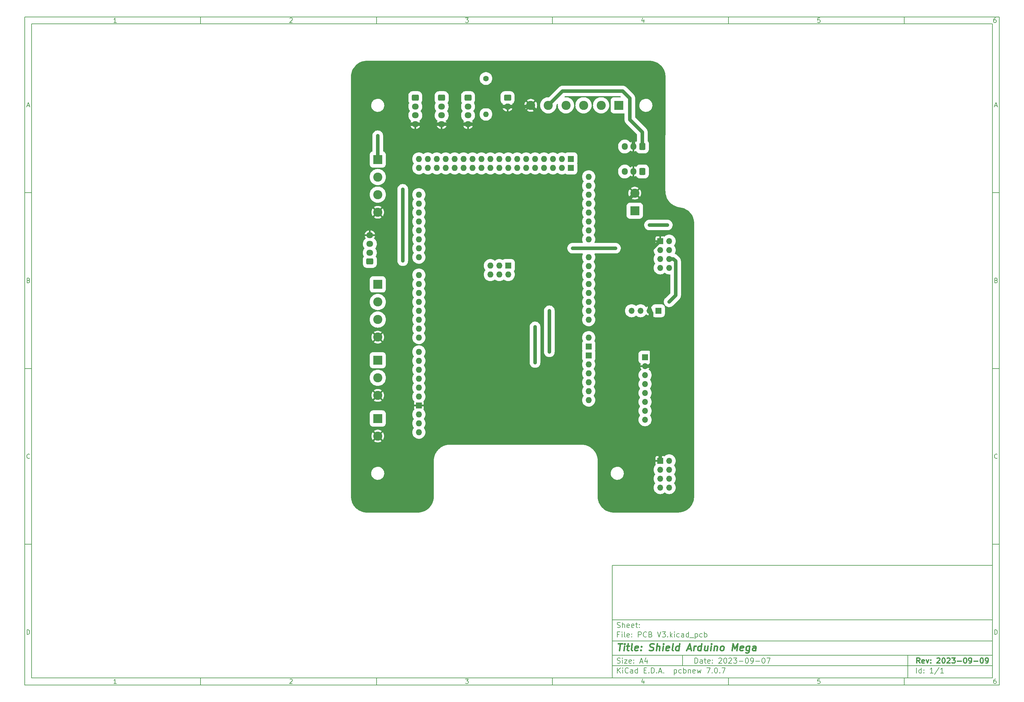
<source format=gbr>
%TF.GenerationSoftware,KiCad,Pcbnew,7.0.7*%
%TF.CreationDate,2023-09-13T19:37:37-03:00*%
%TF.ProjectId,PCB V3,50434220-5633-42e6-9b69-6361645f7063,2023-09-09*%
%TF.SameCoordinates,Original*%
%TF.FileFunction,Copper,L1,Top*%
%TF.FilePolarity,Positive*%
%FSLAX46Y46*%
G04 Gerber Fmt 4.6, Leading zero omitted, Abs format (unit mm)*
G04 Created by KiCad (PCBNEW 7.0.7) date 2023-09-13 19:37:37*
%MOMM*%
%LPD*%
G01*
G04 APERTURE LIST*
G04 Aperture macros list*
%AMRoundRect*
0 Rectangle with rounded corners*
0 $1 Rounding radius*
0 $2 $3 $4 $5 $6 $7 $8 $9 X,Y pos of 4 corners*
0 Add a 4 corners polygon primitive as box body*
4,1,4,$2,$3,$4,$5,$6,$7,$8,$9,$2,$3,0*
0 Add four circle primitives for the rounded corners*
1,1,$1+$1,$2,$3*
1,1,$1+$1,$4,$5*
1,1,$1+$1,$6,$7*
1,1,$1+$1,$8,$9*
0 Add four rect primitives between the rounded corners*
20,1,$1+$1,$2,$3,$4,$5,0*
20,1,$1+$1,$4,$5,$6,$7,0*
20,1,$1+$1,$6,$7,$8,$9,0*
20,1,$1+$1,$8,$9,$2,$3,0*%
G04 Aperture macros list end*
%ADD10C,0.100000*%
%ADD11C,0.150000*%
%ADD12C,0.300000*%
%ADD13C,0.400000*%
%TA.AperFunction,ComponentPad*%
%ADD14R,2.600000X2.600000*%
%TD*%
%TA.AperFunction,ComponentPad*%
%ADD15C,2.600000*%
%TD*%
%TA.AperFunction,ComponentPad*%
%ADD16RoundRect,0.250000X0.600000X0.725000X-0.600000X0.725000X-0.600000X-0.725000X0.600000X-0.725000X0*%
%TD*%
%TA.AperFunction,ComponentPad*%
%ADD17O,1.700000X1.950000*%
%TD*%
%TA.AperFunction,ComponentPad*%
%ADD18R,1.700000X1.700000*%
%TD*%
%TA.AperFunction,ComponentPad*%
%ADD19O,1.700000X1.700000*%
%TD*%
%TA.AperFunction,ComponentPad*%
%ADD20C,1.600000*%
%TD*%
%TA.AperFunction,ComponentPad*%
%ADD21O,1.600000X1.600000*%
%TD*%
%TA.AperFunction,ComponentPad*%
%ADD22RoundRect,0.250000X-0.725000X0.600000X-0.725000X-0.600000X0.725000X-0.600000X0.725000X0.600000X0*%
%TD*%
%TA.AperFunction,ComponentPad*%
%ADD23O,1.950000X1.700000*%
%TD*%
%TA.AperFunction,ComponentPad*%
%ADD24O,1.727200X1.727200*%
%TD*%
%TA.AperFunction,ComponentPad*%
%ADD25R,1.727200X1.727200*%
%TD*%
%TA.AperFunction,ComponentPad*%
%ADD26RoundRect,0.250000X-0.750000X0.600000X-0.750000X-0.600000X0.750000X-0.600000X0.750000X0.600000X0*%
%TD*%
%TA.AperFunction,ComponentPad*%
%ADD27O,2.000000X1.700000*%
%TD*%
%TA.AperFunction,ComponentPad*%
%ADD28RoundRect,0.250000X0.725000X-0.600000X0.725000X0.600000X-0.725000X0.600000X-0.725000X-0.600000X0*%
%TD*%
%TA.AperFunction,ViaPad*%
%ADD29C,0.800000*%
%TD*%
%TA.AperFunction,Conductor*%
%ADD30C,1.000000*%
%TD*%
G04 APERTURE END LIST*
D10*
D11*
X177002200Y-166007200D02*
X285002200Y-166007200D01*
X285002200Y-198007200D01*
X177002200Y-198007200D01*
X177002200Y-166007200D01*
D10*
D11*
X10000000Y-10000000D02*
X287002200Y-10000000D01*
X287002200Y-200007200D01*
X10000000Y-200007200D01*
X10000000Y-10000000D01*
D10*
D11*
X12000000Y-12000000D02*
X285002200Y-12000000D01*
X285002200Y-198007200D01*
X12000000Y-198007200D01*
X12000000Y-12000000D01*
D10*
D11*
X60000000Y-12000000D02*
X60000000Y-10000000D01*
D10*
D11*
X110000000Y-12000000D02*
X110000000Y-10000000D01*
D10*
D11*
X160000000Y-12000000D02*
X160000000Y-10000000D01*
D10*
D11*
X210000000Y-12000000D02*
X210000000Y-10000000D01*
D10*
D11*
X260000000Y-12000000D02*
X260000000Y-10000000D01*
D10*
D11*
X36089160Y-11593604D02*
X35346303Y-11593604D01*
X35717731Y-11593604D02*
X35717731Y-10293604D01*
X35717731Y-10293604D02*
X35593922Y-10479319D01*
X35593922Y-10479319D02*
X35470112Y-10603128D01*
X35470112Y-10603128D02*
X35346303Y-10665033D01*
D10*
D11*
X85346303Y-10417414D02*
X85408207Y-10355509D01*
X85408207Y-10355509D02*
X85532017Y-10293604D01*
X85532017Y-10293604D02*
X85841541Y-10293604D01*
X85841541Y-10293604D02*
X85965350Y-10355509D01*
X85965350Y-10355509D02*
X86027255Y-10417414D01*
X86027255Y-10417414D02*
X86089160Y-10541223D01*
X86089160Y-10541223D02*
X86089160Y-10665033D01*
X86089160Y-10665033D02*
X86027255Y-10850747D01*
X86027255Y-10850747D02*
X85284398Y-11593604D01*
X85284398Y-11593604D02*
X86089160Y-11593604D01*
D10*
D11*
X135284398Y-10293604D02*
X136089160Y-10293604D01*
X136089160Y-10293604D02*
X135655826Y-10788842D01*
X135655826Y-10788842D02*
X135841541Y-10788842D01*
X135841541Y-10788842D02*
X135965350Y-10850747D01*
X135965350Y-10850747D02*
X136027255Y-10912652D01*
X136027255Y-10912652D02*
X136089160Y-11036461D01*
X136089160Y-11036461D02*
X136089160Y-11345985D01*
X136089160Y-11345985D02*
X136027255Y-11469795D01*
X136027255Y-11469795D02*
X135965350Y-11531700D01*
X135965350Y-11531700D02*
X135841541Y-11593604D01*
X135841541Y-11593604D02*
X135470112Y-11593604D01*
X135470112Y-11593604D02*
X135346303Y-11531700D01*
X135346303Y-11531700D02*
X135284398Y-11469795D01*
D10*
D11*
X185965350Y-10726938D02*
X185965350Y-11593604D01*
X185655826Y-10231700D02*
X185346303Y-11160271D01*
X185346303Y-11160271D02*
X186151064Y-11160271D01*
D10*
D11*
X236027255Y-10293604D02*
X235408207Y-10293604D01*
X235408207Y-10293604D02*
X235346303Y-10912652D01*
X235346303Y-10912652D02*
X235408207Y-10850747D01*
X235408207Y-10850747D02*
X235532017Y-10788842D01*
X235532017Y-10788842D02*
X235841541Y-10788842D01*
X235841541Y-10788842D02*
X235965350Y-10850747D01*
X235965350Y-10850747D02*
X236027255Y-10912652D01*
X236027255Y-10912652D02*
X236089160Y-11036461D01*
X236089160Y-11036461D02*
X236089160Y-11345985D01*
X236089160Y-11345985D02*
X236027255Y-11469795D01*
X236027255Y-11469795D02*
X235965350Y-11531700D01*
X235965350Y-11531700D02*
X235841541Y-11593604D01*
X235841541Y-11593604D02*
X235532017Y-11593604D01*
X235532017Y-11593604D02*
X235408207Y-11531700D01*
X235408207Y-11531700D02*
X235346303Y-11469795D01*
D10*
D11*
X285965350Y-10293604D02*
X285717731Y-10293604D01*
X285717731Y-10293604D02*
X285593922Y-10355509D01*
X285593922Y-10355509D02*
X285532017Y-10417414D01*
X285532017Y-10417414D02*
X285408207Y-10603128D01*
X285408207Y-10603128D02*
X285346303Y-10850747D01*
X285346303Y-10850747D02*
X285346303Y-11345985D01*
X285346303Y-11345985D02*
X285408207Y-11469795D01*
X285408207Y-11469795D02*
X285470112Y-11531700D01*
X285470112Y-11531700D02*
X285593922Y-11593604D01*
X285593922Y-11593604D02*
X285841541Y-11593604D01*
X285841541Y-11593604D02*
X285965350Y-11531700D01*
X285965350Y-11531700D02*
X286027255Y-11469795D01*
X286027255Y-11469795D02*
X286089160Y-11345985D01*
X286089160Y-11345985D02*
X286089160Y-11036461D01*
X286089160Y-11036461D02*
X286027255Y-10912652D01*
X286027255Y-10912652D02*
X285965350Y-10850747D01*
X285965350Y-10850747D02*
X285841541Y-10788842D01*
X285841541Y-10788842D02*
X285593922Y-10788842D01*
X285593922Y-10788842D02*
X285470112Y-10850747D01*
X285470112Y-10850747D02*
X285408207Y-10912652D01*
X285408207Y-10912652D02*
X285346303Y-11036461D01*
D10*
D11*
X60000000Y-198007200D02*
X60000000Y-200007200D01*
D10*
D11*
X110000000Y-198007200D02*
X110000000Y-200007200D01*
D10*
D11*
X160000000Y-198007200D02*
X160000000Y-200007200D01*
D10*
D11*
X210000000Y-198007200D02*
X210000000Y-200007200D01*
D10*
D11*
X260000000Y-198007200D02*
X260000000Y-200007200D01*
D10*
D11*
X36089160Y-199600804D02*
X35346303Y-199600804D01*
X35717731Y-199600804D02*
X35717731Y-198300804D01*
X35717731Y-198300804D02*
X35593922Y-198486519D01*
X35593922Y-198486519D02*
X35470112Y-198610328D01*
X35470112Y-198610328D02*
X35346303Y-198672233D01*
D10*
D11*
X85346303Y-198424614D02*
X85408207Y-198362709D01*
X85408207Y-198362709D02*
X85532017Y-198300804D01*
X85532017Y-198300804D02*
X85841541Y-198300804D01*
X85841541Y-198300804D02*
X85965350Y-198362709D01*
X85965350Y-198362709D02*
X86027255Y-198424614D01*
X86027255Y-198424614D02*
X86089160Y-198548423D01*
X86089160Y-198548423D02*
X86089160Y-198672233D01*
X86089160Y-198672233D02*
X86027255Y-198857947D01*
X86027255Y-198857947D02*
X85284398Y-199600804D01*
X85284398Y-199600804D02*
X86089160Y-199600804D01*
D10*
D11*
X135284398Y-198300804D02*
X136089160Y-198300804D01*
X136089160Y-198300804D02*
X135655826Y-198796042D01*
X135655826Y-198796042D02*
X135841541Y-198796042D01*
X135841541Y-198796042D02*
X135965350Y-198857947D01*
X135965350Y-198857947D02*
X136027255Y-198919852D01*
X136027255Y-198919852D02*
X136089160Y-199043661D01*
X136089160Y-199043661D02*
X136089160Y-199353185D01*
X136089160Y-199353185D02*
X136027255Y-199476995D01*
X136027255Y-199476995D02*
X135965350Y-199538900D01*
X135965350Y-199538900D02*
X135841541Y-199600804D01*
X135841541Y-199600804D02*
X135470112Y-199600804D01*
X135470112Y-199600804D02*
X135346303Y-199538900D01*
X135346303Y-199538900D02*
X135284398Y-199476995D01*
D10*
D11*
X185965350Y-198734138D02*
X185965350Y-199600804D01*
X185655826Y-198238900D02*
X185346303Y-199167471D01*
X185346303Y-199167471D02*
X186151064Y-199167471D01*
D10*
D11*
X236027255Y-198300804D02*
X235408207Y-198300804D01*
X235408207Y-198300804D02*
X235346303Y-198919852D01*
X235346303Y-198919852D02*
X235408207Y-198857947D01*
X235408207Y-198857947D02*
X235532017Y-198796042D01*
X235532017Y-198796042D02*
X235841541Y-198796042D01*
X235841541Y-198796042D02*
X235965350Y-198857947D01*
X235965350Y-198857947D02*
X236027255Y-198919852D01*
X236027255Y-198919852D02*
X236089160Y-199043661D01*
X236089160Y-199043661D02*
X236089160Y-199353185D01*
X236089160Y-199353185D02*
X236027255Y-199476995D01*
X236027255Y-199476995D02*
X235965350Y-199538900D01*
X235965350Y-199538900D02*
X235841541Y-199600804D01*
X235841541Y-199600804D02*
X235532017Y-199600804D01*
X235532017Y-199600804D02*
X235408207Y-199538900D01*
X235408207Y-199538900D02*
X235346303Y-199476995D01*
D10*
D11*
X285965350Y-198300804D02*
X285717731Y-198300804D01*
X285717731Y-198300804D02*
X285593922Y-198362709D01*
X285593922Y-198362709D02*
X285532017Y-198424614D01*
X285532017Y-198424614D02*
X285408207Y-198610328D01*
X285408207Y-198610328D02*
X285346303Y-198857947D01*
X285346303Y-198857947D02*
X285346303Y-199353185D01*
X285346303Y-199353185D02*
X285408207Y-199476995D01*
X285408207Y-199476995D02*
X285470112Y-199538900D01*
X285470112Y-199538900D02*
X285593922Y-199600804D01*
X285593922Y-199600804D02*
X285841541Y-199600804D01*
X285841541Y-199600804D02*
X285965350Y-199538900D01*
X285965350Y-199538900D02*
X286027255Y-199476995D01*
X286027255Y-199476995D02*
X286089160Y-199353185D01*
X286089160Y-199353185D02*
X286089160Y-199043661D01*
X286089160Y-199043661D02*
X286027255Y-198919852D01*
X286027255Y-198919852D02*
X285965350Y-198857947D01*
X285965350Y-198857947D02*
X285841541Y-198796042D01*
X285841541Y-198796042D02*
X285593922Y-198796042D01*
X285593922Y-198796042D02*
X285470112Y-198857947D01*
X285470112Y-198857947D02*
X285408207Y-198919852D01*
X285408207Y-198919852D02*
X285346303Y-199043661D01*
D10*
D11*
X10000000Y-60000000D02*
X12000000Y-60000000D01*
D10*
D11*
X10000000Y-110000000D02*
X12000000Y-110000000D01*
D10*
D11*
X10000000Y-160000000D02*
X12000000Y-160000000D01*
D10*
D11*
X10690476Y-35222176D02*
X11309523Y-35222176D01*
X10566666Y-35593604D02*
X10999999Y-34293604D01*
X10999999Y-34293604D02*
X11433333Y-35593604D01*
D10*
D11*
X11092857Y-84912652D02*
X11278571Y-84974557D01*
X11278571Y-84974557D02*
X11340476Y-85036461D01*
X11340476Y-85036461D02*
X11402380Y-85160271D01*
X11402380Y-85160271D02*
X11402380Y-85345985D01*
X11402380Y-85345985D02*
X11340476Y-85469795D01*
X11340476Y-85469795D02*
X11278571Y-85531700D01*
X11278571Y-85531700D02*
X11154761Y-85593604D01*
X11154761Y-85593604D02*
X10659523Y-85593604D01*
X10659523Y-85593604D02*
X10659523Y-84293604D01*
X10659523Y-84293604D02*
X11092857Y-84293604D01*
X11092857Y-84293604D02*
X11216666Y-84355509D01*
X11216666Y-84355509D02*
X11278571Y-84417414D01*
X11278571Y-84417414D02*
X11340476Y-84541223D01*
X11340476Y-84541223D02*
X11340476Y-84665033D01*
X11340476Y-84665033D02*
X11278571Y-84788842D01*
X11278571Y-84788842D02*
X11216666Y-84850747D01*
X11216666Y-84850747D02*
X11092857Y-84912652D01*
X11092857Y-84912652D02*
X10659523Y-84912652D01*
D10*
D11*
X11402380Y-135469795D02*
X11340476Y-135531700D01*
X11340476Y-135531700D02*
X11154761Y-135593604D01*
X11154761Y-135593604D02*
X11030952Y-135593604D01*
X11030952Y-135593604D02*
X10845238Y-135531700D01*
X10845238Y-135531700D02*
X10721428Y-135407890D01*
X10721428Y-135407890D02*
X10659523Y-135284080D01*
X10659523Y-135284080D02*
X10597619Y-135036461D01*
X10597619Y-135036461D02*
X10597619Y-134850747D01*
X10597619Y-134850747D02*
X10659523Y-134603128D01*
X10659523Y-134603128D02*
X10721428Y-134479319D01*
X10721428Y-134479319D02*
X10845238Y-134355509D01*
X10845238Y-134355509D02*
X11030952Y-134293604D01*
X11030952Y-134293604D02*
X11154761Y-134293604D01*
X11154761Y-134293604D02*
X11340476Y-134355509D01*
X11340476Y-134355509D02*
X11402380Y-134417414D01*
D10*
D11*
X10659523Y-185593604D02*
X10659523Y-184293604D01*
X10659523Y-184293604D02*
X10969047Y-184293604D01*
X10969047Y-184293604D02*
X11154761Y-184355509D01*
X11154761Y-184355509D02*
X11278571Y-184479319D01*
X11278571Y-184479319D02*
X11340476Y-184603128D01*
X11340476Y-184603128D02*
X11402380Y-184850747D01*
X11402380Y-184850747D02*
X11402380Y-185036461D01*
X11402380Y-185036461D02*
X11340476Y-185284080D01*
X11340476Y-185284080D02*
X11278571Y-185407890D01*
X11278571Y-185407890D02*
X11154761Y-185531700D01*
X11154761Y-185531700D02*
X10969047Y-185593604D01*
X10969047Y-185593604D02*
X10659523Y-185593604D01*
D10*
D11*
X287002200Y-60000000D02*
X285002200Y-60000000D01*
D10*
D11*
X287002200Y-110000000D02*
X285002200Y-110000000D01*
D10*
D11*
X287002200Y-160000000D02*
X285002200Y-160000000D01*
D10*
D11*
X285692676Y-35222176D02*
X286311723Y-35222176D01*
X285568866Y-35593604D02*
X286002199Y-34293604D01*
X286002199Y-34293604D02*
X286435533Y-35593604D01*
D10*
D11*
X286095057Y-84912652D02*
X286280771Y-84974557D01*
X286280771Y-84974557D02*
X286342676Y-85036461D01*
X286342676Y-85036461D02*
X286404580Y-85160271D01*
X286404580Y-85160271D02*
X286404580Y-85345985D01*
X286404580Y-85345985D02*
X286342676Y-85469795D01*
X286342676Y-85469795D02*
X286280771Y-85531700D01*
X286280771Y-85531700D02*
X286156961Y-85593604D01*
X286156961Y-85593604D02*
X285661723Y-85593604D01*
X285661723Y-85593604D02*
X285661723Y-84293604D01*
X285661723Y-84293604D02*
X286095057Y-84293604D01*
X286095057Y-84293604D02*
X286218866Y-84355509D01*
X286218866Y-84355509D02*
X286280771Y-84417414D01*
X286280771Y-84417414D02*
X286342676Y-84541223D01*
X286342676Y-84541223D02*
X286342676Y-84665033D01*
X286342676Y-84665033D02*
X286280771Y-84788842D01*
X286280771Y-84788842D02*
X286218866Y-84850747D01*
X286218866Y-84850747D02*
X286095057Y-84912652D01*
X286095057Y-84912652D02*
X285661723Y-84912652D01*
D10*
D11*
X286404580Y-135469795D02*
X286342676Y-135531700D01*
X286342676Y-135531700D02*
X286156961Y-135593604D01*
X286156961Y-135593604D02*
X286033152Y-135593604D01*
X286033152Y-135593604D02*
X285847438Y-135531700D01*
X285847438Y-135531700D02*
X285723628Y-135407890D01*
X285723628Y-135407890D02*
X285661723Y-135284080D01*
X285661723Y-135284080D02*
X285599819Y-135036461D01*
X285599819Y-135036461D02*
X285599819Y-134850747D01*
X285599819Y-134850747D02*
X285661723Y-134603128D01*
X285661723Y-134603128D02*
X285723628Y-134479319D01*
X285723628Y-134479319D02*
X285847438Y-134355509D01*
X285847438Y-134355509D02*
X286033152Y-134293604D01*
X286033152Y-134293604D02*
X286156961Y-134293604D01*
X286156961Y-134293604D02*
X286342676Y-134355509D01*
X286342676Y-134355509D02*
X286404580Y-134417414D01*
D10*
D11*
X285661723Y-185593604D02*
X285661723Y-184293604D01*
X285661723Y-184293604D02*
X285971247Y-184293604D01*
X285971247Y-184293604D02*
X286156961Y-184355509D01*
X286156961Y-184355509D02*
X286280771Y-184479319D01*
X286280771Y-184479319D02*
X286342676Y-184603128D01*
X286342676Y-184603128D02*
X286404580Y-184850747D01*
X286404580Y-184850747D02*
X286404580Y-185036461D01*
X286404580Y-185036461D02*
X286342676Y-185284080D01*
X286342676Y-185284080D02*
X286280771Y-185407890D01*
X286280771Y-185407890D02*
X286156961Y-185531700D01*
X286156961Y-185531700D02*
X285971247Y-185593604D01*
X285971247Y-185593604D02*
X285661723Y-185593604D01*
D10*
D11*
X200458026Y-193793328D02*
X200458026Y-192293328D01*
X200458026Y-192293328D02*
X200815169Y-192293328D01*
X200815169Y-192293328D02*
X201029455Y-192364757D01*
X201029455Y-192364757D02*
X201172312Y-192507614D01*
X201172312Y-192507614D02*
X201243741Y-192650471D01*
X201243741Y-192650471D02*
X201315169Y-192936185D01*
X201315169Y-192936185D02*
X201315169Y-193150471D01*
X201315169Y-193150471D02*
X201243741Y-193436185D01*
X201243741Y-193436185D02*
X201172312Y-193579042D01*
X201172312Y-193579042D02*
X201029455Y-193721900D01*
X201029455Y-193721900D02*
X200815169Y-193793328D01*
X200815169Y-193793328D02*
X200458026Y-193793328D01*
X202600884Y-193793328D02*
X202600884Y-193007614D01*
X202600884Y-193007614D02*
X202529455Y-192864757D01*
X202529455Y-192864757D02*
X202386598Y-192793328D01*
X202386598Y-192793328D02*
X202100884Y-192793328D01*
X202100884Y-192793328D02*
X201958026Y-192864757D01*
X202600884Y-193721900D02*
X202458026Y-193793328D01*
X202458026Y-193793328D02*
X202100884Y-193793328D01*
X202100884Y-193793328D02*
X201958026Y-193721900D01*
X201958026Y-193721900D02*
X201886598Y-193579042D01*
X201886598Y-193579042D02*
X201886598Y-193436185D01*
X201886598Y-193436185D02*
X201958026Y-193293328D01*
X201958026Y-193293328D02*
X202100884Y-193221900D01*
X202100884Y-193221900D02*
X202458026Y-193221900D01*
X202458026Y-193221900D02*
X202600884Y-193150471D01*
X203100884Y-192793328D02*
X203672312Y-192793328D01*
X203315169Y-192293328D02*
X203315169Y-193579042D01*
X203315169Y-193579042D02*
X203386598Y-193721900D01*
X203386598Y-193721900D02*
X203529455Y-193793328D01*
X203529455Y-193793328D02*
X203672312Y-193793328D01*
X204743741Y-193721900D02*
X204600884Y-193793328D01*
X204600884Y-193793328D02*
X204315170Y-193793328D01*
X204315170Y-193793328D02*
X204172312Y-193721900D01*
X204172312Y-193721900D02*
X204100884Y-193579042D01*
X204100884Y-193579042D02*
X204100884Y-193007614D01*
X204100884Y-193007614D02*
X204172312Y-192864757D01*
X204172312Y-192864757D02*
X204315170Y-192793328D01*
X204315170Y-192793328D02*
X204600884Y-192793328D01*
X204600884Y-192793328D02*
X204743741Y-192864757D01*
X204743741Y-192864757D02*
X204815170Y-193007614D01*
X204815170Y-193007614D02*
X204815170Y-193150471D01*
X204815170Y-193150471D02*
X204100884Y-193293328D01*
X205458026Y-193650471D02*
X205529455Y-193721900D01*
X205529455Y-193721900D02*
X205458026Y-193793328D01*
X205458026Y-193793328D02*
X205386598Y-193721900D01*
X205386598Y-193721900D02*
X205458026Y-193650471D01*
X205458026Y-193650471D02*
X205458026Y-193793328D01*
X205458026Y-192864757D02*
X205529455Y-192936185D01*
X205529455Y-192936185D02*
X205458026Y-193007614D01*
X205458026Y-193007614D02*
X205386598Y-192936185D01*
X205386598Y-192936185D02*
X205458026Y-192864757D01*
X205458026Y-192864757D02*
X205458026Y-193007614D01*
X207243741Y-192436185D02*
X207315169Y-192364757D01*
X207315169Y-192364757D02*
X207458027Y-192293328D01*
X207458027Y-192293328D02*
X207815169Y-192293328D01*
X207815169Y-192293328D02*
X207958027Y-192364757D01*
X207958027Y-192364757D02*
X208029455Y-192436185D01*
X208029455Y-192436185D02*
X208100884Y-192579042D01*
X208100884Y-192579042D02*
X208100884Y-192721900D01*
X208100884Y-192721900D02*
X208029455Y-192936185D01*
X208029455Y-192936185D02*
X207172312Y-193793328D01*
X207172312Y-193793328D02*
X208100884Y-193793328D01*
X209029455Y-192293328D02*
X209172312Y-192293328D01*
X209172312Y-192293328D02*
X209315169Y-192364757D01*
X209315169Y-192364757D02*
X209386598Y-192436185D01*
X209386598Y-192436185D02*
X209458026Y-192579042D01*
X209458026Y-192579042D02*
X209529455Y-192864757D01*
X209529455Y-192864757D02*
X209529455Y-193221900D01*
X209529455Y-193221900D02*
X209458026Y-193507614D01*
X209458026Y-193507614D02*
X209386598Y-193650471D01*
X209386598Y-193650471D02*
X209315169Y-193721900D01*
X209315169Y-193721900D02*
X209172312Y-193793328D01*
X209172312Y-193793328D02*
X209029455Y-193793328D01*
X209029455Y-193793328D02*
X208886598Y-193721900D01*
X208886598Y-193721900D02*
X208815169Y-193650471D01*
X208815169Y-193650471D02*
X208743740Y-193507614D01*
X208743740Y-193507614D02*
X208672312Y-193221900D01*
X208672312Y-193221900D02*
X208672312Y-192864757D01*
X208672312Y-192864757D02*
X208743740Y-192579042D01*
X208743740Y-192579042D02*
X208815169Y-192436185D01*
X208815169Y-192436185D02*
X208886598Y-192364757D01*
X208886598Y-192364757D02*
X209029455Y-192293328D01*
X210100883Y-192436185D02*
X210172311Y-192364757D01*
X210172311Y-192364757D02*
X210315169Y-192293328D01*
X210315169Y-192293328D02*
X210672311Y-192293328D01*
X210672311Y-192293328D02*
X210815169Y-192364757D01*
X210815169Y-192364757D02*
X210886597Y-192436185D01*
X210886597Y-192436185D02*
X210958026Y-192579042D01*
X210958026Y-192579042D02*
X210958026Y-192721900D01*
X210958026Y-192721900D02*
X210886597Y-192936185D01*
X210886597Y-192936185D02*
X210029454Y-193793328D01*
X210029454Y-193793328D02*
X210958026Y-193793328D01*
X211458025Y-192293328D02*
X212386597Y-192293328D01*
X212386597Y-192293328D02*
X211886597Y-192864757D01*
X211886597Y-192864757D02*
X212100882Y-192864757D01*
X212100882Y-192864757D02*
X212243740Y-192936185D01*
X212243740Y-192936185D02*
X212315168Y-193007614D01*
X212315168Y-193007614D02*
X212386597Y-193150471D01*
X212386597Y-193150471D02*
X212386597Y-193507614D01*
X212386597Y-193507614D02*
X212315168Y-193650471D01*
X212315168Y-193650471D02*
X212243740Y-193721900D01*
X212243740Y-193721900D02*
X212100882Y-193793328D01*
X212100882Y-193793328D02*
X211672311Y-193793328D01*
X211672311Y-193793328D02*
X211529454Y-193721900D01*
X211529454Y-193721900D02*
X211458025Y-193650471D01*
X213029453Y-193221900D02*
X214172311Y-193221900D01*
X215172311Y-192293328D02*
X215315168Y-192293328D01*
X215315168Y-192293328D02*
X215458025Y-192364757D01*
X215458025Y-192364757D02*
X215529454Y-192436185D01*
X215529454Y-192436185D02*
X215600882Y-192579042D01*
X215600882Y-192579042D02*
X215672311Y-192864757D01*
X215672311Y-192864757D02*
X215672311Y-193221900D01*
X215672311Y-193221900D02*
X215600882Y-193507614D01*
X215600882Y-193507614D02*
X215529454Y-193650471D01*
X215529454Y-193650471D02*
X215458025Y-193721900D01*
X215458025Y-193721900D02*
X215315168Y-193793328D01*
X215315168Y-193793328D02*
X215172311Y-193793328D01*
X215172311Y-193793328D02*
X215029454Y-193721900D01*
X215029454Y-193721900D02*
X214958025Y-193650471D01*
X214958025Y-193650471D02*
X214886596Y-193507614D01*
X214886596Y-193507614D02*
X214815168Y-193221900D01*
X214815168Y-193221900D02*
X214815168Y-192864757D01*
X214815168Y-192864757D02*
X214886596Y-192579042D01*
X214886596Y-192579042D02*
X214958025Y-192436185D01*
X214958025Y-192436185D02*
X215029454Y-192364757D01*
X215029454Y-192364757D02*
X215172311Y-192293328D01*
X216386596Y-193793328D02*
X216672310Y-193793328D01*
X216672310Y-193793328D02*
X216815167Y-193721900D01*
X216815167Y-193721900D02*
X216886596Y-193650471D01*
X216886596Y-193650471D02*
X217029453Y-193436185D01*
X217029453Y-193436185D02*
X217100882Y-193150471D01*
X217100882Y-193150471D02*
X217100882Y-192579042D01*
X217100882Y-192579042D02*
X217029453Y-192436185D01*
X217029453Y-192436185D02*
X216958025Y-192364757D01*
X216958025Y-192364757D02*
X216815167Y-192293328D01*
X216815167Y-192293328D02*
X216529453Y-192293328D01*
X216529453Y-192293328D02*
X216386596Y-192364757D01*
X216386596Y-192364757D02*
X216315167Y-192436185D01*
X216315167Y-192436185D02*
X216243739Y-192579042D01*
X216243739Y-192579042D02*
X216243739Y-192936185D01*
X216243739Y-192936185D02*
X216315167Y-193079042D01*
X216315167Y-193079042D02*
X216386596Y-193150471D01*
X216386596Y-193150471D02*
X216529453Y-193221900D01*
X216529453Y-193221900D02*
X216815167Y-193221900D01*
X216815167Y-193221900D02*
X216958025Y-193150471D01*
X216958025Y-193150471D02*
X217029453Y-193079042D01*
X217029453Y-193079042D02*
X217100882Y-192936185D01*
X217743738Y-193221900D02*
X218886596Y-193221900D01*
X219886596Y-192293328D02*
X220029453Y-192293328D01*
X220029453Y-192293328D02*
X220172310Y-192364757D01*
X220172310Y-192364757D02*
X220243739Y-192436185D01*
X220243739Y-192436185D02*
X220315167Y-192579042D01*
X220315167Y-192579042D02*
X220386596Y-192864757D01*
X220386596Y-192864757D02*
X220386596Y-193221900D01*
X220386596Y-193221900D02*
X220315167Y-193507614D01*
X220315167Y-193507614D02*
X220243739Y-193650471D01*
X220243739Y-193650471D02*
X220172310Y-193721900D01*
X220172310Y-193721900D02*
X220029453Y-193793328D01*
X220029453Y-193793328D02*
X219886596Y-193793328D01*
X219886596Y-193793328D02*
X219743739Y-193721900D01*
X219743739Y-193721900D02*
X219672310Y-193650471D01*
X219672310Y-193650471D02*
X219600881Y-193507614D01*
X219600881Y-193507614D02*
X219529453Y-193221900D01*
X219529453Y-193221900D02*
X219529453Y-192864757D01*
X219529453Y-192864757D02*
X219600881Y-192579042D01*
X219600881Y-192579042D02*
X219672310Y-192436185D01*
X219672310Y-192436185D02*
X219743739Y-192364757D01*
X219743739Y-192364757D02*
X219886596Y-192293328D01*
X220886595Y-192293328D02*
X221886595Y-192293328D01*
X221886595Y-192293328D02*
X221243738Y-193793328D01*
D10*
D11*
X177002200Y-194507200D02*
X285002200Y-194507200D01*
D10*
D11*
X178458026Y-196593328D02*
X178458026Y-195093328D01*
X179315169Y-196593328D02*
X178672312Y-195736185D01*
X179315169Y-195093328D02*
X178458026Y-195950471D01*
X179958026Y-196593328D02*
X179958026Y-195593328D01*
X179958026Y-195093328D02*
X179886598Y-195164757D01*
X179886598Y-195164757D02*
X179958026Y-195236185D01*
X179958026Y-195236185D02*
X180029455Y-195164757D01*
X180029455Y-195164757D02*
X179958026Y-195093328D01*
X179958026Y-195093328D02*
X179958026Y-195236185D01*
X181529455Y-196450471D02*
X181458027Y-196521900D01*
X181458027Y-196521900D02*
X181243741Y-196593328D01*
X181243741Y-196593328D02*
X181100884Y-196593328D01*
X181100884Y-196593328D02*
X180886598Y-196521900D01*
X180886598Y-196521900D02*
X180743741Y-196379042D01*
X180743741Y-196379042D02*
X180672312Y-196236185D01*
X180672312Y-196236185D02*
X180600884Y-195950471D01*
X180600884Y-195950471D02*
X180600884Y-195736185D01*
X180600884Y-195736185D02*
X180672312Y-195450471D01*
X180672312Y-195450471D02*
X180743741Y-195307614D01*
X180743741Y-195307614D02*
X180886598Y-195164757D01*
X180886598Y-195164757D02*
X181100884Y-195093328D01*
X181100884Y-195093328D02*
X181243741Y-195093328D01*
X181243741Y-195093328D02*
X181458027Y-195164757D01*
X181458027Y-195164757D02*
X181529455Y-195236185D01*
X182815170Y-196593328D02*
X182815170Y-195807614D01*
X182815170Y-195807614D02*
X182743741Y-195664757D01*
X182743741Y-195664757D02*
X182600884Y-195593328D01*
X182600884Y-195593328D02*
X182315170Y-195593328D01*
X182315170Y-195593328D02*
X182172312Y-195664757D01*
X182815170Y-196521900D02*
X182672312Y-196593328D01*
X182672312Y-196593328D02*
X182315170Y-196593328D01*
X182315170Y-196593328D02*
X182172312Y-196521900D01*
X182172312Y-196521900D02*
X182100884Y-196379042D01*
X182100884Y-196379042D02*
X182100884Y-196236185D01*
X182100884Y-196236185D02*
X182172312Y-196093328D01*
X182172312Y-196093328D02*
X182315170Y-196021900D01*
X182315170Y-196021900D02*
X182672312Y-196021900D01*
X182672312Y-196021900D02*
X182815170Y-195950471D01*
X184172313Y-196593328D02*
X184172313Y-195093328D01*
X184172313Y-196521900D02*
X184029455Y-196593328D01*
X184029455Y-196593328D02*
X183743741Y-196593328D01*
X183743741Y-196593328D02*
X183600884Y-196521900D01*
X183600884Y-196521900D02*
X183529455Y-196450471D01*
X183529455Y-196450471D02*
X183458027Y-196307614D01*
X183458027Y-196307614D02*
X183458027Y-195879042D01*
X183458027Y-195879042D02*
X183529455Y-195736185D01*
X183529455Y-195736185D02*
X183600884Y-195664757D01*
X183600884Y-195664757D02*
X183743741Y-195593328D01*
X183743741Y-195593328D02*
X184029455Y-195593328D01*
X184029455Y-195593328D02*
X184172313Y-195664757D01*
X186029455Y-195807614D02*
X186529455Y-195807614D01*
X186743741Y-196593328D02*
X186029455Y-196593328D01*
X186029455Y-196593328D02*
X186029455Y-195093328D01*
X186029455Y-195093328D02*
X186743741Y-195093328D01*
X187386598Y-196450471D02*
X187458027Y-196521900D01*
X187458027Y-196521900D02*
X187386598Y-196593328D01*
X187386598Y-196593328D02*
X187315170Y-196521900D01*
X187315170Y-196521900D02*
X187386598Y-196450471D01*
X187386598Y-196450471D02*
X187386598Y-196593328D01*
X188100884Y-196593328D02*
X188100884Y-195093328D01*
X188100884Y-195093328D02*
X188458027Y-195093328D01*
X188458027Y-195093328D02*
X188672313Y-195164757D01*
X188672313Y-195164757D02*
X188815170Y-195307614D01*
X188815170Y-195307614D02*
X188886599Y-195450471D01*
X188886599Y-195450471D02*
X188958027Y-195736185D01*
X188958027Y-195736185D02*
X188958027Y-195950471D01*
X188958027Y-195950471D02*
X188886599Y-196236185D01*
X188886599Y-196236185D02*
X188815170Y-196379042D01*
X188815170Y-196379042D02*
X188672313Y-196521900D01*
X188672313Y-196521900D02*
X188458027Y-196593328D01*
X188458027Y-196593328D02*
X188100884Y-196593328D01*
X189600884Y-196450471D02*
X189672313Y-196521900D01*
X189672313Y-196521900D02*
X189600884Y-196593328D01*
X189600884Y-196593328D02*
X189529456Y-196521900D01*
X189529456Y-196521900D02*
X189600884Y-196450471D01*
X189600884Y-196450471D02*
X189600884Y-196593328D01*
X190243742Y-196164757D02*
X190958028Y-196164757D01*
X190100885Y-196593328D02*
X190600885Y-195093328D01*
X190600885Y-195093328D02*
X191100885Y-196593328D01*
X191600884Y-196450471D02*
X191672313Y-196521900D01*
X191672313Y-196521900D02*
X191600884Y-196593328D01*
X191600884Y-196593328D02*
X191529456Y-196521900D01*
X191529456Y-196521900D02*
X191600884Y-196450471D01*
X191600884Y-196450471D02*
X191600884Y-196593328D01*
X194600884Y-195593328D02*
X194600884Y-197093328D01*
X194600884Y-195664757D02*
X194743742Y-195593328D01*
X194743742Y-195593328D02*
X195029456Y-195593328D01*
X195029456Y-195593328D02*
X195172313Y-195664757D01*
X195172313Y-195664757D02*
X195243742Y-195736185D01*
X195243742Y-195736185D02*
X195315170Y-195879042D01*
X195315170Y-195879042D02*
X195315170Y-196307614D01*
X195315170Y-196307614D02*
X195243742Y-196450471D01*
X195243742Y-196450471D02*
X195172313Y-196521900D01*
X195172313Y-196521900D02*
X195029456Y-196593328D01*
X195029456Y-196593328D02*
X194743742Y-196593328D01*
X194743742Y-196593328D02*
X194600884Y-196521900D01*
X196600885Y-196521900D02*
X196458027Y-196593328D01*
X196458027Y-196593328D02*
X196172313Y-196593328D01*
X196172313Y-196593328D02*
X196029456Y-196521900D01*
X196029456Y-196521900D02*
X195958027Y-196450471D01*
X195958027Y-196450471D02*
X195886599Y-196307614D01*
X195886599Y-196307614D02*
X195886599Y-195879042D01*
X195886599Y-195879042D02*
X195958027Y-195736185D01*
X195958027Y-195736185D02*
X196029456Y-195664757D01*
X196029456Y-195664757D02*
X196172313Y-195593328D01*
X196172313Y-195593328D02*
X196458027Y-195593328D01*
X196458027Y-195593328D02*
X196600885Y-195664757D01*
X197243741Y-196593328D02*
X197243741Y-195093328D01*
X197243741Y-195664757D02*
X197386599Y-195593328D01*
X197386599Y-195593328D02*
X197672313Y-195593328D01*
X197672313Y-195593328D02*
X197815170Y-195664757D01*
X197815170Y-195664757D02*
X197886599Y-195736185D01*
X197886599Y-195736185D02*
X197958027Y-195879042D01*
X197958027Y-195879042D02*
X197958027Y-196307614D01*
X197958027Y-196307614D02*
X197886599Y-196450471D01*
X197886599Y-196450471D02*
X197815170Y-196521900D01*
X197815170Y-196521900D02*
X197672313Y-196593328D01*
X197672313Y-196593328D02*
X197386599Y-196593328D01*
X197386599Y-196593328D02*
X197243741Y-196521900D01*
X198600884Y-195593328D02*
X198600884Y-196593328D01*
X198600884Y-195736185D02*
X198672313Y-195664757D01*
X198672313Y-195664757D02*
X198815170Y-195593328D01*
X198815170Y-195593328D02*
X199029456Y-195593328D01*
X199029456Y-195593328D02*
X199172313Y-195664757D01*
X199172313Y-195664757D02*
X199243742Y-195807614D01*
X199243742Y-195807614D02*
X199243742Y-196593328D01*
X200529456Y-196521900D02*
X200386599Y-196593328D01*
X200386599Y-196593328D02*
X200100885Y-196593328D01*
X200100885Y-196593328D02*
X199958027Y-196521900D01*
X199958027Y-196521900D02*
X199886599Y-196379042D01*
X199886599Y-196379042D02*
X199886599Y-195807614D01*
X199886599Y-195807614D02*
X199958027Y-195664757D01*
X199958027Y-195664757D02*
X200100885Y-195593328D01*
X200100885Y-195593328D02*
X200386599Y-195593328D01*
X200386599Y-195593328D02*
X200529456Y-195664757D01*
X200529456Y-195664757D02*
X200600885Y-195807614D01*
X200600885Y-195807614D02*
X200600885Y-195950471D01*
X200600885Y-195950471D02*
X199886599Y-196093328D01*
X201100884Y-195593328D02*
X201386599Y-196593328D01*
X201386599Y-196593328D02*
X201672313Y-195879042D01*
X201672313Y-195879042D02*
X201958027Y-196593328D01*
X201958027Y-196593328D02*
X202243741Y-195593328D01*
X203815170Y-195093328D02*
X204815170Y-195093328D01*
X204815170Y-195093328D02*
X204172313Y-196593328D01*
X205386598Y-196450471D02*
X205458027Y-196521900D01*
X205458027Y-196521900D02*
X205386598Y-196593328D01*
X205386598Y-196593328D02*
X205315170Y-196521900D01*
X205315170Y-196521900D02*
X205386598Y-196450471D01*
X205386598Y-196450471D02*
X205386598Y-196593328D01*
X206386599Y-195093328D02*
X206529456Y-195093328D01*
X206529456Y-195093328D02*
X206672313Y-195164757D01*
X206672313Y-195164757D02*
X206743742Y-195236185D01*
X206743742Y-195236185D02*
X206815170Y-195379042D01*
X206815170Y-195379042D02*
X206886599Y-195664757D01*
X206886599Y-195664757D02*
X206886599Y-196021900D01*
X206886599Y-196021900D02*
X206815170Y-196307614D01*
X206815170Y-196307614D02*
X206743742Y-196450471D01*
X206743742Y-196450471D02*
X206672313Y-196521900D01*
X206672313Y-196521900D02*
X206529456Y-196593328D01*
X206529456Y-196593328D02*
X206386599Y-196593328D01*
X206386599Y-196593328D02*
X206243742Y-196521900D01*
X206243742Y-196521900D02*
X206172313Y-196450471D01*
X206172313Y-196450471D02*
X206100884Y-196307614D01*
X206100884Y-196307614D02*
X206029456Y-196021900D01*
X206029456Y-196021900D02*
X206029456Y-195664757D01*
X206029456Y-195664757D02*
X206100884Y-195379042D01*
X206100884Y-195379042D02*
X206172313Y-195236185D01*
X206172313Y-195236185D02*
X206243742Y-195164757D01*
X206243742Y-195164757D02*
X206386599Y-195093328D01*
X207529455Y-196450471D02*
X207600884Y-196521900D01*
X207600884Y-196521900D02*
X207529455Y-196593328D01*
X207529455Y-196593328D02*
X207458027Y-196521900D01*
X207458027Y-196521900D02*
X207529455Y-196450471D01*
X207529455Y-196450471D02*
X207529455Y-196593328D01*
X208100884Y-195093328D02*
X209100884Y-195093328D01*
X209100884Y-195093328D02*
X208458027Y-196593328D01*
D10*
D11*
X177002200Y-191507200D02*
X285002200Y-191507200D01*
D10*
D12*
X264413853Y-193785528D02*
X263913853Y-193071242D01*
X263556710Y-193785528D02*
X263556710Y-192285528D01*
X263556710Y-192285528D02*
X264128139Y-192285528D01*
X264128139Y-192285528D02*
X264270996Y-192356957D01*
X264270996Y-192356957D02*
X264342425Y-192428385D01*
X264342425Y-192428385D02*
X264413853Y-192571242D01*
X264413853Y-192571242D02*
X264413853Y-192785528D01*
X264413853Y-192785528D02*
X264342425Y-192928385D01*
X264342425Y-192928385D02*
X264270996Y-192999814D01*
X264270996Y-192999814D02*
X264128139Y-193071242D01*
X264128139Y-193071242D02*
X263556710Y-193071242D01*
X265628139Y-193714100D02*
X265485282Y-193785528D01*
X265485282Y-193785528D02*
X265199568Y-193785528D01*
X265199568Y-193785528D02*
X265056710Y-193714100D01*
X265056710Y-193714100D02*
X264985282Y-193571242D01*
X264985282Y-193571242D02*
X264985282Y-192999814D01*
X264985282Y-192999814D02*
X265056710Y-192856957D01*
X265056710Y-192856957D02*
X265199568Y-192785528D01*
X265199568Y-192785528D02*
X265485282Y-192785528D01*
X265485282Y-192785528D02*
X265628139Y-192856957D01*
X265628139Y-192856957D02*
X265699568Y-192999814D01*
X265699568Y-192999814D02*
X265699568Y-193142671D01*
X265699568Y-193142671D02*
X264985282Y-193285528D01*
X266199567Y-192785528D02*
X266556710Y-193785528D01*
X266556710Y-193785528D02*
X266913853Y-192785528D01*
X267485281Y-193642671D02*
X267556710Y-193714100D01*
X267556710Y-193714100D02*
X267485281Y-193785528D01*
X267485281Y-193785528D02*
X267413853Y-193714100D01*
X267413853Y-193714100D02*
X267485281Y-193642671D01*
X267485281Y-193642671D02*
X267485281Y-193785528D01*
X267485281Y-192856957D02*
X267556710Y-192928385D01*
X267556710Y-192928385D02*
X267485281Y-192999814D01*
X267485281Y-192999814D02*
X267413853Y-192928385D01*
X267413853Y-192928385D02*
X267485281Y-192856957D01*
X267485281Y-192856957D02*
X267485281Y-192999814D01*
X269270996Y-192428385D02*
X269342424Y-192356957D01*
X269342424Y-192356957D02*
X269485282Y-192285528D01*
X269485282Y-192285528D02*
X269842424Y-192285528D01*
X269842424Y-192285528D02*
X269985282Y-192356957D01*
X269985282Y-192356957D02*
X270056710Y-192428385D01*
X270056710Y-192428385D02*
X270128139Y-192571242D01*
X270128139Y-192571242D02*
X270128139Y-192714100D01*
X270128139Y-192714100D02*
X270056710Y-192928385D01*
X270056710Y-192928385D02*
X269199567Y-193785528D01*
X269199567Y-193785528D02*
X270128139Y-193785528D01*
X271056710Y-192285528D02*
X271199567Y-192285528D01*
X271199567Y-192285528D02*
X271342424Y-192356957D01*
X271342424Y-192356957D02*
X271413853Y-192428385D01*
X271413853Y-192428385D02*
X271485281Y-192571242D01*
X271485281Y-192571242D02*
X271556710Y-192856957D01*
X271556710Y-192856957D02*
X271556710Y-193214100D01*
X271556710Y-193214100D02*
X271485281Y-193499814D01*
X271485281Y-193499814D02*
X271413853Y-193642671D01*
X271413853Y-193642671D02*
X271342424Y-193714100D01*
X271342424Y-193714100D02*
X271199567Y-193785528D01*
X271199567Y-193785528D02*
X271056710Y-193785528D01*
X271056710Y-193785528D02*
X270913853Y-193714100D01*
X270913853Y-193714100D02*
X270842424Y-193642671D01*
X270842424Y-193642671D02*
X270770995Y-193499814D01*
X270770995Y-193499814D02*
X270699567Y-193214100D01*
X270699567Y-193214100D02*
X270699567Y-192856957D01*
X270699567Y-192856957D02*
X270770995Y-192571242D01*
X270770995Y-192571242D02*
X270842424Y-192428385D01*
X270842424Y-192428385D02*
X270913853Y-192356957D01*
X270913853Y-192356957D02*
X271056710Y-192285528D01*
X272128138Y-192428385D02*
X272199566Y-192356957D01*
X272199566Y-192356957D02*
X272342424Y-192285528D01*
X272342424Y-192285528D02*
X272699566Y-192285528D01*
X272699566Y-192285528D02*
X272842424Y-192356957D01*
X272842424Y-192356957D02*
X272913852Y-192428385D01*
X272913852Y-192428385D02*
X272985281Y-192571242D01*
X272985281Y-192571242D02*
X272985281Y-192714100D01*
X272985281Y-192714100D02*
X272913852Y-192928385D01*
X272913852Y-192928385D02*
X272056709Y-193785528D01*
X272056709Y-193785528D02*
X272985281Y-193785528D01*
X273485280Y-192285528D02*
X274413852Y-192285528D01*
X274413852Y-192285528D02*
X273913852Y-192856957D01*
X273913852Y-192856957D02*
X274128137Y-192856957D01*
X274128137Y-192856957D02*
X274270995Y-192928385D01*
X274270995Y-192928385D02*
X274342423Y-192999814D01*
X274342423Y-192999814D02*
X274413852Y-193142671D01*
X274413852Y-193142671D02*
X274413852Y-193499814D01*
X274413852Y-193499814D02*
X274342423Y-193642671D01*
X274342423Y-193642671D02*
X274270995Y-193714100D01*
X274270995Y-193714100D02*
X274128137Y-193785528D01*
X274128137Y-193785528D02*
X273699566Y-193785528D01*
X273699566Y-193785528D02*
X273556709Y-193714100D01*
X273556709Y-193714100D02*
X273485280Y-193642671D01*
X275056708Y-193214100D02*
X276199566Y-193214100D01*
X277199566Y-192285528D02*
X277342423Y-192285528D01*
X277342423Y-192285528D02*
X277485280Y-192356957D01*
X277485280Y-192356957D02*
X277556709Y-192428385D01*
X277556709Y-192428385D02*
X277628137Y-192571242D01*
X277628137Y-192571242D02*
X277699566Y-192856957D01*
X277699566Y-192856957D02*
X277699566Y-193214100D01*
X277699566Y-193214100D02*
X277628137Y-193499814D01*
X277628137Y-193499814D02*
X277556709Y-193642671D01*
X277556709Y-193642671D02*
X277485280Y-193714100D01*
X277485280Y-193714100D02*
X277342423Y-193785528D01*
X277342423Y-193785528D02*
X277199566Y-193785528D01*
X277199566Y-193785528D02*
X277056709Y-193714100D01*
X277056709Y-193714100D02*
X276985280Y-193642671D01*
X276985280Y-193642671D02*
X276913851Y-193499814D01*
X276913851Y-193499814D02*
X276842423Y-193214100D01*
X276842423Y-193214100D02*
X276842423Y-192856957D01*
X276842423Y-192856957D02*
X276913851Y-192571242D01*
X276913851Y-192571242D02*
X276985280Y-192428385D01*
X276985280Y-192428385D02*
X277056709Y-192356957D01*
X277056709Y-192356957D02*
X277199566Y-192285528D01*
X278413851Y-193785528D02*
X278699565Y-193785528D01*
X278699565Y-193785528D02*
X278842422Y-193714100D01*
X278842422Y-193714100D02*
X278913851Y-193642671D01*
X278913851Y-193642671D02*
X279056708Y-193428385D01*
X279056708Y-193428385D02*
X279128137Y-193142671D01*
X279128137Y-193142671D02*
X279128137Y-192571242D01*
X279128137Y-192571242D02*
X279056708Y-192428385D01*
X279056708Y-192428385D02*
X278985280Y-192356957D01*
X278985280Y-192356957D02*
X278842422Y-192285528D01*
X278842422Y-192285528D02*
X278556708Y-192285528D01*
X278556708Y-192285528D02*
X278413851Y-192356957D01*
X278413851Y-192356957D02*
X278342422Y-192428385D01*
X278342422Y-192428385D02*
X278270994Y-192571242D01*
X278270994Y-192571242D02*
X278270994Y-192928385D01*
X278270994Y-192928385D02*
X278342422Y-193071242D01*
X278342422Y-193071242D02*
X278413851Y-193142671D01*
X278413851Y-193142671D02*
X278556708Y-193214100D01*
X278556708Y-193214100D02*
X278842422Y-193214100D01*
X278842422Y-193214100D02*
X278985280Y-193142671D01*
X278985280Y-193142671D02*
X279056708Y-193071242D01*
X279056708Y-193071242D02*
X279128137Y-192928385D01*
X279770993Y-193214100D02*
X280913851Y-193214100D01*
X281913851Y-192285528D02*
X282056708Y-192285528D01*
X282056708Y-192285528D02*
X282199565Y-192356957D01*
X282199565Y-192356957D02*
X282270994Y-192428385D01*
X282270994Y-192428385D02*
X282342422Y-192571242D01*
X282342422Y-192571242D02*
X282413851Y-192856957D01*
X282413851Y-192856957D02*
X282413851Y-193214100D01*
X282413851Y-193214100D02*
X282342422Y-193499814D01*
X282342422Y-193499814D02*
X282270994Y-193642671D01*
X282270994Y-193642671D02*
X282199565Y-193714100D01*
X282199565Y-193714100D02*
X282056708Y-193785528D01*
X282056708Y-193785528D02*
X281913851Y-193785528D01*
X281913851Y-193785528D02*
X281770994Y-193714100D01*
X281770994Y-193714100D02*
X281699565Y-193642671D01*
X281699565Y-193642671D02*
X281628136Y-193499814D01*
X281628136Y-193499814D02*
X281556708Y-193214100D01*
X281556708Y-193214100D02*
X281556708Y-192856957D01*
X281556708Y-192856957D02*
X281628136Y-192571242D01*
X281628136Y-192571242D02*
X281699565Y-192428385D01*
X281699565Y-192428385D02*
X281770994Y-192356957D01*
X281770994Y-192356957D02*
X281913851Y-192285528D01*
X283128136Y-193785528D02*
X283413850Y-193785528D01*
X283413850Y-193785528D02*
X283556707Y-193714100D01*
X283556707Y-193714100D02*
X283628136Y-193642671D01*
X283628136Y-193642671D02*
X283770993Y-193428385D01*
X283770993Y-193428385D02*
X283842422Y-193142671D01*
X283842422Y-193142671D02*
X283842422Y-192571242D01*
X283842422Y-192571242D02*
X283770993Y-192428385D01*
X283770993Y-192428385D02*
X283699565Y-192356957D01*
X283699565Y-192356957D02*
X283556707Y-192285528D01*
X283556707Y-192285528D02*
X283270993Y-192285528D01*
X283270993Y-192285528D02*
X283128136Y-192356957D01*
X283128136Y-192356957D02*
X283056707Y-192428385D01*
X283056707Y-192428385D02*
X282985279Y-192571242D01*
X282985279Y-192571242D02*
X282985279Y-192928385D01*
X282985279Y-192928385D02*
X283056707Y-193071242D01*
X283056707Y-193071242D02*
X283128136Y-193142671D01*
X283128136Y-193142671D02*
X283270993Y-193214100D01*
X283270993Y-193214100D02*
X283556707Y-193214100D01*
X283556707Y-193214100D02*
X283699565Y-193142671D01*
X283699565Y-193142671D02*
X283770993Y-193071242D01*
X283770993Y-193071242D02*
X283842422Y-192928385D01*
D10*
D11*
X178386598Y-193721900D02*
X178600884Y-193793328D01*
X178600884Y-193793328D02*
X178958026Y-193793328D01*
X178958026Y-193793328D02*
X179100884Y-193721900D01*
X179100884Y-193721900D02*
X179172312Y-193650471D01*
X179172312Y-193650471D02*
X179243741Y-193507614D01*
X179243741Y-193507614D02*
X179243741Y-193364757D01*
X179243741Y-193364757D02*
X179172312Y-193221900D01*
X179172312Y-193221900D02*
X179100884Y-193150471D01*
X179100884Y-193150471D02*
X178958026Y-193079042D01*
X178958026Y-193079042D02*
X178672312Y-193007614D01*
X178672312Y-193007614D02*
X178529455Y-192936185D01*
X178529455Y-192936185D02*
X178458026Y-192864757D01*
X178458026Y-192864757D02*
X178386598Y-192721900D01*
X178386598Y-192721900D02*
X178386598Y-192579042D01*
X178386598Y-192579042D02*
X178458026Y-192436185D01*
X178458026Y-192436185D02*
X178529455Y-192364757D01*
X178529455Y-192364757D02*
X178672312Y-192293328D01*
X178672312Y-192293328D02*
X179029455Y-192293328D01*
X179029455Y-192293328D02*
X179243741Y-192364757D01*
X179886597Y-193793328D02*
X179886597Y-192793328D01*
X179886597Y-192293328D02*
X179815169Y-192364757D01*
X179815169Y-192364757D02*
X179886597Y-192436185D01*
X179886597Y-192436185D02*
X179958026Y-192364757D01*
X179958026Y-192364757D02*
X179886597Y-192293328D01*
X179886597Y-192293328D02*
X179886597Y-192436185D01*
X180458026Y-192793328D02*
X181243741Y-192793328D01*
X181243741Y-192793328D02*
X180458026Y-193793328D01*
X180458026Y-193793328D02*
X181243741Y-193793328D01*
X182386598Y-193721900D02*
X182243741Y-193793328D01*
X182243741Y-193793328D02*
X181958027Y-193793328D01*
X181958027Y-193793328D02*
X181815169Y-193721900D01*
X181815169Y-193721900D02*
X181743741Y-193579042D01*
X181743741Y-193579042D02*
X181743741Y-193007614D01*
X181743741Y-193007614D02*
X181815169Y-192864757D01*
X181815169Y-192864757D02*
X181958027Y-192793328D01*
X181958027Y-192793328D02*
X182243741Y-192793328D01*
X182243741Y-192793328D02*
X182386598Y-192864757D01*
X182386598Y-192864757D02*
X182458027Y-193007614D01*
X182458027Y-193007614D02*
X182458027Y-193150471D01*
X182458027Y-193150471D02*
X181743741Y-193293328D01*
X183100883Y-193650471D02*
X183172312Y-193721900D01*
X183172312Y-193721900D02*
X183100883Y-193793328D01*
X183100883Y-193793328D02*
X183029455Y-193721900D01*
X183029455Y-193721900D02*
X183100883Y-193650471D01*
X183100883Y-193650471D02*
X183100883Y-193793328D01*
X183100883Y-192864757D02*
X183172312Y-192936185D01*
X183172312Y-192936185D02*
X183100883Y-193007614D01*
X183100883Y-193007614D02*
X183029455Y-192936185D01*
X183029455Y-192936185D02*
X183100883Y-192864757D01*
X183100883Y-192864757D02*
X183100883Y-193007614D01*
X184886598Y-193364757D02*
X185600884Y-193364757D01*
X184743741Y-193793328D02*
X185243741Y-192293328D01*
X185243741Y-192293328D02*
X185743741Y-193793328D01*
X186886598Y-192793328D02*
X186886598Y-193793328D01*
X186529455Y-192221900D02*
X186172312Y-193293328D01*
X186172312Y-193293328D02*
X187100883Y-193293328D01*
D10*
D11*
X263458026Y-196593328D02*
X263458026Y-195093328D01*
X264815170Y-196593328D02*
X264815170Y-195093328D01*
X264815170Y-196521900D02*
X264672312Y-196593328D01*
X264672312Y-196593328D02*
X264386598Y-196593328D01*
X264386598Y-196593328D02*
X264243741Y-196521900D01*
X264243741Y-196521900D02*
X264172312Y-196450471D01*
X264172312Y-196450471D02*
X264100884Y-196307614D01*
X264100884Y-196307614D02*
X264100884Y-195879042D01*
X264100884Y-195879042D02*
X264172312Y-195736185D01*
X264172312Y-195736185D02*
X264243741Y-195664757D01*
X264243741Y-195664757D02*
X264386598Y-195593328D01*
X264386598Y-195593328D02*
X264672312Y-195593328D01*
X264672312Y-195593328D02*
X264815170Y-195664757D01*
X265529455Y-196450471D02*
X265600884Y-196521900D01*
X265600884Y-196521900D02*
X265529455Y-196593328D01*
X265529455Y-196593328D02*
X265458027Y-196521900D01*
X265458027Y-196521900D02*
X265529455Y-196450471D01*
X265529455Y-196450471D02*
X265529455Y-196593328D01*
X265529455Y-195664757D02*
X265600884Y-195736185D01*
X265600884Y-195736185D02*
X265529455Y-195807614D01*
X265529455Y-195807614D02*
X265458027Y-195736185D01*
X265458027Y-195736185D02*
X265529455Y-195664757D01*
X265529455Y-195664757D02*
X265529455Y-195807614D01*
X268172313Y-196593328D02*
X267315170Y-196593328D01*
X267743741Y-196593328D02*
X267743741Y-195093328D01*
X267743741Y-195093328D02*
X267600884Y-195307614D01*
X267600884Y-195307614D02*
X267458027Y-195450471D01*
X267458027Y-195450471D02*
X267315170Y-195521900D01*
X269886598Y-195021900D02*
X268600884Y-196950471D01*
X271172313Y-196593328D02*
X270315170Y-196593328D01*
X270743741Y-196593328D02*
X270743741Y-195093328D01*
X270743741Y-195093328D02*
X270600884Y-195307614D01*
X270600884Y-195307614D02*
X270458027Y-195450471D01*
X270458027Y-195450471D02*
X270315170Y-195521900D01*
D10*
D11*
X177002200Y-187507200D02*
X285002200Y-187507200D01*
D10*
D13*
X178693928Y-188211638D02*
X179836785Y-188211638D01*
X179015357Y-190211638D02*
X179265357Y-188211638D01*
X180253452Y-190211638D02*
X180420119Y-188878304D01*
X180503452Y-188211638D02*
X180396309Y-188306876D01*
X180396309Y-188306876D02*
X180479643Y-188402114D01*
X180479643Y-188402114D02*
X180586786Y-188306876D01*
X180586786Y-188306876D02*
X180503452Y-188211638D01*
X180503452Y-188211638D02*
X180479643Y-188402114D01*
X181086786Y-188878304D02*
X181848690Y-188878304D01*
X181455833Y-188211638D02*
X181241548Y-189925923D01*
X181241548Y-189925923D02*
X181312976Y-190116400D01*
X181312976Y-190116400D02*
X181491548Y-190211638D01*
X181491548Y-190211638D02*
X181682024Y-190211638D01*
X182634405Y-190211638D02*
X182455833Y-190116400D01*
X182455833Y-190116400D02*
X182384405Y-189925923D01*
X182384405Y-189925923D02*
X182598690Y-188211638D01*
X184170119Y-190116400D02*
X183967738Y-190211638D01*
X183967738Y-190211638D02*
X183586785Y-190211638D01*
X183586785Y-190211638D02*
X183408214Y-190116400D01*
X183408214Y-190116400D02*
X183336785Y-189925923D01*
X183336785Y-189925923D02*
X183432024Y-189164019D01*
X183432024Y-189164019D02*
X183551071Y-188973542D01*
X183551071Y-188973542D02*
X183753452Y-188878304D01*
X183753452Y-188878304D02*
X184134404Y-188878304D01*
X184134404Y-188878304D02*
X184312976Y-188973542D01*
X184312976Y-188973542D02*
X184384404Y-189164019D01*
X184384404Y-189164019D02*
X184360595Y-189354495D01*
X184360595Y-189354495D02*
X183384404Y-189544971D01*
X185134405Y-190021161D02*
X185217738Y-190116400D01*
X185217738Y-190116400D02*
X185110595Y-190211638D01*
X185110595Y-190211638D02*
X185027262Y-190116400D01*
X185027262Y-190116400D02*
X185134405Y-190021161D01*
X185134405Y-190021161D02*
X185110595Y-190211638D01*
X185265357Y-188973542D02*
X185348690Y-189068780D01*
X185348690Y-189068780D02*
X185241548Y-189164019D01*
X185241548Y-189164019D02*
X185158214Y-189068780D01*
X185158214Y-189068780D02*
X185265357Y-188973542D01*
X185265357Y-188973542D02*
X185241548Y-189164019D01*
X187503453Y-190116400D02*
X187777262Y-190211638D01*
X187777262Y-190211638D02*
X188253453Y-190211638D01*
X188253453Y-190211638D02*
X188455834Y-190116400D01*
X188455834Y-190116400D02*
X188562977Y-190021161D01*
X188562977Y-190021161D02*
X188682024Y-189830685D01*
X188682024Y-189830685D02*
X188705834Y-189640209D01*
X188705834Y-189640209D02*
X188634405Y-189449733D01*
X188634405Y-189449733D02*
X188551072Y-189354495D01*
X188551072Y-189354495D02*
X188372501Y-189259257D01*
X188372501Y-189259257D02*
X188003453Y-189164019D01*
X188003453Y-189164019D02*
X187824881Y-189068780D01*
X187824881Y-189068780D02*
X187741548Y-188973542D01*
X187741548Y-188973542D02*
X187670120Y-188783066D01*
X187670120Y-188783066D02*
X187693929Y-188592590D01*
X187693929Y-188592590D02*
X187812977Y-188402114D01*
X187812977Y-188402114D02*
X187920120Y-188306876D01*
X187920120Y-188306876D02*
X188122501Y-188211638D01*
X188122501Y-188211638D02*
X188598691Y-188211638D01*
X188598691Y-188211638D02*
X188872501Y-188306876D01*
X189491548Y-190211638D02*
X189741548Y-188211638D01*
X190348691Y-190211638D02*
X190479643Y-189164019D01*
X190479643Y-189164019D02*
X190408215Y-188973542D01*
X190408215Y-188973542D02*
X190229643Y-188878304D01*
X190229643Y-188878304D02*
X189943929Y-188878304D01*
X189943929Y-188878304D02*
X189741548Y-188973542D01*
X189741548Y-188973542D02*
X189634405Y-189068780D01*
X191301072Y-190211638D02*
X191467739Y-188878304D01*
X191551072Y-188211638D02*
X191443929Y-188306876D01*
X191443929Y-188306876D02*
X191527263Y-188402114D01*
X191527263Y-188402114D02*
X191634406Y-188306876D01*
X191634406Y-188306876D02*
X191551072Y-188211638D01*
X191551072Y-188211638D02*
X191527263Y-188402114D01*
X193027263Y-190116400D02*
X192824882Y-190211638D01*
X192824882Y-190211638D02*
X192443929Y-190211638D01*
X192443929Y-190211638D02*
X192265358Y-190116400D01*
X192265358Y-190116400D02*
X192193929Y-189925923D01*
X192193929Y-189925923D02*
X192289168Y-189164019D01*
X192289168Y-189164019D02*
X192408215Y-188973542D01*
X192408215Y-188973542D02*
X192610596Y-188878304D01*
X192610596Y-188878304D02*
X192991548Y-188878304D01*
X192991548Y-188878304D02*
X193170120Y-188973542D01*
X193170120Y-188973542D02*
X193241548Y-189164019D01*
X193241548Y-189164019D02*
X193217739Y-189354495D01*
X193217739Y-189354495D02*
X192241548Y-189544971D01*
X194253454Y-190211638D02*
X194074882Y-190116400D01*
X194074882Y-190116400D02*
X194003454Y-189925923D01*
X194003454Y-189925923D02*
X194217739Y-188211638D01*
X195872501Y-190211638D02*
X196122501Y-188211638D01*
X195884406Y-190116400D02*
X195682025Y-190211638D01*
X195682025Y-190211638D02*
X195301073Y-190211638D01*
X195301073Y-190211638D02*
X195122501Y-190116400D01*
X195122501Y-190116400D02*
X195039168Y-190021161D01*
X195039168Y-190021161D02*
X194967739Y-189830685D01*
X194967739Y-189830685D02*
X195039168Y-189259257D01*
X195039168Y-189259257D02*
X195158215Y-189068780D01*
X195158215Y-189068780D02*
X195265358Y-188973542D01*
X195265358Y-188973542D02*
X195467739Y-188878304D01*
X195467739Y-188878304D02*
X195848692Y-188878304D01*
X195848692Y-188878304D02*
X196027263Y-188973542D01*
X198324883Y-189640209D02*
X199277264Y-189640209D01*
X198062978Y-190211638D02*
X198979645Y-188211638D01*
X198979645Y-188211638D02*
X199396311Y-190211638D01*
X200062978Y-190211638D02*
X200229645Y-188878304D01*
X200182026Y-189259257D02*
X200301073Y-189068780D01*
X200301073Y-189068780D02*
X200408216Y-188973542D01*
X200408216Y-188973542D02*
X200610597Y-188878304D01*
X200610597Y-188878304D02*
X200801073Y-188878304D01*
X202158216Y-190211638D02*
X202408216Y-188211638D01*
X202170121Y-190116400D02*
X201967740Y-190211638D01*
X201967740Y-190211638D02*
X201586788Y-190211638D01*
X201586788Y-190211638D02*
X201408216Y-190116400D01*
X201408216Y-190116400D02*
X201324883Y-190021161D01*
X201324883Y-190021161D02*
X201253454Y-189830685D01*
X201253454Y-189830685D02*
X201324883Y-189259257D01*
X201324883Y-189259257D02*
X201443930Y-189068780D01*
X201443930Y-189068780D02*
X201551073Y-188973542D01*
X201551073Y-188973542D02*
X201753454Y-188878304D01*
X201753454Y-188878304D02*
X202134407Y-188878304D01*
X202134407Y-188878304D02*
X202312978Y-188973542D01*
X204134407Y-188878304D02*
X203967740Y-190211638D01*
X203277264Y-188878304D02*
X203146312Y-189925923D01*
X203146312Y-189925923D02*
X203217740Y-190116400D01*
X203217740Y-190116400D02*
X203396312Y-190211638D01*
X203396312Y-190211638D02*
X203682026Y-190211638D01*
X203682026Y-190211638D02*
X203884407Y-190116400D01*
X203884407Y-190116400D02*
X203991550Y-190021161D01*
X204920121Y-190211638D02*
X205086788Y-188878304D01*
X205170121Y-188211638D02*
X205062978Y-188306876D01*
X205062978Y-188306876D02*
X205146312Y-188402114D01*
X205146312Y-188402114D02*
X205253455Y-188306876D01*
X205253455Y-188306876D02*
X205170121Y-188211638D01*
X205170121Y-188211638D02*
X205146312Y-188402114D01*
X206039169Y-188878304D02*
X205872502Y-190211638D01*
X206015359Y-189068780D02*
X206122502Y-188973542D01*
X206122502Y-188973542D02*
X206324883Y-188878304D01*
X206324883Y-188878304D02*
X206610597Y-188878304D01*
X206610597Y-188878304D02*
X206789169Y-188973542D01*
X206789169Y-188973542D02*
X206860597Y-189164019D01*
X206860597Y-189164019D02*
X206729645Y-190211638D01*
X207967741Y-190211638D02*
X207789169Y-190116400D01*
X207789169Y-190116400D02*
X207705836Y-190021161D01*
X207705836Y-190021161D02*
X207634407Y-189830685D01*
X207634407Y-189830685D02*
X207705836Y-189259257D01*
X207705836Y-189259257D02*
X207824883Y-189068780D01*
X207824883Y-189068780D02*
X207932026Y-188973542D01*
X207932026Y-188973542D02*
X208134407Y-188878304D01*
X208134407Y-188878304D02*
X208420121Y-188878304D01*
X208420121Y-188878304D02*
X208598693Y-188973542D01*
X208598693Y-188973542D02*
X208682026Y-189068780D01*
X208682026Y-189068780D02*
X208753455Y-189259257D01*
X208753455Y-189259257D02*
X208682026Y-189830685D01*
X208682026Y-189830685D02*
X208562979Y-190021161D01*
X208562979Y-190021161D02*
X208455836Y-190116400D01*
X208455836Y-190116400D02*
X208253455Y-190211638D01*
X208253455Y-190211638D02*
X207967741Y-190211638D01*
X211015360Y-190211638D02*
X211265360Y-188211638D01*
X211265360Y-188211638D02*
X211753455Y-189640209D01*
X211753455Y-189640209D02*
X212598694Y-188211638D01*
X212598694Y-188211638D02*
X212348694Y-190211638D01*
X214074884Y-190116400D02*
X213872503Y-190211638D01*
X213872503Y-190211638D02*
X213491550Y-190211638D01*
X213491550Y-190211638D02*
X213312979Y-190116400D01*
X213312979Y-190116400D02*
X213241550Y-189925923D01*
X213241550Y-189925923D02*
X213336789Y-189164019D01*
X213336789Y-189164019D02*
X213455836Y-188973542D01*
X213455836Y-188973542D02*
X213658217Y-188878304D01*
X213658217Y-188878304D02*
X214039169Y-188878304D01*
X214039169Y-188878304D02*
X214217741Y-188973542D01*
X214217741Y-188973542D02*
X214289169Y-189164019D01*
X214289169Y-189164019D02*
X214265360Y-189354495D01*
X214265360Y-189354495D02*
X213289169Y-189544971D01*
X216039170Y-188878304D02*
X215836789Y-190497352D01*
X215836789Y-190497352D02*
X215717741Y-190687828D01*
X215717741Y-190687828D02*
X215610598Y-190783066D01*
X215610598Y-190783066D02*
X215408217Y-190878304D01*
X215408217Y-190878304D02*
X215122503Y-190878304D01*
X215122503Y-190878304D02*
X214943932Y-190783066D01*
X215884408Y-190116400D02*
X215682027Y-190211638D01*
X215682027Y-190211638D02*
X215301075Y-190211638D01*
X215301075Y-190211638D02*
X215122503Y-190116400D01*
X215122503Y-190116400D02*
X215039170Y-190021161D01*
X215039170Y-190021161D02*
X214967741Y-189830685D01*
X214967741Y-189830685D02*
X215039170Y-189259257D01*
X215039170Y-189259257D02*
X215158217Y-189068780D01*
X215158217Y-189068780D02*
X215265360Y-188973542D01*
X215265360Y-188973542D02*
X215467741Y-188878304D01*
X215467741Y-188878304D02*
X215848694Y-188878304D01*
X215848694Y-188878304D02*
X216027265Y-188973542D01*
X217682027Y-190211638D02*
X217812979Y-189164019D01*
X217812979Y-189164019D02*
X217741551Y-188973542D01*
X217741551Y-188973542D02*
X217562979Y-188878304D01*
X217562979Y-188878304D02*
X217182027Y-188878304D01*
X217182027Y-188878304D02*
X216979646Y-188973542D01*
X217693932Y-190116400D02*
X217491551Y-190211638D01*
X217491551Y-190211638D02*
X217015360Y-190211638D01*
X217015360Y-190211638D02*
X216836789Y-190116400D01*
X216836789Y-190116400D02*
X216765360Y-189925923D01*
X216765360Y-189925923D02*
X216789170Y-189735447D01*
X216789170Y-189735447D02*
X216908218Y-189544971D01*
X216908218Y-189544971D02*
X217110599Y-189449733D01*
X217110599Y-189449733D02*
X217586789Y-189449733D01*
X217586789Y-189449733D02*
X217789170Y-189354495D01*
D10*
D11*
X178958026Y-185607614D02*
X178458026Y-185607614D01*
X178458026Y-186393328D02*
X178458026Y-184893328D01*
X178458026Y-184893328D02*
X179172312Y-184893328D01*
X179743740Y-186393328D02*
X179743740Y-185393328D01*
X179743740Y-184893328D02*
X179672312Y-184964757D01*
X179672312Y-184964757D02*
X179743740Y-185036185D01*
X179743740Y-185036185D02*
X179815169Y-184964757D01*
X179815169Y-184964757D02*
X179743740Y-184893328D01*
X179743740Y-184893328D02*
X179743740Y-185036185D01*
X180672312Y-186393328D02*
X180529455Y-186321900D01*
X180529455Y-186321900D02*
X180458026Y-186179042D01*
X180458026Y-186179042D02*
X180458026Y-184893328D01*
X181815169Y-186321900D02*
X181672312Y-186393328D01*
X181672312Y-186393328D02*
X181386598Y-186393328D01*
X181386598Y-186393328D02*
X181243740Y-186321900D01*
X181243740Y-186321900D02*
X181172312Y-186179042D01*
X181172312Y-186179042D02*
X181172312Y-185607614D01*
X181172312Y-185607614D02*
X181243740Y-185464757D01*
X181243740Y-185464757D02*
X181386598Y-185393328D01*
X181386598Y-185393328D02*
X181672312Y-185393328D01*
X181672312Y-185393328D02*
X181815169Y-185464757D01*
X181815169Y-185464757D02*
X181886598Y-185607614D01*
X181886598Y-185607614D02*
X181886598Y-185750471D01*
X181886598Y-185750471D02*
X181172312Y-185893328D01*
X182529454Y-186250471D02*
X182600883Y-186321900D01*
X182600883Y-186321900D02*
X182529454Y-186393328D01*
X182529454Y-186393328D02*
X182458026Y-186321900D01*
X182458026Y-186321900D02*
X182529454Y-186250471D01*
X182529454Y-186250471D02*
X182529454Y-186393328D01*
X182529454Y-185464757D02*
X182600883Y-185536185D01*
X182600883Y-185536185D02*
X182529454Y-185607614D01*
X182529454Y-185607614D02*
X182458026Y-185536185D01*
X182458026Y-185536185D02*
X182529454Y-185464757D01*
X182529454Y-185464757D02*
X182529454Y-185607614D01*
X184386597Y-186393328D02*
X184386597Y-184893328D01*
X184386597Y-184893328D02*
X184958026Y-184893328D01*
X184958026Y-184893328D02*
X185100883Y-184964757D01*
X185100883Y-184964757D02*
X185172312Y-185036185D01*
X185172312Y-185036185D02*
X185243740Y-185179042D01*
X185243740Y-185179042D02*
X185243740Y-185393328D01*
X185243740Y-185393328D02*
X185172312Y-185536185D01*
X185172312Y-185536185D02*
X185100883Y-185607614D01*
X185100883Y-185607614D02*
X184958026Y-185679042D01*
X184958026Y-185679042D02*
X184386597Y-185679042D01*
X186743740Y-186250471D02*
X186672312Y-186321900D01*
X186672312Y-186321900D02*
X186458026Y-186393328D01*
X186458026Y-186393328D02*
X186315169Y-186393328D01*
X186315169Y-186393328D02*
X186100883Y-186321900D01*
X186100883Y-186321900D02*
X185958026Y-186179042D01*
X185958026Y-186179042D02*
X185886597Y-186036185D01*
X185886597Y-186036185D02*
X185815169Y-185750471D01*
X185815169Y-185750471D02*
X185815169Y-185536185D01*
X185815169Y-185536185D02*
X185886597Y-185250471D01*
X185886597Y-185250471D02*
X185958026Y-185107614D01*
X185958026Y-185107614D02*
X186100883Y-184964757D01*
X186100883Y-184964757D02*
X186315169Y-184893328D01*
X186315169Y-184893328D02*
X186458026Y-184893328D01*
X186458026Y-184893328D02*
X186672312Y-184964757D01*
X186672312Y-184964757D02*
X186743740Y-185036185D01*
X187886597Y-185607614D02*
X188100883Y-185679042D01*
X188100883Y-185679042D02*
X188172312Y-185750471D01*
X188172312Y-185750471D02*
X188243740Y-185893328D01*
X188243740Y-185893328D02*
X188243740Y-186107614D01*
X188243740Y-186107614D02*
X188172312Y-186250471D01*
X188172312Y-186250471D02*
X188100883Y-186321900D01*
X188100883Y-186321900D02*
X187958026Y-186393328D01*
X187958026Y-186393328D02*
X187386597Y-186393328D01*
X187386597Y-186393328D02*
X187386597Y-184893328D01*
X187386597Y-184893328D02*
X187886597Y-184893328D01*
X187886597Y-184893328D02*
X188029455Y-184964757D01*
X188029455Y-184964757D02*
X188100883Y-185036185D01*
X188100883Y-185036185D02*
X188172312Y-185179042D01*
X188172312Y-185179042D02*
X188172312Y-185321900D01*
X188172312Y-185321900D02*
X188100883Y-185464757D01*
X188100883Y-185464757D02*
X188029455Y-185536185D01*
X188029455Y-185536185D02*
X187886597Y-185607614D01*
X187886597Y-185607614D02*
X187386597Y-185607614D01*
X189815169Y-184893328D02*
X190315169Y-186393328D01*
X190315169Y-186393328D02*
X190815169Y-184893328D01*
X191172311Y-184893328D02*
X192100883Y-184893328D01*
X192100883Y-184893328D02*
X191600883Y-185464757D01*
X191600883Y-185464757D02*
X191815168Y-185464757D01*
X191815168Y-185464757D02*
X191958026Y-185536185D01*
X191958026Y-185536185D02*
X192029454Y-185607614D01*
X192029454Y-185607614D02*
X192100883Y-185750471D01*
X192100883Y-185750471D02*
X192100883Y-186107614D01*
X192100883Y-186107614D02*
X192029454Y-186250471D01*
X192029454Y-186250471D02*
X191958026Y-186321900D01*
X191958026Y-186321900D02*
X191815168Y-186393328D01*
X191815168Y-186393328D02*
X191386597Y-186393328D01*
X191386597Y-186393328D02*
X191243740Y-186321900D01*
X191243740Y-186321900D02*
X191172311Y-186250471D01*
X192743739Y-186250471D02*
X192815168Y-186321900D01*
X192815168Y-186321900D02*
X192743739Y-186393328D01*
X192743739Y-186393328D02*
X192672311Y-186321900D01*
X192672311Y-186321900D02*
X192743739Y-186250471D01*
X192743739Y-186250471D02*
X192743739Y-186393328D01*
X193458025Y-186393328D02*
X193458025Y-184893328D01*
X193600883Y-185821900D02*
X194029454Y-186393328D01*
X194029454Y-185393328D02*
X193458025Y-185964757D01*
X194672311Y-186393328D02*
X194672311Y-185393328D01*
X194672311Y-184893328D02*
X194600883Y-184964757D01*
X194600883Y-184964757D02*
X194672311Y-185036185D01*
X194672311Y-185036185D02*
X194743740Y-184964757D01*
X194743740Y-184964757D02*
X194672311Y-184893328D01*
X194672311Y-184893328D02*
X194672311Y-185036185D01*
X196029455Y-186321900D02*
X195886597Y-186393328D01*
X195886597Y-186393328D02*
X195600883Y-186393328D01*
X195600883Y-186393328D02*
X195458026Y-186321900D01*
X195458026Y-186321900D02*
X195386597Y-186250471D01*
X195386597Y-186250471D02*
X195315169Y-186107614D01*
X195315169Y-186107614D02*
X195315169Y-185679042D01*
X195315169Y-185679042D02*
X195386597Y-185536185D01*
X195386597Y-185536185D02*
X195458026Y-185464757D01*
X195458026Y-185464757D02*
X195600883Y-185393328D01*
X195600883Y-185393328D02*
X195886597Y-185393328D01*
X195886597Y-185393328D02*
X196029455Y-185464757D01*
X197315169Y-186393328D02*
X197315169Y-185607614D01*
X197315169Y-185607614D02*
X197243740Y-185464757D01*
X197243740Y-185464757D02*
X197100883Y-185393328D01*
X197100883Y-185393328D02*
X196815169Y-185393328D01*
X196815169Y-185393328D02*
X196672311Y-185464757D01*
X197315169Y-186321900D02*
X197172311Y-186393328D01*
X197172311Y-186393328D02*
X196815169Y-186393328D01*
X196815169Y-186393328D02*
X196672311Y-186321900D01*
X196672311Y-186321900D02*
X196600883Y-186179042D01*
X196600883Y-186179042D02*
X196600883Y-186036185D01*
X196600883Y-186036185D02*
X196672311Y-185893328D01*
X196672311Y-185893328D02*
X196815169Y-185821900D01*
X196815169Y-185821900D02*
X197172311Y-185821900D01*
X197172311Y-185821900D02*
X197315169Y-185750471D01*
X198672312Y-186393328D02*
X198672312Y-184893328D01*
X198672312Y-186321900D02*
X198529454Y-186393328D01*
X198529454Y-186393328D02*
X198243740Y-186393328D01*
X198243740Y-186393328D02*
X198100883Y-186321900D01*
X198100883Y-186321900D02*
X198029454Y-186250471D01*
X198029454Y-186250471D02*
X197958026Y-186107614D01*
X197958026Y-186107614D02*
X197958026Y-185679042D01*
X197958026Y-185679042D02*
X198029454Y-185536185D01*
X198029454Y-185536185D02*
X198100883Y-185464757D01*
X198100883Y-185464757D02*
X198243740Y-185393328D01*
X198243740Y-185393328D02*
X198529454Y-185393328D01*
X198529454Y-185393328D02*
X198672312Y-185464757D01*
X199029455Y-186536185D02*
X200172312Y-186536185D01*
X200529454Y-185393328D02*
X200529454Y-186893328D01*
X200529454Y-185464757D02*
X200672312Y-185393328D01*
X200672312Y-185393328D02*
X200958026Y-185393328D01*
X200958026Y-185393328D02*
X201100883Y-185464757D01*
X201100883Y-185464757D02*
X201172312Y-185536185D01*
X201172312Y-185536185D02*
X201243740Y-185679042D01*
X201243740Y-185679042D02*
X201243740Y-186107614D01*
X201243740Y-186107614D02*
X201172312Y-186250471D01*
X201172312Y-186250471D02*
X201100883Y-186321900D01*
X201100883Y-186321900D02*
X200958026Y-186393328D01*
X200958026Y-186393328D02*
X200672312Y-186393328D01*
X200672312Y-186393328D02*
X200529454Y-186321900D01*
X202529455Y-186321900D02*
X202386597Y-186393328D01*
X202386597Y-186393328D02*
X202100883Y-186393328D01*
X202100883Y-186393328D02*
X201958026Y-186321900D01*
X201958026Y-186321900D02*
X201886597Y-186250471D01*
X201886597Y-186250471D02*
X201815169Y-186107614D01*
X201815169Y-186107614D02*
X201815169Y-185679042D01*
X201815169Y-185679042D02*
X201886597Y-185536185D01*
X201886597Y-185536185D02*
X201958026Y-185464757D01*
X201958026Y-185464757D02*
X202100883Y-185393328D01*
X202100883Y-185393328D02*
X202386597Y-185393328D01*
X202386597Y-185393328D02*
X202529455Y-185464757D01*
X203172311Y-186393328D02*
X203172311Y-184893328D01*
X203172311Y-185464757D02*
X203315169Y-185393328D01*
X203315169Y-185393328D02*
X203600883Y-185393328D01*
X203600883Y-185393328D02*
X203743740Y-185464757D01*
X203743740Y-185464757D02*
X203815169Y-185536185D01*
X203815169Y-185536185D02*
X203886597Y-185679042D01*
X203886597Y-185679042D02*
X203886597Y-186107614D01*
X203886597Y-186107614D02*
X203815169Y-186250471D01*
X203815169Y-186250471D02*
X203743740Y-186321900D01*
X203743740Y-186321900D02*
X203600883Y-186393328D01*
X203600883Y-186393328D02*
X203315169Y-186393328D01*
X203315169Y-186393328D02*
X203172311Y-186321900D01*
D10*
D11*
X177002200Y-181507200D02*
X285002200Y-181507200D01*
D10*
D11*
X178386598Y-183621900D02*
X178600884Y-183693328D01*
X178600884Y-183693328D02*
X178958026Y-183693328D01*
X178958026Y-183693328D02*
X179100884Y-183621900D01*
X179100884Y-183621900D02*
X179172312Y-183550471D01*
X179172312Y-183550471D02*
X179243741Y-183407614D01*
X179243741Y-183407614D02*
X179243741Y-183264757D01*
X179243741Y-183264757D02*
X179172312Y-183121900D01*
X179172312Y-183121900D02*
X179100884Y-183050471D01*
X179100884Y-183050471D02*
X178958026Y-182979042D01*
X178958026Y-182979042D02*
X178672312Y-182907614D01*
X178672312Y-182907614D02*
X178529455Y-182836185D01*
X178529455Y-182836185D02*
X178458026Y-182764757D01*
X178458026Y-182764757D02*
X178386598Y-182621900D01*
X178386598Y-182621900D02*
X178386598Y-182479042D01*
X178386598Y-182479042D02*
X178458026Y-182336185D01*
X178458026Y-182336185D02*
X178529455Y-182264757D01*
X178529455Y-182264757D02*
X178672312Y-182193328D01*
X178672312Y-182193328D02*
X179029455Y-182193328D01*
X179029455Y-182193328D02*
X179243741Y-182264757D01*
X179886597Y-183693328D02*
X179886597Y-182193328D01*
X180529455Y-183693328D02*
X180529455Y-182907614D01*
X180529455Y-182907614D02*
X180458026Y-182764757D01*
X180458026Y-182764757D02*
X180315169Y-182693328D01*
X180315169Y-182693328D02*
X180100883Y-182693328D01*
X180100883Y-182693328D02*
X179958026Y-182764757D01*
X179958026Y-182764757D02*
X179886597Y-182836185D01*
X181815169Y-183621900D02*
X181672312Y-183693328D01*
X181672312Y-183693328D02*
X181386598Y-183693328D01*
X181386598Y-183693328D02*
X181243740Y-183621900D01*
X181243740Y-183621900D02*
X181172312Y-183479042D01*
X181172312Y-183479042D02*
X181172312Y-182907614D01*
X181172312Y-182907614D02*
X181243740Y-182764757D01*
X181243740Y-182764757D02*
X181386598Y-182693328D01*
X181386598Y-182693328D02*
X181672312Y-182693328D01*
X181672312Y-182693328D02*
X181815169Y-182764757D01*
X181815169Y-182764757D02*
X181886598Y-182907614D01*
X181886598Y-182907614D02*
X181886598Y-183050471D01*
X181886598Y-183050471D02*
X181172312Y-183193328D01*
X183100883Y-183621900D02*
X182958026Y-183693328D01*
X182958026Y-183693328D02*
X182672312Y-183693328D01*
X182672312Y-183693328D02*
X182529454Y-183621900D01*
X182529454Y-183621900D02*
X182458026Y-183479042D01*
X182458026Y-183479042D02*
X182458026Y-182907614D01*
X182458026Y-182907614D02*
X182529454Y-182764757D01*
X182529454Y-182764757D02*
X182672312Y-182693328D01*
X182672312Y-182693328D02*
X182958026Y-182693328D01*
X182958026Y-182693328D02*
X183100883Y-182764757D01*
X183100883Y-182764757D02*
X183172312Y-182907614D01*
X183172312Y-182907614D02*
X183172312Y-183050471D01*
X183172312Y-183050471D02*
X182458026Y-183193328D01*
X183600883Y-182693328D02*
X184172311Y-182693328D01*
X183815168Y-182193328D02*
X183815168Y-183479042D01*
X183815168Y-183479042D02*
X183886597Y-183621900D01*
X183886597Y-183621900D02*
X184029454Y-183693328D01*
X184029454Y-183693328D02*
X184172311Y-183693328D01*
X184672311Y-183550471D02*
X184743740Y-183621900D01*
X184743740Y-183621900D02*
X184672311Y-183693328D01*
X184672311Y-183693328D02*
X184600883Y-183621900D01*
X184600883Y-183621900D02*
X184672311Y-183550471D01*
X184672311Y-183550471D02*
X184672311Y-183693328D01*
X184672311Y-182764757D02*
X184743740Y-182836185D01*
X184743740Y-182836185D02*
X184672311Y-182907614D01*
X184672311Y-182907614D02*
X184600883Y-182836185D01*
X184600883Y-182836185D02*
X184672311Y-182764757D01*
X184672311Y-182764757D02*
X184672311Y-182907614D01*
D10*
D12*
D10*
D11*
D10*
D11*
D10*
D11*
D10*
D11*
D10*
D11*
X197002200Y-191507200D02*
X197002200Y-194507200D01*
D10*
D11*
X261002200Y-191507200D02*
X261002200Y-198007200D01*
D14*
%TO.P,J6,1,Pin_1*%
%TO.N,5V_Sen*%
X110347000Y-50543000D03*
D15*
%TO.P,J6,2,Pin_2*%
%TO.N,ENCODER_Dir_2*%
X110347000Y-55543000D03*
%TO.P,J6,3,Pin_3*%
%TO.N,ENCODER_Dir_1*%
X110347000Y-60543000D03*
%TO.P,J6,4,Pin_4*%
%TO.N,Earth*%
X110347000Y-65543000D03*
%TD*%
D14*
%TO.P,J7,1,Pin_1*%
%TO.N,5V_Sen*%
X110347000Y-86073000D03*
D15*
%TO.P,J7,2,Pin_2*%
%TO.N,ENCODER_Esq_1*%
X110347000Y-91073000D03*
%TO.P,J7,3,Pin_3*%
%TO.N,ENCODER_Esq_2*%
X110347000Y-96073000D03*
%TO.P,J7,4,Pin_4*%
%TO.N,Earth*%
X110347000Y-101073000D03*
%TD*%
D16*
%TO.P,J15,1,Pin_1*%
%TO.N,5V_Sen*%
X185531000Y-46844000D03*
D17*
%TO.P,J15,2,Pin_2*%
%TO.N,Earth*%
X183031000Y-46844000D03*
%TO.P,J15,3,Pin_3*%
%TO.N,IR2*%
X180531000Y-46844000D03*
%TD*%
D18*
%TO.P,J9,1,Pin_1*%
%TO.N,5V_Sen*%
X186308000Y-106771000D03*
D19*
%TO.P,J9,2,Pin_2*%
%TO.N,Earth*%
X186308000Y-109311000D03*
%TO.P,J9,3,Pin_3*%
%TO.N,A_SCL*%
X186308000Y-111851000D03*
%TO.P,J9,4,Pin_4*%
%TO.N,A_SDA*%
X186308000Y-114391000D03*
%TO.P,J9,5,Pin_5*%
%TO.N,unconnected-(J9-Pin_5-Pad5)*%
X186308000Y-116931000D03*
%TO.P,J9,6,Pin_6*%
%TO.N,unconnected-(J9-Pin_6-Pad6)*%
X186308000Y-119471000D03*
%TO.P,J9,7,Pin_7*%
%TO.N,unconnected-(J9-Pin_7-Pad7)*%
X186308000Y-122011000D03*
%TO.P,J9,8,Pin_8*%
%TO.N,unconnected-(J9-Pin_8-Pad8)*%
X186308000Y-124551000D03*
%TD*%
D20*
%TO.P,R1,1*%
%TO.N,Net-(J17-Pin_1)*%
X141088654Y-27523000D03*
D21*
%TO.P,R1,2*%
%TO.N,LED_Extra*%
X141088654Y-37683000D03*
%TD*%
D14*
%TO.P,J5,1,Pin_1*%
%TO.N,5V_Sen*%
X183381000Y-65115000D03*
D15*
%TO.P,J5,2,Pin_2*%
%TO.N,Earth*%
X183381000Y-60115000D03*
%TD*%
D14*
%TO.P,J16,1,Pin_1*%
%TO.N,LED_Freios*%
X178821090Y-35143000D03*
D15*
%TO.P,J16,2,Pin_2*%
%TO.N,LED_Seta_Dir*%
X173821090Y-35143000D03*
%TO.P,J16,3,Pin_3*%
%TO.N,LED_Seta_Esq*%
X168821090Y-35143000D03*
%TO.P,J16,4,Pin_4*%
%TO.N,LED_Farois*%
X163821090Y-35143000D03*
%TO.P,J16,5,Pin_5*%
%TO.N,5V_Sen*%
X158821090Y-35143000D03*
%TO.P,J16,6,Pin_6*%
%TO.N,Earth*%
X153821090Y-35143000D03*
%TD*%
D22*
%TO.P,J11,1,Pin_1*%
%TO.N,5V_Sen*%
X121015000Y-32993000D03*
D23*
%TO.P,J11,2,Pin_2*%
%TO.N,TRIG_1*%
X121015000Y-35493000D03*
%TO.P,J11,3,Pin_3*%
%TO.N,ECHO_1*%
X121015000Y-37993000D03*
%TO.P,J11,4,Pin_4*%
%TO.N,Earth*%
X121015000Y-40493000D03*
%TD*%
D18*
%TO.P,J8,1,Pin_1*%
%TO.N,5V_Ard*%
X190083000Y-93563000D03*
D19*
%TO.P,J8,2,Pin_2*%
%TO.N,Earth*%
X187543000Y-93563000D03*
%TO.P,J8,3,Pin_3*%
%TO.N,HC6_1*%
X185003000Y-93563000D03*
%TO.P,J8,4,Pin_4*%
%TO.N,HC6_2*%
X182463000Y-93563000D03*
%TD*%
D16*
%TO.P,J14,1,Pin_1*%
%TO.N,5V_Sen*%
X185531000Y-53956000D03*
D17*
%TO.P,J14,2,Pin_2*%
%TO.N,Earth*%
X183031000Y-53956000D03*
%TO.P,J14,3,Pin_3*%
%TO.N,IR1*%
X180531000Y-53956000D03*
%TD*%
D24*
%TO.P,XA1,*%
%TO.N,*%
X170291000Y-118963000D03*
%TO.P,XA1,3V3,3.3V*%
%TO.N,unconnected-(XA1-3.3V-Pad3V3)*%
X170291000Y-111343000D03*
%TO.P,XA1,5V1,5V*%
%TO.N,5V_Ard*%
X170291000Y-108803000D03*
%TO.P,XA1,5V2,SPI_5V*%
%TO.N,unconnected-(XA1-SPI_5V-Pad5V2)*%
X142351000Y-80736000D03*
%TO.P,XA1,5V3,5V*%
%TO.N,unconnected-(XA1-5V-Pad5V3)*%
X122031000Y-52923000D03*
%TO.P,XA1,5V4,5V*%
%TO.N,unconnected-(XA1-5V-Pad5V4)*%
X122031000Y-50383000D03*
%TO.P,XA1,A0,A0*%
%TO.N,unconnected-(XA1-PadA0)*%
X170291000Y-96103000D03*
%TO.P,XA1,A1,A1*%
%TO.N,unconnected-(XA1-PadA1)*%
X170291000Y-93563000D03*
%TO.P,XA1,A2,A2*%
%TO.N,unconnected-(XA1-PadA2)*%
X170291000Y-91023000D03*
%TO.P,XA1,A3,A3*%
%TO.N,unconnected-(XA1-PadA3)*%
X170291000Y-88483000D03*
%TO.P,XA1,A4,A4*%
%TO.N,unconnected-(XA1-PadA4)*%
X170291000Y-85943000D03*
%TO.P,XA1,A5,A5*%
%TO.N,unconnected-(XA1-PadA5)*%
X170291000Y-83403000D03*
%TO.P,XA1,A6,A6*%
%TO.N,unconnected-(XA1-PadA6)*%
X170291000Y-80863000D03*
%TO.P,XA1,A7,A7*%
%TO.N,unconnected-(XA1-PadA7)*%
X170291000Y-78323000D03*
%TO.P,XA1,A8,A8*%
%TO.N,unconnected-(XA1-PadA8)*%
X170291000Y-73243000D03*
%TO.P,XA1,A9,A9*%
%TO.N,unconnected-(XA1-PadA9)*%
X170291000Y-70703000D03*
%TO.P,XA1,A10,A10*%
%TO.N,unconnected-(XA1-PadA10)*%
X170291000Y-68163000D03*
%TO.P,XA1,A11,A11*%
%TO.N,unconnected-(XA1-PadA11)*%
X170291000Y-65623000D03*
%TO.P,XA1,A12,A12*%
%TO.N,unconnected-(XA1-PadA12)*%
X170291000Y-63083000D03*
%TO.P,XA1,A13,A13*%
%TO.N,unconnected-(XA1-PadA13)*%
X170291000Y-60543000D03*
%TO.P,XA1,A14,A14*%
%TO.N,unconnected-(XA1-PadA14)*%
X170291000Y-58003000D03*
%TO.P,XA1,A15,A15*%
%TO.N,unconnected-(XA1-PadA15)*%
X170291000Y-55463000D03*
%TO.P,XA1,AREF,AREF*%
%TO.N,unconnected-(XA1-PadAREF)*%
X122031000Y-123027000D03*
%TO.P,XA1,D0,D0/RX0*%
%TO.N,unconnected-(XA1-D0{slash}RX0-PadD0)*%
X122031000Y-83403000D03*
%TO.P,XA1,D1,D1/TX0*%
%TO.N,unconnected-(XA1-D1{slash}TX0-PadD1)*%
X122031000Y-85943000D03*
%TO.P,XA1,D2,D2_INT0*%
%TO.N,ENCODER_Esq_1*%
X122031000Y-88483000D03*
%TO.P,XA1,D3,D3_INT1*%
%TO.N,ENCODER_Esq_2*%
X122031000Y-91023000D03*
%TO.P,XA1,D4,D4*%
%TO.N,unconnected-(XA1-PadD4)*%
X122031000Y-93563000D03*
%TO.P,XA1,D5,D5*%
%TO.N,unconnected-(XA1-PadD5)*%
X122031000Y-96103000D03*
%TO.P,XA1,D6,D6*%
%TO.N,unconnected-(XA1-PadD6)*%
X122031000Y-98643000D03*
%TO.P,XA1,D7,D7*%
%TO.N,unconnected-(XA1-PadD7)*%
X122031000Y-101183000D03*
%TO.P,XA1,D8,D8*%
%TO.N,Servo*%
X122031000Y-105247000D03*
%TO.P,XA1,D9,D9*%
%TO.N,ME2*%
X122031000Y-107787000D03*
%TO.P,XA1,D10,D10*%
%TO.N,ME1*%
X122031000Y-110327000D03*
%TO.P,XA1,D11,D11*%
%TO.N,MD2*%
X122031000Y-112867000D03*
%TO.P,XA1,D12,D12*%
%TO.N,MD1*%
X122031000Y-115407000D03*
%TO.P,XA1,D13,D13*%
%TO.N,unconnected-(XA1-PadD13)*%
X122031000Y-117947000D03*
%TO.P,XA1,D14,D14/TX3*%
%TO.N,unconnected-(XA1-D14{slash}TX3-PadD14)*%
X122031000Y-78323000D03*
%TO.P,XA1,D15,D15/RX3*%
%TO.N,unconnected-(XA1-D15{slash}RX3-PadD15)*%
X122031000Y-75783000D03*
%TO.P,XA1,D16,D16/TX2*%
%TO.N,LORA_TX*%
X122031000Y-73243000D03*
%TO.P,XA1,D17,D17/RX2*%
%TO.N,LORA_RX*%
X122031000Y-70703000D03*
%TO.P,XA1,D18,D18/TX1*%
%TO.N,ENCODER_Dir_1*%
X122031000Y-68163000D03*
%TO.P,XA1,D19,D19/RX1*%
%TO.N,ENCODER_Dir_2*%
X122031000Y-65623000D03*
%TO.P,XA1,D20,D20/SDA*%
%TO.N,A_SDA*%
X122031000Y-63083000D03*
%TO.P,XA1,D21,D21/SCL*%
%TO.N,A_SCL*%
X122031000Y-60543000D03*
%TO.P,XA1,D22,D22*%
%TO.N,unconnected-(XA1-PadD22)*%
X124571000Y-52923000D03*
%TO.P,XA1,D23,D23*%
%TO.N,unconnected-(XA1-PadD23)*%
X124571000Y-50383000D03*
%TO.P,XA1,D24,D24*%
%TO.N,unconnected-(XA1-PadD24)*%
X127111000Y-52923000D03*
%TO.P,XA1,D25,D25*%
%TO.N,unconnected-(XA1-PadD25)*%
X127111000Y-50383000D03*
%TO.P,XA1,D26,D26*%
%TO.N,unconnected-(XA1-PadD26)*%
X129651000Y-52923000D03*
%TO.P,XA1,D27,D27*%
%TO.N,ECHO_1*%
X129651000Y-50383000D03*
%TO.P,XA1,D28,D28*%
%TO.N,unconnected-(XA1-PadD28)*%
X132191000Y-52923000D03*
%TO.P,XA1,D29,D29*%
%TO.N,TRIG_1*%
X132191000Y-50383000D03*
%TO.P,XA1,D30,D30*%
%TO.N,unconnected-(XA1-PadD30)*%
X134731000Y-52923000D03*
%TO.P,XA1,D31,D31*%
%TO.N,ECHO_2*%
X134731000Y-50383000D03*
%TO.P,XA1,D32,D32*%
%TO.N,unconnected-(XA1-PadD32)*%
X137271000Y-52923000D03*
%TO.P,XA1,D33,D33*%
%TO.N,TRIG_2*%
X137271000Y-50383000D03*
%TO.P,XA1,D34,D34*%
%TO.N,unconnected-(XA1-PadD34)*%
X139811000Y-52923000D03*
%TO.P,XA1,D35,D35*%
%TO.N,ECHO_3*%
X139811000Y-50383000D03*
%TO.P,XA1,D36,D36*%
%TO.N,unconnected-(XA1-PadD36)*%
X142351000Y-52923000D03*
%TO.P,XA1,D37,D37*%
%TO.N,TRIG_3*%
X142351000Y-50383000D03*
%TO.P,XA1,D38,D38*%
%TO.N,unconnected-(XA1-PadD38)*%
X144891000Y-52923000D03*
%TO.P,XA1,D39,D39*%
%TO.N,LED_Extra*%
X144891000Y-50383000D03*
%TO.P,XA1,D40,D40*%
%TO.N,unconnected-(XA1-PadD40)*%
X147431000Y-52923000D03*
%TO.P,XA1,D41,D41*%
%TO.N,LED_Farois*%
X147431000Y-50383000D03*
%TO.P,XA1,D42,D42*%
%TO.N,unconnected-(XA1-PadD42)*%
X149971000Y-52923000D03*
%TO.P,XA1,D43,D43*%
%TO.N,LED_Seta_Esq*%
X149971000Y-50383000D03*
%TO.P,XA1,D44,D44*%
%TO.N,unconnected-(XA1-PadD44)*%
X152511000Y-52923000D03*
%TO.P,XA1,D45,D45*%
%TO.N,LED_Seta_Dir*%
X152511000Y-50383000D03*
%TO.P,XA1,D46,D46*%
%TO.N,unconnected-(XA1-PadD46)*%
X155051000Y-52923000D03*
%TO.P,XA1,D47,D47*%
%TO.N,LED_Freios*%
X155051000Y-50383000D03*
%TO.P,XA1,D48,D48*%
%TO.N,unconnected-(XA1-PadD48)*%
X157591000Y-52923000D03*
%TO.P,XA1,D49,D49*%
%TO.N,unconnected-(XA1-PadD49)*%
X157591000Y-50383000D03*
%TO.P,XA1,D50,D50_MISO*%
%TO.N,HC6_1*%
X160131000Y-52923000D03*
%TO.P,XA1,D51,D51_MOSI*%
%TO.N,HC6_2*%
X160131000Y-50383000D03*
%TO.P,XA1,D52,D52_SCK*%
%TO.N,IR1*%
X162671000Y-52923000D03*
%TO.P,XA1,D53,D53_CS*%
%TO.N,IR2*%
X162671000Y-50383000D03*
D25*
%TO.P,XA1,GND1,GND*%
%TO.N,Earth*%
X122031000Y-120487000D03*
%TO.P,XA1,GND2,GND*%
%TO.N,unconnected-(XA1-GND-PadGND2)*%
X170291000Y-106263000D03*
%TO.P,XA1,GND3,GND*%
%TO.N,unconnected-(XA1-GND-PadGND3)*%
X170291000Y-103723000D03*
%TO.P,XA1,GND4,SPI_GND*%
%TO.N,unconnected-(XA1-SPI_GND-PadGND4)*%
X147431000Y-80736000D03*
%TO.P,XA1,GND5,GND*%
%TO.N,unconnected-(XA1-GND-PadGND5)*%
X165211000Y-52923000D03*
%TO.P,XA1,GND6,GND*%
%TO.N,unconnected-(XA1-GND-PadGND6)*%
X165211000Y-50383000D03*
D24*
%TO.P,XA1,IORF,IOREF*%
%TO.N,unconnected-(XA1-IOREF-PadIORF)*%
X170291000Y-116423000D03*
%TO.P,XA1,MISO,SPI_MISO*%
%TO.N,unconnected-(XA1-SPI_MISO-PadMISO)*%
X142351000Y-83276000D03*
%TO.P,XA1,MOSI,SPI_MOSI*%
%TO.N,unconnected-(XA1-SPI_MOSI-PadMOSI)*%
X144891000Y-80736000D03*
%TO.P,XA1,RST1,RESET*%
%TO.N,unconnected-(XA1-RESET-PadRST1)*%
X170291000Y-113883000D03*
%TO.P,XA1,RST2,SPI_RESET*%
%TO.N,unconnected-(XA1-SPI_RESET-PadRST2)*%
X147431000Y-83276000D03*
%TO.P,XA1,SCK,SPI_SCK*%
%TO.N,unconnected-(XA1-SPI_SCK-PadSCK)*%
X144891000Y-83276000D03*
%TO.P,XA1,SCL,SCL*%
%TO.N,unconnected-(XA1-PadSCL)*%
X122031000Y-128107000D03*
%TO.P,XA1,SDA,SDA*%
%TO.N,unconnected-(XA1-PadSDA)*%
X122031000Y-125567000D03*
%TO.P,XA1,VIN,VIN*%
%TO.N,unconnected-(XA1-PadVIN)*%
X170291000Y-101183000D03*
%TD*%
D22*
%TO.P,J13,1,Pin_1*%
%TO.N,5V_Sen*%
X135997436Y-32993000D03*
D23*
%TO.P,J13,2,Pin_2*%
%TO.N,TRIG_3*%
X135997436Y-35493000D03*
%TO.P,J13,3,Pin_3*%
%TO.N,ECHO_3*%
X135997436Y-37993000D03*
%TO.P,J13,4,Pin_4*%
%TO.N,Earth*%
X135997436Y-40493000D03*
%TD*%
D14*
%TO.P,J4,1,Pin_1*%
%TO.N,8.4V_Ser*%
X110347000Y-124203000D03*
D15*
%TO.P,J4,2,Pin_2*%
%TO.N,Earth*%
X110347000Y-129203000D03*
%TD*%
D14*
%TO.P,J3,1,Pin_1*%
%TO.N,Servo*%
X110347000Y-107638000D03*
D15*
%TO.P,J3,2,Pin_2*%
%TO.N,8.4V_Ser*%
X110347000Y-112638000D03*
%TO.P,J3,3,Pin_3*%
%TO.N,Earth*%
X110347000Y-117638000D03*
%TD*%
D26*
%TO.P,J17,1,Pin_1*%
%TO.N,Net-(J17-Pin_1)*%
X147229872Y-32993000D03*
D27*
%TO.P,J17,2,Pin_2*%
%TO.N,Earth*%
X147229872Y-35493000D03*
%TD*%
D22*
%TO.P,J12,1,Pin_1*%
%TO.N,5V_Sen*%
X128506218Y-32993000D03*
D23*
%TO.P,J12,2,Pin_2*%
%TO.N,TRIG_2*%
X128506218Y-35493000D03*
%TO.P,J12,3,Pin_3*%
%TO.N,ECHO_2*%
X128506218Y-37993000D03*
%TO.P,J12,4,Pin_4*%
%TO.N,Earth*%
X128506218Y-40493000D03*
%TD*%
D28*
%TO.P,J10,1,Pin_1*%
%TO.N,5V_Sen*%
X108097000Y-79558000D03*
D23*
%TO.P,J10,2,Pin_2*%
%TO.N,LORA_TX*%
X108097000Y-77058000D03*
%TO.P,J10,3,Pin_3*%
%TO.N,LORA_RX*%
X108097000Y-74558000D03*
%TO.P,J10,4,Pin_4*%
%TO.N,Earth*%
X108097000Y-72058000D03*
%TD*%
D18*
%TO.P,J1,1,Pin_1*%
%TO.N,Earth*%
X190611000Y-73751000D03*
D19*
%TO.P,J1,2,Pin_2*%
%TO.N,5V_Sen*%
X193151000Y-73751000D03*
%TO.P,J1,3,Pin_3*%
%TO.N,unconnected-(J1-Pin_3-Pad3)*%
X190611000Y-76291000D03*
%TO.P,J1,4,Pin_4*%
%TO.N,unconnected-(J1-Pin_4-Pad4)*%
X193151000Y-76291000D03*
%TO.P,J1,5,Pin_5*%
%TO.N,5V_Sen*%
X190611000Y-78831000D03*
%TO.P,J1,6,Pin_6*%
X193151000Y-78831000D03*
%TO.P,J1,7,Pin_7*%
%TO.N,ME2*%
X190611000Y-81371000D03*
%TO.P,J1,8,Pin_8*%
%TO.N,ME1*%
X193151000Y-81371000D03*
%TD*%
D18*
%TO.P,J2,1,Pin_1*%
%TO.N,Earth*%
X190611000Y-136235000D03*
D19*
%TO.P,J2,2,Pin_2*%
%TO.N,5V_Sen*%
X193151000Y-136235000D03*
%TO.P,J2,3,Pin_3*%
%TO.N,unconnected-(J2-Pin_3-Pad3)*%
X190611000Y-138775000D03*
%TO.P,J2,4,Pin_4*%
%TO.N,unconnected-(J2-Pin_4-Pad4)*%
X193151000Y-138775000D03*
%TO.P,J2,5,Pin_5*%
%TO.N,5V_Sen*%
X190611000Y-141315000D03*
%TO.P,J2,6,Pin_6*%
X193151000Y-141315000D03*
%TO.P,J2,7,Pin_7*%
%TO.N,MD2*%
X190611000Y-143855000D03*
%TO.P,J2,8,Pin_8*%
%TO.N,MD1*%
X193151000Y-143855000D03*
%TD*%
D29*
%TO.N,A_SDA*%
X155051000Y-98135000D03*
X155051000Y-108295000D03*
%TO.N,A_SCL*%
X159115000Y-93563000D03*
X159115000Y-105247000D03*
%TO.N,Earth*%
X115935000Y-40731000D03*
%TO.N,5V_Sen*%
X117459000Y-79339000D03*
X110347000Y-43779000D03*
X193151000Y-91023000D03*
X117459000Y-59019000D03*
%TO.N,HC6_1*%
X165719000Y-75783000D03*
X187563000Y-69179000D03*
X177911000Y-75783000D03*
X192643000Y-69179000D03*
%TD*%
D30*
%TO.N,A_SDA*%
X155051000Y-108295000D02*
X155051000Y-98135000D01*
%TO.N,A_SCL*%
X159115000Y-105247000D02*
X159115000Y-93563000D01*
%TO.N,Earth*%
X177119000Y-39207000D02*
X157885090Y-39207000D01*
X188158000Y-108663081D02*
X187510081Y-109311000D01*
X179435000Y-64061000D02*
X183381000Y-60115000D01*
X188158000Y-94178000D02*
X188158000Y-108663081D01*
X115935000Y-40731000D02*
X116173000Y-40493000D01*
X190534704Y-73751000D02*
X187543000Y-76742704D01*
X188158000Y-108663081D02*
X190611000Y-111116081D01*
X137509000Y-40493000D02*
X138795000Y-39207000D01*
X116173000Y-40493000D02*
X135997436Y-40493000D01*
X147229872Y-35493000D02*
X153471090Y-35493000D01*
X138795000Y-39207000D02*
X138795000Y-36667000D01*
X153471090Y-35493000D02*
X153821090Y-35143000D01*
X183031000Y-45119000D02*
X177119000Y-39207000D01*
X187510081Y-109311000D02*
X186308000Y-109311000D01*
X187543000Y-76742704D02*
X179435000Y-68634704D01*
X187543000Y-76742704D02*
X187543000Y-93563000D01*
X190611000Y-111116081D02*
X190611000Y-136235000D01*
X183031000Y-46844000D02*
X183031000Y-45119000D01*
X190611000Y-73751000D02*
X190534704Y-73751000D01*
X187543000Y-93563000D02*
X188158000Y-94178000D01*
X179435000Y-68634704D02*
X179435000Y-64061000D01*
X135997436Y-40493000D02*
X137509000Y-40493000D01*
X139969000Y-35493000D02*
X147229872Y-35493000D01*
X157885090Y-39207000D02*
X153821090Y-35143000D01*
X138795000Y-36667000D02*
X139969000Y-35493000D01*
%TO.N,5V_Sen*%
X195001000Y-89173000D02*
X195001000Y-79478919D01*
X181975000Y-33111000D02*
X179943000Y-31079000D01*
X110347000Y-43779000D02*
X110347000Y-50543000D01*
X117459000Y-59019000D02*
X117459000Y-79339000D01*
X179943000Y-31079000D02*
X162885090Y-31079000D01*
X193151000Y-91023000D02*
X195001000Y-89173000D01*
X194353081Y-78831000D02*
X193151000Y-78831000D01*
X181975000Y-39207000D02*
X181975000Y-33111000D01*
X185531000Y-42763000D02*
X181975000Y-39207000D01*
X162885090Y-31079000D02*
X158821090Y-35143000D01*
X195001000Y-79478919D02*
X194353081Y-78831000D01*
X185531000Y-46844000D02*
X185531000Y-42763000D01*
%TO.N,HC6_1*%
X177911000Y-75783000D02*
X165719000Y-75783000D01*
X192643000Y-69179000D02*
X187563000Y-69179000D01*
%TD*%
%TA.AperFunction,Conductor*%
%TO.N,Earth*%
G36*
X187648310Y-22447224D02*
G01*
X187652759Y-22447583D01*
X188465931Y-22543250D01*
X188488421Y-22548044D01*
X189280675Y-22795623D01*
X189299131Y-22803065D01*
X190005731Y-23156365D01*
X190011296Y-23159518D01*
X190080522Y-23203619D01*
X190122802Y-23232582D01*
X190187391Y-23276827D01*
X190192404Y-23280649D01*
X190612660Y-23636251D01*
X190705303Y-23714641D01*
X190760299Y-23761176D01*
X190766133Y-23766806D01*
X191156892Y-24196642D01*
X191160205Y-24200606D01*
X191259978Y-24330632D01*
X191261940Y-24333337D01*
X191366589Y-24486106D01*
X191368995Y-24489906D01*
X191625072Y-24928897D01*
X191628508Y-24935720D01*
X191778644Y-25286035D01*
X191780045Y-25289606D01*
X191980631Y-25851248D01*
X191982598Y-25857911D01*
X192016017Y-26000002D01*
X192044777Y-26129730D01*
X192045993Y-26137544D01*
X192134159Y-27107363D01*
X192134413Y-27113033D01*
X192133687Y-27952408D01*
X192084200Y-59476202D01*
X192102184Y-59638073D01*
X192102171Y-59638142D01*
X192105216Y-59665493D01*
X192105595Y-59672683D01*
X192105317Y-59725309D01*
X192124435Y-59961296D01*
X192127594Y-60039361D01*
X192131905Y-60053506D01*
X192135902Y-60102838D01*
X192137343Y-60120623D01*
X192157095Y-60237766D01*
X192182120Y-60386189D01*
X192190381Y-60448401D01*
X192194211Y-60457899D01*
X192203286Y-60511721D01*
X192203286Y-60511722D01*
X192280775Y-60811132D01*
X192289684Y-60850307D01*
X192292185Y-60855216D01*
X192302658Y-60895682D01*
X192374665Y-61099599D01*
X192376108Y-61104263D01*
X192377972Y-61111247D01*
X192395433Y-61176732D01*
X192410943Y-61202331D01*
X192434722Y-61269670D01*
X192505261Y-61425252D01*
X192598493Y-61630889D01*
X192775785Y-61946459D01*
X192792759Y-61976672D01*
X193016077Y-62304446D01*
X193123495Y-62436123D01*
X193130607Y-62453006D01*
X193142318Y-62464717D01*
X193157812Y-62483616D01*
X193171705Y-62504455D01*
X193196580Y-62525712D01*
X193266786Y-62611773D01*
X193393955Y-62742790D01*
X193543020Y-62896367D01*
X193782466Y-63103890D01*
X193842742Y-63156130D01*
X193842742Y-63156129D01*
X194163704Y-63389113D01*
X194345438Y-63498467D01*
X194357538Y-63511624D01*
X194392961Y-63527571D01*
X194399475Y-63530982D01*
X194452097Y-63562645D01*
X194456158Y-63565312D01*
X194489698Y-63589269D01*
X194504358Y-63594045D01*
X194503560Y-63593610D01*
X194529603Y-63606367D01*
X194529957Y-63606691D01*
X194535036Y-63609028D01*
X194593339Y-63637586D01*
X194859729Y-63768072D01*
X194859727Y-63768071D01*
X194898706Y-63783156D01*
X194902156Y-63785805D01*
X194941140Y-63799580D01*
X195175959Y-63890459D01*
X195229601Y-63911220D01*
X195270371Y-63923079D01*
X195278486Y-63926068D01*
X195391579Y-63976960D01*
X195436995Y-63997398D01*
X195436996Y-63997398D01*
X195437000Y-63997400D01*
X196804360Y-64250615D01*
X196804361Y-64250615D01*
X196812687Y-64252763D01*
X197139935Y-64361845D01*
X197558208Y-64501269D01*
X197581859Y-64512023D01*
X198338704Y-64957226D01*
X198419460Y-65004729D01*
X198426506Y-65009555D01*
X198514434Y-65079138D01*
X198517844Y-65081836D01*
X198635937Y-65178458D01*
X198645527Y-65186304D01*
X198734307Y-65261741D01*
X198736662Y-65263848D01*
X198784546Y-65308932D01*
X198888057Y-65406390D01*
X199023670Y-65544780D01*
X199025583Y-65546824D01*
X199163387Y-65700916D01*
X199165189Y-65703026D01*
X199226002Y-65777608D01*
X199287618Y-65853175D01*
X199412448Y-66019507D01*
X199414280Y-66022082D01*
X199522400Y-66182573D01*
X199632454Y-66358907D01*
X199634211Y-66361908D01*
X199727143Y-66531361D01*
X199821637Y-66716411D01*
X199823266Y-66719860D01*
X199895163Y-66885091D01*
X199896571Y-66888621D01*
X200008461Y-67196318D01*
X200009452Y-67199273D01*
X200125763Y-67577283D01*
X200126901Y-67581503D01*
X200146479Y-67665876D01*
X200190810Y-67869281D01*
X200191653Y-67874030D01*
X200217658Y-68062952D01*
X200234298Y-68191484D01*
X200234674Y-68195321D01*
X200255285Y-68504486D01*
X200262500Y-68672566D01*
X200262500Y-146394500D01*
X200262500Y-146395000D01*
X200262468Y-146395743D01*
X200262226Y-146401238D01*
X200261945Y-146405006D01*
X200167500Y-147302229D01*
X200166370Y-147309163D01*
X200144016Y-147410003D01*
X200120199Y-147511268D01*
X200071305Y-147690544D01*
X200034902Y-147806000D01*
X199974074Y-147987487D01*
X199970738Y-147995521D01*
X199549634Y-148837726D01*
X199546468Y-148843314D01*
X199502407Y-148912479D01*
X199392773Y-149072526D01*
X199390374Y-149075793D01*
X199197222Y-149321626D01*
X199134076Y-149397668D01*
X199132089Y-149399946D01*
X198991363Y-149553522D01*
X198849522Y-149695363D01*
X198729457Y-149805381D01*
X198724768Y-149809272D01*
X198333975Y-150102368D01*
X198331165Y-150104356D01*
X198030233Y-150304977D01*
X198025233Y-150307981D01*
X197523144Y-150578335D01*
X197518792Y-150580464D01*
X197486393Y-150594770D01*
X197294863Y-150674104D01*
X197290838Y-150675610D01*
X197172892Y-150715141D01*
X197169502Y-150716171D01*
X196990096Y-150765100D01*
X196811167Y-150813898D01*
X196805958Y-150815080D01*
X196252524Y-150915704D01*
X196247043Y-150916449D01*
X195703022Y-150965905D01*
X195700121Y-150966101D01*
X195692333Y-150966441D01*
X195691000Y-150966500D01*
X177403000Y-150966500D01*
X177208559Y-150958010D01*
X177148353Y-150955227D01*
X176916007Y-150937352D01*
X176912670Y-150937004D01*
X176793007Y-150921251D01*
X176594075Y-150893501D01*
X176589220Y-150892626D01*
X176426963Y-150856655D01*
X176423788Y-150855862D01*
X176112353Y-150769353D01*
X175941627Y-150721929D01*
X175938525Y-150720980D01*
X175803157Y-150675608D01*
X175799133Y-150674102D01*
X175607576Y-150594757D01*
X175559180Y-150573388D01*
X175555213Y-150571465D01*
X174985400Y-150269799D01*
X174981095Y-150267294D01*
X174885486Y-150206385D01*
X174770890Y-150127885D01*
X174766251Y-150124376D01*
X174211848Y-149662374D01*
X174207710Y-149658595D01*
X174102637Y-149553521D01*
X174028329Y-149472429D01*
X173961862Y-149399893D01*
X173959937Y-149397686D01*
X173832739Y-149244508D01*
X173806085Y-149209772D01*
X173790359Y-149189277D01*
X173786969Y-149184391D01*
X173617024Y-148912479D01*
X173441429Y-148631527D01*
X173439833Y-148628820D01*
X173231578Y-148253961D01*
X173229060Y-148248897D01*
X173203251Y-148190445D01*
X173128190Y-148009231D01*
X173127113Y-148006437D01*
X173113519Y-147968373D01*
X173059110Y-147806040D01*
X172996894Y-147608716D01*
X172995682Y-147604303D01*
X172949983Y-147410003D01*
X172905365Y-147208745D01*
X172904501Y-147203947D01*
X172876762Y-147005098D01*
X172850045Y-146802162D01*
X172849583Y-146796949D01*
X172845908Y-146717463D01*
X172839993Y-146589522D01*
X172831500Y-146395000D01*
X172831500Y-146394500D01*
X172831500Y-143855001D01*
X188755773Y-143855001D01*
X188774657Y-144119027D01*
X188774658Y-144119034D01*
X188830921Y-144377673D01*
X188923426Y-144625690D01*
X188923428Y-144625694D01*
X189050280Y-144858005D01*
X189050285Y-144858013D01*
X189208906Y-145069907D01*
X189208922Y-145069925D01*
X189396074Y-145257077D01*
X189396092Y-145257093D01*
X189607986Y-145415714D01*
X189607994Y-145415719D01*
X189840305Y-145542571D01*
X189840309Y-145542573D01*
X189840311Y-145542574D01*
X190088322Y-145635077D01*
X190088325Y-145635077D01*
X190088326Y-145635078D01*
X190283551Y-145677546D01*
X190346974Y-145691343D01*
X190590660Y-145708772D01*
X190610999Y-145710227D01*
X190611000Y-145710227D01*
X190611001Y-145710227D01*
X190629884Y-145708876D01*
X190875026Y-145691343D01*
X191133678Y-145635077D01*
X191381689Y-145542574D01*
X191614011Y-145415716D01*
X191806692Y-145271476D01*
X191872154Y-145247061D01*
X191940427Y-145261913D01*
X191955298Y-145271469D01*
X192147989Y-145415716D01*
X192147993Y-145415718D01*
X192147994Y-145415719D01*
X192380305Y-145542571D01*
X192380309Y-145542573D01*
X192380311Y-145542574D01*
X192628322Y-145635077D01*
X192628325Y-145635077D01*
X192628326Y-145635078D01*
X192823552Y-145677546D01*
X192886974Y-145691343D01*
X193130660Y-145708772D01*
X193150999Y-145710227D01*
X193151000Y-145710227D01*
X193151001Y-145710227D01*
X193169884Y-145708876D01*
X193415026Y-145691343D01*
X193673678Y-145635077D01*
X193921689Y-145542574D01*
X194154011Y-145415716D01*
X194365915Y-145257087D01*
X194553087Y-145069915D01*
X194711716Y-144858011D01*
X194838574Y-144625689D01*
X194931077Y-144377678D01*
X194987343Y-144119026D01*
X195006227Y-143855000D01*
X194987343Y-143590974D01*
X194931077Y-143332322D01*
X194838574Y-143084311D01*
X194711716Y-142851989D01*
X194567476Y-142659307D01*
X194543061Y-142593846D01*
X194557913Y-142525573D01*
X194567469Y-142510701D01*
X194711716Y-142318011D01*
X194838574Y-142085689D01*
X194931077Y-141837678D01*
X194987343Y-141579026D01*
X195006227Y-141315000D01*
X194987343Y-141050974D01*
X194931077Y-140792322D01*
X194838574Y-140544311D01*
X194754361Y-140390088D01*
X194711719Y-140311994D01*
X194711714Y-140311986D01*
X194567479Y-140119310D01*
X194543062Y-140053846D01*
X194557914Y-139985573D01*
X194567479Y-139970690D01*
X194651266Y-139858763D01*
X194711716Y-139778011D01*
X194838574Y-139545689D01*
X194931077Y-139297678D01*
X194987343Y-139039026D01*
X195006227Y-138775000D01*
X194987343Y-138510974D01*
X194931077Y-138252322D01*
X194838574Y-138004311D01*
X194825267Y-137979942D01*
X194711719Y-137771994D01*
X194711714Y-137771986D01*
X194567479Y-137579310D01*
X194543062Y-137513846D01*
X194557914Y-137445573D01*
X194567479Y-137430690D01*
X194638813Y-137335398D01*
X194711716Y-137238011D01*
X194838574Y-137005689D01*
X194931077Y-136757678D01*
X194987343Y-136499026D01*
X195006227Y-136235000D01*
X194987343Y-135970974D01*
X194939343Y-135750320D01*
X194931078Y-135712326D01*
X194928950Y-135706621D01*
X194838574Y-135464311D01*
X194825936Y-135441167D01*
X194711719Y-135231994D01*
X194711714Y-135231986D01*
X194553093Y-135020092D01*
X194553077Y-135020074D01*
X194365925Y-134832922D01*
X194365907Y-134832906D01*
X194154013Y-134674285D01*
X194154005Y-134674280D01*
X193921694Y-134547428D01*
X193921690Y-134547426D01*
X193673673Y-134454921D01*
X193415034Y-134398658D01*
X193415027Y-134398657D01*
X193151001Y-134379773D01*
X193150999Y-134379773D01*
X192886972Y-134398657D01*
X192886965Y-134398658D01*
X192628326Y-134454921D01*
X192380309Y-134547426D01*
X192380305Y-134547428D01*
X192147994Y-134674280D01*
X192147986Y-134674285D01*
X191936096Y-134832903D01*
X191936084Y-134832913D01*
X191849098Y-134919898D01*
X191787774Y-134953382D01*
X191718083Y-134948396D01*
X191704267Y-134942087D01*
X191568376Y-134891402D01*
X191568372Y-134891401D01*
X191508844Y-134885000D01*
X190861000Y-134885000D01*
X190861000Y-135622698D01*
X190841315Y-135689737D01*
X190788511Y-135735492D01*
X190719355Y-135745436D01*
X190646766Y-135735000D01*
X190646763Y-135735000D01*
X190575237Y-135735000D01*
X190575233Y-135735000D01*
X190502645Y-135745436D01*
X190433487Y-135735492D01*
X190380684Y-135689736D01*
X190361000Y-135622698D01*
X190361000Y-134885000D01*
X189713155Y-134885000D01*
X189653627Y-134891401D01*
X189653620Y-134891403D01*
X189518913Y-134941645D01*
X189518906Y-134941649D01*
X189403812Y-135027809D01*
X189403809Y-135027812D01*
X189317649Y-135142906D01*
X189317645Y-135142913D01*
X189267403Y-135277620D01*
X189267401Y-135277627D01*
X189261000Y-135337155D01*
X189261000Y-135985000D01*
X189997653Y-135985000D01*
X190064692Y-136004685D01*
X190110447Y-136057489D01*
X190120391Y-136126647D01*
X190116631Y-136143933D01*
X190111000Y-136163111D01*
X190111000Y-136306888D01*
X190116631Y-136326067D01*
X190116630Y-136395936D01*
X190078855Y-136454714D01*
X190015299Y-136483738D01*
X189997653Y-136485000D01*
X189261000Y-136485000D01*
X189261000Y-137132844D01*
X189267401Y-137192372D01*
X189267402Y-137192376D01*
X189320747Y-137335398D01*
X189319219Y-137335967D01*
X189331898Y-137394276D01*
X189307475Y-137459738D01*
X189295898Y-137473098D01*
X189208913Y-137560084D01*
X189208903Y-137560096D01*
X189050285Y-137771986D01*
X189050280Y-137771994D01*
X188923428Y-138004305D01*
X188923426Y-138004309D01*
X188830921Y-138252326D01*
X188774658Y-138510965D01*
X188774657Y-138510972D01*
X188755773Y-138774998D01*
X188755773Y-138775001D01*
X188774657Y-139039027D01*
X188774658Y-139039034D01*
X188830921Y-139297673D01*
X188923426Y-139545690D01*
X188923428Y-139545694D01*
X189050280Y-139778005D01*
X189050285Y-139778013D01*
X189194520Y-139970690D01*
X189218937Y-140036155D01*
X189204085Y-140104427D01*
X189194520Y-140119310D01*
X189050285Y-140311986D01*
X189050280Y-140311994D01*
X188923428Y-140544305D01*
X188923426Y-140544309D01*
X188830921Y-140792326D01*
X188774658Y-141050965D01*
X188774657Y-141050972D01*
X188755773Y-141314998D01*
X188755773Y-141315001D01*
X188774657Y-141579027D01*
X188774658Y-141579034D01*
X188830921Y-141837673D01*
X188923426Y-142085690D01*
X188923428Y-142085694D01*
X189050280Y-142318005D01*
X189050285Y-142318013D01*
X189194520Y-142510690D01*
X189218937Y-142576155D01*
X189204085Y-142644427D01*
X189194520Y-142659310D01*
X189050285Y-142851986D01*
X189050280Y-142851994D01*
X188923428Y-143084305D01*
X188923426Y-143084309D01*
X188830921Y-143332326D01*
X188774658Y-143590965D01*
X188774657Y-143590972D01*
X188755773Y-143854998D01*
X188755773Y-143855001D01*
X172831500Y-143855001D01*
X172831500Y-139858763D01*
X176564787Y-139858763D01*
X176594413Y-140128013D01*
X176594415Y-140128024D01*
X176662926Y-140390082D01*
X176662928Y-140390088D01*
X176768870Y-140639390D01*
X176862206Y-140792326D01*
X176909979Y-140870605D01*
X176909986Y-140870615D01*
X177083253Y-141078819D01*
X177083259Y-141078824D01*
X177284998Y-141259582D01*
X177510910Y-141409044D01*
X177756176Y-141524020D01*
X177756183Y-141524022D01*
X177756185Y-141524023D01*
X178015557Y-141602057D01*
X178015564Y-141602058D01*
X178015569Y-141602060D01*
X178283561Y-141641500D01*
X178283566Y-141641500D01*
X178486636Y-141641500D01*
X178538133Y-141637730D01*
X178689156Y-141626677D01*
X178801758Y-141601593D01*
X178953546Y-141567782D01*
X178953548Y-141567781D01*
X178953553Y-141567780D01*
X179206558Y-141471014D01*
X179442777Y-141338441D01*
X179657177Y-141172888D01*
X179845186Y-140977881D01*
X180002799Y-140757579D01*
X180076787Y-140613669D01*
X180126649Y-140516690D01*
X180126651Y-140516684D01*
X180126656Y-140516675D01*
X180214118Y-140260305D01*
X180263319Y-139993933D01*
X180273212Y-139723235D01*
X180243586Y-139453982D01*
X180175072Y-139191912D01*
X180069130Y-138942610D01*
X179928018Y-138711390D01*
X179838747Y-138604119D01*
X179754746Y-138503180D01*
X179754740Y-138503175D01*
X179553002Y-138322418D01*
X179327092Y-138172957D01*
X179327090Y-138172956D01*
X179081824Y-138057980D01*
X179081819Y-138057978D01*
X179081814Y-138057976D01*
X178822442Y-137979942D01*
X178822428Y-137979939D01*
X178706791Y-137962921D01*
X178554439Y-137940500D01*
X178351369Y-137940500D01*
X178351364Y-137940500D01*
X178148844Y-137955323D01*
X178148831Y-137955325D01*
X177884453Y-138014217D01*
X177884446Y-138014220D01*
X177631439Y-138110987D01*
X177395226Y-138243557D01*
X177395224Y-138243558D01*
X177395223Y-138243559D01*
X177332893Y-138291688D01*
X177180822Y-138409112D01*
X176992822Y-138604109D01*
X176992816Y-138604116D01*
X176835202Y-138824419D01*
X176835199Y-138824424D01*
X176711350Y-139065309D01*
X176711343Y-139065327D01*
X176623884Y-139321685D01*
X176623881Y-139321699D01*
X176574681Y-139588068D01*
X176574680Y-139588075D01*
X176564787Y-139858763D01*
X172831500Y-139858763D01*
X172831500Y-136234901D01*
X172831500Y-136035360D01*
X172810865Y-135799509D01*
X172807238Y-135721064D01*
X172802738Y-135706623D01*
X172796700Y-135637600D01*
X172750304Y-135374475D01*
X172741408Y-135310704D01*
X172737300Y-135300727D01*
X172727366Y-135244387D01*
X172648710Y-134950842D01*
X172638611Y-134907900D01*
X172635707Y-134902310D01*
X172624025Y-134858713D01*
X172568587Y-134706400D01*
X172567249Y-134702272D01*
X172526200Y-134558600D01*
X172500024Y-134512793D01*
X172491165Y-134493682D01*
X172487463Y-134483510D01*
X172487462Y-134483509D01*
X172318723Y-134121645D01*
X172318722Y-134121645D01*
X172318721Y-134121643D01*
X172119081Y-133775857D01*
X172119080Y-133775855D01*
X172119078Y-133775852D01*
X172090565Y-133735131D01*
X172081231Y-133719462D01*
X172069003Y-133695006D01*
X172069002Y-133695005D01*
X172069000Y-133695000D01*
X171970550Y-133563733D01*
X171890063Y-133448786D01*
X171890064Y-133448786D01*
X171866960Y-133421253D01*
X171837231Y-133385823D01*
X171835157Y-133383210D01*
X171764200Y-133288600D01*
X171712983Y-133237383D01*
X171709334Y-133233401D01*
X171692748Y-133213635D01*
X171633412Y-133142921D01*
X171351079Y-132860588D01*
X171307828Y-132824296D01*
X171302943Y-132816954D01*
X171250066Y-132775828D01*
X171045214Y-132603936D01*
X171045214Y-132603937D01*
X171045213Y-132603936D01*
X170884511Y-132491411D01*
X170882043Y-132489589D01*
X170847839Y-132462986D01*
X170799004Y-132425002D01*
X170799001Y-132425001D01*
X170799002Y-132425001D01*
X170799000Y-132425000D01*
X170756626Y-132401458D01*
X170751173Y-132398047D01*
X170718140Y-132374917D01*
X170372355Y-132175278D01*
X170372355Y-132175277D01*
X170010498Y-132006540D01*
X170010497Y-132006540D01*
X170010490Y-132006537D01*
X170010487Y-132006536D01*
X169978677Y-131994958D01*
X169859648Y-131951634D01*
X169855198Y-131949816D01*
X169783001Y-131917000D01*
X169736112Y-131906178D01*
X169728844Y-131904026D01*
X169687180Y-131888862D01*
X169635287Y-131869975D01*
X169635261Y-131869968D01*
X169591690Y-131858293D01*
X169587438Y-131855701D01*
X169543111Y-131845276D01*
X169387461Y-131803570D01*
X169249613Y-131766634D01*
X169193269Y-131756699D01*
X169185637Y-131752916D01*
X169119480Y-131743688D01*
X169058553Y-131732945D01*
X168856400Y-131697300D01*
X168768049Y-131689570D01*
X168658902Y-131680020D01*
X168653213Y-131679256D01*
X168563801Y-131663000D01*
X168563800Y-131663000D01*
X168467063Y-131663000D01*
X168461658Y-131662764D01*
X168458640Y-131662500D01*
X168458639Y-131662500D01*
X130903262Y-131662500D01*
X130903234Y-131662492D01*
X130851892Y-131662492D01*
X130652252Y-131662493D01*
X130416457Y-131683122D01*
X130337977Y-131686749D01*
X130323526Y-131691253D01*
X130254490Y-131697293D01*
X130254489Y-131697293D01*
X130239548Y-131699927D01*
X130223280Y-131702796D01*
X130211363Y-131701466D01*
X130154987Y-131714737D01*
X130151548Y-131715444D01*
X129991411Y-131743681D01*
X129927613Y-131752580D01*
X129917637Y-131756689D01*
X129894520Y-131760765D01*
X129861279Y-131766627D01*
X129726325Y-131802787D01*
X129567783Y-131845269D01*
X129524801Y-131855378D01*
X129519204Y-131858286D01*
X129475605Y-131869968D01*
X129475606Y-131869968D01*
X129443070Y-131881810D01*
X129436059Y-131883903D01*
X129295398Y-131917000D01*
X129187012Y-131974381D01*
X129179200Y-131977850D01*
X129100404Y-132006531D01*
X128979780Y-132062779D01*
X128738536Y-132175273D01*
X128738536Y-132175274D01*
X128392743Y-132374918D01*
X128392744Y-132374918D01*
X128065678Y-132603933D01*
X128065677Y-132603934D01*
X128065677Y-132603933D01*
X127860821Y-132775828D01*
X127759812Y-132860585D01*
X127477479Y-133142918D01*
X127436183Y-133192132D01*
X127220828Y-133448783D01*
X127044943Y-133699971D01*
X127043095Y-133702474D01*
X127009404Y-133745789D01*
X126998882Y-133765079D01*
X126995249Y-133770940D01*
X126991817Y-133775843D01*
X126991812Y-133775852D01*
X126792175Y-134121635D01*
X126792174Y-134121636D01*
X126728315Y-134258580D01*
X126716061Y-134272495D01*
X126698184Y-134322558D01*
X126695985Y-134327912D01*
X126623426Y-134483516D01*
X126612124Y-134514566D01*
X126611346Y-134515622D01*
X126606761Y-134529303D01*
X126596098Y-134558600D01*
X126486867Y-134858712D01*
X126486867Y-134858713D01*
X126486865Y-134858719D01*
X126486864Y-134858720D01*
X126475185Y-134902309D01*
X126472594Y-134906559D01*
X126462167Y-134950890D01*
X126410717Y-135142906D01*
X126383526Y-135244386D01*
X126383526Y-135244387D01*
X126373591Y-135300730D01*
X126369810Y-135308358D01*
X126360582Y-135374506D01*
X126314192Y-135637600D01*
X126310922Y-135674968D01*
X126307638Y-135712503D01*
X126298199Y-135736631D01*
X126298199Y-135817679D01*
X126297963Y-135823085D01*
X126279392Y-136035359D01*
X126279392Y-136234901D01*
X126287624Y-146396234D01*
X126279147Y-146590377D01*
X126269536Y-146798216D01*
X126269072Y-146803447D01*
X126242386Y-147006150D01*
X126214624Y-147205168D01*
X126213749Y-147210023D01*
X126190899Y-147313092D01*
X126190184Y-147315986D01*
X126095452Y-147663338D01*
X126094455Y-147666632D01*
X125934822Y-148145528D01*
X125933284Y-148149649D01*
X125915912Y-148191589D01*
X125835517Y-148373668D01*
X125833794Y-148377254D01*
X125791722Y-148458073D01*
X125637410Y-148740976D01*
X125635271Y-148744601D01*
X125527537Y-148913711D01*
X125415058Y-149077909D01*
X125413096Y-149080613D01*
X125286421Y-149245701D01*
X125159181Y-149398929D01*
X125157194Y-149401206D01*
X125091931Y-149472429D01*
X125088711Y-149475692D01*
X124580614Y-149953903D01*
X124577730Y-149956453D01*
X124565577Y-149966545D01*
X124400510Y-150093203D01*
X124397806Y-150095165D01*
X124233594Y-150207654D01*
X124060940Y-150317647D01*
X124056802Y-150320063D01*
X123675562Y-150523392D01*
X123671428Y-150525404D01*
X123551016Y-150578571D01*
X123545576Y-150580674D01*
X122846597Y-150813667D01*
X122840929Y-150815262D01*
X122455554Y-150904193D01*
X122450176Y-150905187D01*
X122325919Y-150922521D01*
X122123328Y-150949192D01*
X122118097Y-150949656D01*
X121910248Y-150959267D01*
X121733142Y-150967000D01*
X113103303Y-150967000D01*
X107299500Y-150966500D01*
X107299494Y-150966500D01*
X107298273Y-150966141D01*
X107296297Y-150966382D01*
X107290777Y-150966141D01*
X107284923Y-150965885D01*
X107104508Y-150958008D01*
X106897048Y-150948415D01*
X106891817Y-150947951D01*
X106688954Y-150921244D01*
X106490078Y-150893502D01*
X106485222Y-150892627D01*
X106372058Y-150867538D01*
X106367982Y-150866488D01*
X105683990Y-150665314D01*
X105663525Y-150657262D01*
X104965656Y-150308328D01*
X104958986Y-150304457D01*
X104507954Y-150003769D01*
X104502293Y-149999508D01*
X104129411Y-149683994D01*
X104125629Y-149680514D01*
X103998637Y-149553522D01*
X103857889Y-149399921D01*
X103855901Y-149397643D01*
X103792777Y-149321626D01*
X103728733Y-149244500D01*
X103604470Y-149082558D01*
X103602070Y-149079205D01*
X103597617Y-149072526D01*
X103439008Y-148834613D01*
X103437437Y-148832129D01*
X103408695Y-148784226D01*
X103315158Y-148628330D01*
X103277228Y-148560234D01*
X103181296Y-148375950D01*
X103179611Y-148372441D01*
X103099243Y-148190425D01*
X103019889Y-147998849D01*
X103018388Y-147994836D01*
X103017311Y-147991623D01*
X102955110Y-147806040D01*
X102892889Y-147608701D01*
X102891685Y-147604318D01*
X102860837Y-147473161D01*
X102845998Y-147410065D01*
X102827424Y-147326287D01*
X102826680Y-147322320D01*
X102777800Y-147004600D01*
X102742208Y-146719874D01*
X102741796Y-146715053D01*
X102736004Y-146589776D01*
X102727500Y-146395000D01*
X102727500Y-146394500D01*
X102727500Y-139858763D01*
X108492787Y-139858763D01*
X108522413Y-140128013D01*
X108522415Y-140128024D01*
X108590926Y-140390082D01*
X108590928Y-140390088D01*
X108696870Y-140639390D01*
X108790206Y-140792326D01*
X108837979Y-140870605D01*
X108837986Y-140870615D01*
X109011253Y-141078819D01*
X109011259Y-141078824D01*
X109212998Y-141259582D01*
X109438910Y-141409044D01*
X109684176Y-141524020D01*
X109684183Y-141524022D01*
X109684185Y-141524023D01*
X109943557Y-141602057D01*
X109943564Y-141602058D01*
X109943569Y-141602060D01*
X110211561Y-141641500D01*
X110211566Y-141641500D01*
X110414636Y-141641500D01*
X110466133Y-141637730D01*
X110617156Y-141626677D01*
X110729758Y-141601593D01*
X110881546Y-141567782D01*
X110881548Y-141567781D01*
X110881553Y-141567780D01*
X111134558Y-141471014D01*
X111370777Y-141338441D01*
X111585177Y-141172888D01*
X111773186Y-140977881D01*
X111930799Y-140757579D01*
X112004787Y-140613669D01*
X112054649Y-140516690D01*
X112054651Y-140516684D01*
X112054656Y-140516675D01*
X112142118Y-140260305D01*
X112191319Y-139993933D01*
X112201212Y-139723235D01*
X112171586Y-139453982D01*
X112103072Y-139191912D01*
X111997130Y-138942610D01*
X111856018Y-138711390D01*
X111766747Y-138604119D01*
X111682746Y-138503180D01*
X111682740Y-138503175D01*
X111481002Y-138322418D01*
X111255092Y-138172957D01*
X111255090Y-138172956D01*
X111009824Y-138057980D01*
X111009819Y-138057978D01*
X111009814Y-138057976D01*
X110750442Y-137979942D01*
X110750428Y-137979939D01*
X110634791Y-137962921D01*
X110482439Y-137940500D01*
X110279369Y-137940500D01*
X110279364Y-137940500D01*
X110076844Y-137955323D01*
X110076831Y-137955325D01*
X109812453Y-138014217D01*
X109812446Y-138014220D01*
X109559439Y-138110987D01*
X109323226Y-138243557D01*
X109323224Y-138243558D01*
X109323223Y-138243559D01*
X109260893Y-138291688D01*
X109108822Y-138409112D01*
X108920822Y-138604109D01*
X108920816Y-138604116D01*
X108763202Y-138824419D01*
X108763199Y-138824424D01*
X108639350Y-139065309D01*
X108639343Y-139065327D01*
X108551884Y-139321685D01*
X108551881Y-139321699D01*
X108502681Y-139588068D01*
X108502680Y-139588075D01*
X108492787Y-139858763D01*
X102727500Y-139858763D01*
X102727500Y-129203004D01*
X108541953Y-129203004D01*
X108562113Y-129472026D01*
X108562113Y-129472028D01*
X108622142Y-129735033D01*
X108622148Y-129735052D01*
X108720709Y-129986181D01*
X108720708Y-129986181D01*
X108855602Y-130219822D01*
X108909294Y-130287151D01*
X109629331Y-129567114D01*
X109690654Y-129533629D01*
X109760345Y-129538613D01*
X109816279Y-129580485D01*
X109821707Y-129588350D01*
X109842187Y-129620620D01*
X109842188Y-129620621D01*
X109961904Y-129733041D01*
X109965266Y-129735484D01*
X109967264Y-129738074D01*
X109967590Y-129738381D01*
X109967540Y-129738433D01*
X110007934Y-129790812D01*
X110013915Y-129860425D01*
X109981311Y-129922221D01*
X109980065Y-129923485D01*
X109261848Y-130641702D01*
X109444483Y-130766220D01*
X109444485Y-130766221D01*
X109687539Y-130883269D01*
X109687537Y-130883269D01*
X109945337Y-130962790D01*
X109945343Y-130962792D01*
X110212101Y-131002999D01*
X110212110Y-131003000D01*
X110481890Y-131003000D01*
X110481898Y-131002999D01*
X110748656Y-130962792D01*
X110748662Y-130962790D01*
X111006461Y-130883269D01*
X111249521Y-130766218D01*
X111432150Y-130641702D01*
X110710234Y-129919787D01*
X110676749Y-129858464D01*
X110681733Y-129788773D01*
X110723605Y-129732839D01*
X110724953Y-129731844D01*
X110795492Y-129680595D01*
X110881871Y-129576180D01*
X110939768Y-129537074D01*
X111009620Y-129535478D01*
X111065094Y-129567541D01*
X111784703Y-130287151D01*
X111784704Y-130287150D01*
X111838393Y-130219828D01*
X111838400Y-130219817D01*
X111973290Y-129986181D01*
X112071851Y-129735052D01*
X112071857Y-129735033D01*
X112131886Y-129472028D01*
X112131886Y-129472026D01*
X112152047Y-129203004D01*
X112152047Y-129202995D01*
X112131886Y-128933973D01*
X112131886Y-128933971D01*
X112071857Y-128670966D01*
X112071851Y-128670947D01*
X111973290Y-128419818D01*
X111973291Y-128419818D01*
X111838397Y-128186177D01*
X111784704Y-128118847D01*
X111064667Y-128838884D01*
X111003344Y-128872369D01*
X110933652Y-128867385D01*
X110877719Y-128825513D01*
X110872290Y-128817646D01*
X110870771Y-128815252D01*
X110851814Y-128785381D01*
X110787942Y-128725402D01*
X110732097Y-128672960D01*
X110728732Y-128670515D01*
X110726731Y-128667920D01*
X110726410Y-128667619D01*
X110726458Y-128667567D01*
X110686064Y-128615187D01*
X110680082Y-128545574D01*
X110712685Y-128483778D01*
X110713932Y-128482513D01*
X111089445Y-128107001D01*
X120162138Y-128107001D01*
X120181160Y-128372972D01*
X120237838Y-128633512D01*
X120237840Y-128633519D01*
X120272112Y-128725405D01*
X120331023Y-128883354D01*
X120331025Y-128883358D01*
X120458809Y-129117377D01*
X120458814Y-129117385D01*
X120618601Y-129330836D01*
X120618617Y-129330854D01*
X120807145Y-129519382D01*
X120807163Y-129519398D01*
X121020614Y-129679185D01*
X121020622Y-129679190D01*
X121254641Y-129806974D01*
X121254645Y-129806976D01*
X121254647Y-129806977D01*
X121504481Y-129900160D01*
X121605893Y-129922221D01*
X121765027Y-129956839D01*
X121765029Y-129956839D01*
X121765033Y-129956840D01*
X122001387Y-129973744D01*
X122030999Y-129975862D01*
X122031000Y-129975862D01*
X122031001Y-129975862D01*
X122057645Y-129973956D01*
X122296967Y-129956840D01*
X122557519Y-129900160D01*
X122807353Y-129806977D01*
X123041383Y-129679187D01*
X123254844Y-129519392D01*
X123443392Y-129330844D01*
X123603187Y-129117383D01*
X123730977Y-128883353D01*
X123824160Y-128633519D01*
X123880840Y-128372967D01*
X123899862Y-128107000D01*
X123880840Y-127841033D01*
X123824160Y-127580481D01*
X123730977Y-127330647D01*
X123603187Y-127096617D01*
X123464468Y-126911310D01*
X123440051Y-126845846D01*
X123454903Y-126777573D01*
X123464468Y-126762690D01*
X123499022Y-126716530D01*
X123603187Y-126577383D01*
X123730977Y-126343353D01*
X123824160Y-126093519D01*
X123880840Y-125832967D01*
X123899862Y-125567000D01*
X123899435Y-125561036D01*
X123896050Y-125513708D01*
X123880840Y-125301033D01*
X123824160Y-125040481D01*
X123730977Y-124790647D01*
X123603187Y-124556617D01*
X123598983Y-124551001D01*
X184452773Y-124551001D01*
X184471657Y-124815027D01*
X184471658Y-124815034D01*
X184527921Y-125073673D01*
X184620426Y-125321690D01*
X184620428Y-125321694D01*
X184747280Y-125554005D01*
X184747285Y-125554013D01*
X184905906Y-125765907D01*
X184905922Y-125765925D01*
X185093074Y-125953077D01*
X185093092Y-125953093D01*
X185304986Y-126111714D01*
X185304994Y-126111719D01*
X185537305Y-126238571D01*
X185537309Y-126238573D01*
X185537311Y-126238574D01*
X185785322Y-126331077D01*
X185785325Y-126331077D01*
X185785326Y-126331078D01*
X185841777Y-126343358D01*
X186043974Y-126387343D01*
X186287660Y-126404772D01*
X186307999Y-126406227D01*
X186308000Y-126406227D01*
X186308001Y-126406227D01*
X186326884Y-126404876D01*
X186572026Y-126387343D01*
X186830678Y-126331077D01*
X187078689Y-126238574D01*
X187311011Y-126111716D01*
X187522915Y-125953087D01*
X187710087Y-125765915D01*
X187868716Y-125554011D01*
X187995574Y-125321689D01*
X188088077Y-125073678D01*
X188144343Y-124815026D01*
X188162825Y-124556617D01*
X188163227Y-124551001D01*
X188163227Y-124550998D01*
X188160525Y-124513229D01*
X188144343Y-124286974D01*
X188088077Y-124028322D01*
X187995574Y-123780311D01*
X187868716Y-123547989D01*
X187868714Y-123547986D01*
X187724479Y-123355309D01*
X187700062Y-123289845D01*
X187714914Y-123221572D01*
X187724472Y-123206698D01*
X187868716Y-123014011D01*
X187995574Y-122781689D01*
X188088077Y-122533678D01*
X188144343Y-122275026D01*
X188162825Y-122016617D01*
X188163227Y-122011001D01*
X188163227Y-122010998D01*
X188155467Y-121902501D01*
X188144343Y-121746974D01*
X188088077Y-121488322D01*
X187995574Y-121240311D01*
X187868716Y-121007989D01*
X187801914Y-120918752D01*
X187724479Y-120815310D01*
X187700062Y-120749846D01*
X187714914Y-120681573D01*
X187724479Y-120666690D01*
X187822922Y-120535185D01*
X187868716Y-120474011D01*
X187995574Y-120241689D01*
X188088077Y-119993678D01*
X188144343Y-119735026D01*
X188163227Y-119471000D01*
X188144343Y-119206974D01*
X188088077Y-118948322D01*
X187995574Y-118700311D01*
X187970738Y-118654828D01*
X187868719Y-118467994D01*
X187868718Y-118467993D01*
X187868716Y-118467989D01*
X187724476Y-118275307D01*
X187700061Y-118209846D01*
X187714913Y-118141573D01*
X187724469Y-118126701D01*
X187868716Y-117934011D01*
X187995574Y-117701689D01*
X188088077Y-117453678D01*
X188144343Y-117195026D01*
X188162825Y-116936617D01*
X188163227Y-116931001D01*
X188163227Y-116930998D01*
X188157778Y-116854818D01*
X188144343Y-116666974D01*
X188088077Y-116408322D01*
X187995574Y-116160311D01*
X187948869Y-116074778D01*
X187868719Y-115927994D01*
X187868714Y-115927986D01*
X187724479Y-115735310D01*
X187700062Y-115669846D01*
X187714914Y-115601573D01*
X187724479Y-115586690D01*
X187854784Y-115412622D01*
X187868716Y-115394011D01*
X187995574Y-115161689D01*
X188088077Y-114913678D01*
X188144343Y-114655026D01*
X188162825Y-114396617D01*
X188163227Y-114391001D01*
X188163227Y-114390998D01*
X188154443Y-114268189D01*
X188144343Y-114126974D01*
X188088077Y-113868322D01*
X187995574Y-113620311D01*
X187940937Y-113520252D01*
X187868719Y-113387994D01*
X187868714Y-113387986D01*
X187724479Y-113195309D01*
X187700062Y-113129845D01*
X187714914Y-113061572D01*
X187724472Y-113046698D01*
X187868716Y-112854011D01*
X187995574Y-112621689D01*
X188088077Y-112373678D01*
X188144343Y-112115026D01*
X188162825Y-111856617D01*
X188163227Y-111851001D01*
X188163227Y-111850998D01*
X188160525Y-111813229D01*
X188144343Y-111586974D01*
X188088077Y-111328322D01*
X187995574Y-111080311D01*
X187955985Y-111007810D01*
X187868719Y-110847994D01*
X187868714Y-110847986D01*
X187710093Y-110636092D01*
X187710077Y-110636074D01*
X187522925Y-110448922D01*
X187522907Y-110448906D01*
X187380495Y-110342299D01*
X187338623Y-110286366D01*
X187333639Y-110216674D01*
X187353230Y-110171908D01*
X187481600Y-109988578D01*
X187581429Y-109774492D01*
X187581432Y-109774486D01*
X187638636Y-109561000D01*
X186921347Y-109561000D01*
X186854308Y-109541315D01*
X186808553Y-109488511D01*
X186798609Y-109419353D01*
X186802369Y-109402067D01*
X186808000Y-109382888D01*
X186808000Y-109239111D01*
X186802369Y-109219933D01*
X186802370Y-109150064D01*
X186840145Y-109091286D01*
X186903701Y-109062262D01*
X186921347Y-109061000D01*
X187638636Y-109061000D01*
X187638635Y-109060999D01*
X187581432Y-108847513D01*
X187581429Y-108847507D01*
X187511941Y-108698488D01*
X187501449Y-108629410D01*
X187529969Y-108565626D01*
X187566905Y-108536179D01*
X187711407Y-108460698D01*
X187869109Y-108332109D01*
X187997698Y-108174407D01*
X188091909Y-107994049D01*
X188147886Y-107798418D01*
X188158500Y-107679037D01*
X188158499Y-105862964D01*
X188147886Y-105743582D01*
X188091909Y-105547951D01*
X187997698Y-105367593D01*
X187945684Y-105303803D01*
X187869109Y-105209890D01*
X187711409Y-105081304D01*
X187711410Y-105081304D01*
X187711407Y-105081302D01*
X187531049Y-104987091D01*
X187531048Y-104987090D01*
X187531045Y-104987089D01*
X187413829Y-104953550D01*
X187335418Y-104931114D01*
X187335415Y-104931113D01*
X187335413Y-104931113D01*
X187244983Y-104923073D01*
X187216037Y-104920500D01*
X187216035Y-104920500D01*
X187216034Y-104920500D01*
X186431195Y-104920500D01*
X185399964Y-104920501D01*
X185370727Y-104923100D01*
X185280584Y-104931113D01*
X185084954Y-104987089D01*
X184994772Y-105034196D01*
X184904593Y-105081302D01*
X184904591Y-105081303D01*
X184904590Y-105081304D01*
X184746890Y-105209890D01*
X184618304Y-105367590D01*
X184524089Y-105547954D01*
X184468114Y-105743583D01*
X184468113Y-105743586D01*
X184459795Y-105837146D01*
X184457500Y-105862963D01*
X184457501Y-107679036D01*
X184460331Y-107710871D01*
X184468113Y-107798415D01*
X184524089Y-107994045D01*
X184524090Y-107994048D01*
X184524091Y-107994049D01*
X184618302Y-108174407D01*
X184618304Y-108174409D01*
X184746890Y-108332109D01*
X184840803Y-108408684D01*
X184904593Y-108460698D01*
X185049089Y-108536176D01*
X185099395Y-108584662D01*
X185115502Y-108652650D01*
X185104058Y-108698488D01*
X185034571Y-108847502D01*
X185034567Y-108847513D01*
X184977364Y-109060999D01*
X184977364Y-109061000D01*
X185694653Y-109061000D01*
X185761692Y-109080685D01*
X185807447Y-109133489D01*
X185817391Y-109202647D01*
X185813631Y-109219933D01*
X185808000Y-109239111D01*
X185808000Y-109382888D01*
X185813631Y-109402067D01*
X185813630Y-109471936D01*
X185775855Y-109530714D01*
X185712299Y-109559738D01*
X185694653Y-109561000D01*
X184977364Y-109561000D01*
X185034567Y-109774486D01*
X185034570Y-109774492D01*
X185134399Y-109988578D01*
X185262769Y-110171907D01*
X185285096Y-110238113D01*
X185268086Y-110305881D01*
X185235505Y-110342298D01*
X185093086Y-110448912D01*
X185093074Y-110448922D01*
X184905922Y-110636074D01*
X184905906Y-110636092D01*
X184747285Y-110847986D01*
X184747280Y-110847994D01*
X184620428Y-111080305D01*
X184620426Y-111080309D01*
X184527921Y-111328326D01*
X184471658Y-111586965D01*
X184471657Y-111586972D01*
X184452773Y-111850998D01*
X184452773Y-111851001D01*
X184471657Y-112115027D01*
X184471658Y-112115034D01*
X184527921Y-112373673D01*
X184620426Y-112621690D01*
X184620428Y-112621694D01*
X184747280Y-112854005D01*
X184747285Y-112854013D01*
X184891521Y-113046690D01*
X184915938Y-113112154D01*
X184901086Y-113180427D01*
X184891521Y-113195310D01*
X184747285Y-113387986D01*
X184747280Y-113387994D01*
X184620428Y-113620305D01*
X184620426Y-113620309D01*
X184527921Y-113868326D01*
X184471658Y-114126965D01*
X184471657Y-114126972D01*
X184452773Y-114390998D01*
X184452773Y-114391001D01*
X184471657Y-114655027D01*
X184471658Y-114655034D01*
X184527921Y-114913673D01*
X184620426Y-115161690D01*
X184620428Y-115161694D01*
X184747280Y-115394005D01*
X184747285Y-115394013D01*
X184891520Y-115586689D01*
X184915937Y-115652153D01*
X184901085Y-115720426D01*
X184891521Y-115735309D01*
X184747280Y-115927994D01*
X184620428Y-116160305D01*
X184620426Y-116160309D01*
X184527921Y-116408326D01*
X184471658Y-116666965D01*
X184471657Y-116666972D01*
X184452773Y-116930998D01*
X184452773Y-116931001D01*
X184471657Y-117195027D01*
X184471658Y-117195034D01*
X184527921Y-117453673D01*
X184620426Y-117701690D01*
X184620428Y-117701694D01*
X184747280Y-117934005D01*
X184747285Y-117934013D01*
X184891520Y-118126690D01*
X184915937Y-118192155D01*
X184901085Y-118260427D01*
X184891520Y-118275310D01*
X184747285Y-118467986D01*
X184747280Y-118467994D01*
X184620428Y-118700305D01*
X184620426Y-118700309D01*
X184527921Y-118948326D01*
X184471658Y-119206965D01*
X184471657Y-119206972D01*
X184452773Y-119470998D01*
X184452773Y-119471001D01*
X184471657Y-119735027D01*
X184471658Y-119735034D01*
X184527921Y-119993673D01*
X184620426Y-120241690D01*
X184620428Y-120241694D01*
X184747280Y-120474005D01*
X184747285Y-120474013D01*
X184891520Y-120666689D01*
X184915937Y-120732153D01*
X184901085Y-120800426D01*
X184891521Y-120815309D01*
X184747280Y-121007994D01*
X184620428Y-121240305D01*
X184620426Y-121240309D01*
X184527921Y-121488326D01*
X184471658Y-121746965D01*
X184471657Y-121746972D01*
X184452773Y-122010998D01*
X184452773Y-122011001D01*
X184471657Y-122275027D01*
X184471658Y-122275034D01*
X184527921Y-122533673D01*
X184620426Y-122781690D01*
X184620428Y-122781694D01*
X184747280Y-123014005D01*
X184747285Y-123014013D01*
X184891521Y-123206690D01*
X184915938Y-123272154D01*
X184901086Y-123340427D01*
X184891521Y-123355310D01*
X184747285Y-123547986D01*
X184747280Y-123547994D01*
X184620428Y-123780305D01*
X184620426Y-123780309D01*
X184527921Y-124028326D01*
X184471658Y-124286965D01*
X184471657Y-124286972D01*
X184452773Y-124550998D01*
X184452773Y-124551001D01*
X123598983Y-124551001D01*
X123464468Y-124371310D01*
X123440051Y-124305846D01*
X123454903Y-124237573D01*
X123464468Y-124222690D01*
X123499022Y-124176530D01*
X123603187Y-124037383D01*
X123730977Y-123803353D01*
X123824160Y-123553519D01*
X123880840Y-123292967D01*
X123899862Y-123027000D01*
X123880840Y-122761033D01*
X123873128Y-122725584D01*
X123852500Y-122630756D01*
X123824160Y-122500481D01*
X123730977Y-122250647D01*
X123698893Y-122191890D01*
X123603190Y-122016622D01*
X123603185Y-122016614D01*
X123443398Y-121803163D01*
X123443382Y-121803145D01*
X123365771Y-121725534D01*
X123332286Y-121664211D01*
X123337270Y-121594520D01*
X123388196Y-121457979D01*
X123388198Y-121457972D01*
X123394599Y-121398444D01*
X123394600Y-121398427D01*
X123394600Y-120737000D01*
X122652684Y-120737000D01*
X122585645Y-120717315D01*
X122539890Y-120664511D01*
X122529946Y-120595353D01*
X122533707Y-120578064D01*
X122539000Y-120560038D01*
X122539000Y-120413961D01*
X122533707Y-120395936D01*
X122533706Y-120326067D01*
X122571480Y-120267288D01*
X122635036Y-120238262D01*
X122652684Y-120237000D01*
X123394600Y-120237000D01*
X123394600Y-119575572D01*
X123394599Y-119575555D01*
X123388198Y-119516027D01*
X123388196Y-119516020D01*
X123337270Y-119379479D01*
X123332286Y-119309788D01*
X123365771Y-119248465D01*
X123443392Y-119170844D01*
X123598981Y-118963001D01*
X168422138Y-118963001D01*
X168441160Y-119228972D01*
X168497838Y-119489512D01*
X168497840Y-119489519D01*
X168507727Y-119516027D01*
X168591023Y-119739354D01*
X168591025Y-119739358D01*
X168718809Y-119973377D01*
X168718814Y-119973385D01*
X168878601Y-120186836D01*
X168878617Y-120186854D01*
X169067145Y-120375382D01*
X169067163Y-120375398D01*
X169280614Y-120535185D01*
X169280622Y-120535190D01*
X169514641Y-120662974D01*
X169514645Y-120662976D01*
X169514647Y-120662977D01*
X169764481Y-120756160D01*
X169894756Y-120784500D01*
X170025027Y-120812839D01*
X170025029Y-120812839D01*
X170025033Y-120812840D01*
X170261387Y-120829744D01*
X170290999Y-120831862D01*
X170291000Y-120831862D01*
X170291001Y-120831862D01*
X170317645Y-120829956D01*
X170556967Y-120812840D01*
X170817519Y-120756160D01*
X171067353Y-120662977D01*
X171301383Y-120535187D01*
X171514844Y-120375392D01*
X171703392Y-120186844D01*
X171863187Y-119973383D01*
X171990977Y-119739353D01*
X172084160Y-119489519D01*
X172140840Y-119228967D01*
X172159862Y-118963000D01*
X172159460Y-118957385D01*
X172156050Y-118909708D01*
X172140840Y-118697033D01*
X172131657Y-118654822D01*
X172092217Y-118473519D01*
X172084160Y-118436481D01*
X171990977Y-118186647D01*
X171982151Y-118170484D01*
X171863190Y-117952622D01*
X171863185Y-117952614D01*
X171724468Y-117767310D01*
X171700051Y-117701846D01*
X171714903Y-117633573D01*
X171724468Y-117618690D01*
X171861570Y-117435543D01*
X171863187Y-117433383D01*
X171990977Y-117199353D01*
X172084160Y-116949519D01*
X172140840Y-116688967D01*
X172159862Y-116423000D01*
X172159460Y-116417385D01*
X172156050Y-116369708D01*
X172140840Y-116157033D01*
X172122947Y-116074783D01*
X172092217Y-115933519D01*
X172084160Y-115896481D01*
X171990977Y-115646647D01*
X171958237Y-115586689D01*
X171863190Y-115412622D01*
X171863185Y-115412614D01*
X171724468Y-115227310D01*
X171700051Y-115161846D01*
X171714903Y-115093573D01*
X171724468Y-115078690D01*
X171759022Y-115032530D01*
X171863187Y-114893383D01*
X171990977Y-114659353D01*
X172084160Y-114409519D01*
X172140840Y-114148967D01*
X172159862Y-113883000D01*
X172159460Y-113877385D01*
X172153262Y-113790713D01*
X172140840Y-113617033D01*
X172119786Y-113520252D01*
X172092217Y-113393519D01*
X172084160Y-113356481D01*
X171990977Y-113106647D01*
X171863187Y-112872617D01*
X171724468Y-112687310D01*
X171700051Y-112621846D01*
X171714903Y-112553573D01*
X171724468Y-112538690D01*
X171847998Y-112373673D01*
X171863187Y-112353383D01*
X171990977Y-112119353D01*
X172084160Y-111869519D01*
X172140840Y-111608967D01*
X172159862Y-111343000D01*
X172159460Y-111337385D01*
X172152105Y-111234539D01*
X172140840Y-111077033D01*
X172084160Y-110816481D01*
X171990977Y-110566647D01*
X171958983Y-110508055D01*
X171863190Y-110332622D01*
X171863185Y-110332614D01*
X171724468Y-110147310D01*
X171700051Y-110081846D01*
X171714903Y-110013573D01*
X171724468Y-109998690D01*
X171759022Y-109952530D01*
X171863187Y-109813383D01*
X171990977Y-109579353D01*
X172084160Y-109329519D01*
X172140840Y-109068967D01*
X172159862Y-108803000D01*
X172159460Y-108797385D01*
X172149109Y-108652650D01*
X172140840Y-108537033D01*
X172140653Y-108536175D01*
X172112500Y-108406756D01*
X172084160Y-108276481D01*
X171990977Y-108026647D01*
X171918901Y-107894649D01*
X171904049Y-107826376D01*
X171928466Y-107760912D01*
X171931615Y-107756881D01*
X171994298Y-107680007D01*
X172088509Y-107499649D01*
X172144486Y-107304018D01*
X172155100Y-107184637D01*
X172155099Y-105341364D01*
X172144486Y-105221982D01*
X172088726Y-105027109D01*
X172088726Y-104958889D01*
X172144486Y-104764018D01*
X172155100Y-104644637D01*
X172155099Y-102801364D01*
X172144486Y-102681982D01*
X172088509Y-102486351D01*
X171994298Y-102305993D01*
X171931630Y-102229136D01*
X171904522Y-102164740D01*
X171916532Y-102095910D01*
X171918885Y-102091378D01*
X171990977Y-101959353D01*
X172084160Y-101709519D01*
X172140840Y-101448967D01*
X172159862Y-101183000D01*
X172140840Y-100917033D01*
X172084160Y-100656481D01*
X171990977Y-100406647D01*
X171963437Y-100356212D01*
X171863190Y-100172622D01*
X171863185Y-100172614D01*
X171703398Y-99959163D01*
X171703382Y-99959145D01*
X171514854Y-99770617D01*
X171514836Y-99770601D01*
X171301385Y-99610814D01*
X171301377Y-99610809D01*
X171067358Y-99483025D01*
X171067354Y-99483023D01*
X170972637Y-99447695D01*
X170817519Y-99389840D01*
X170817515Y-99389839D01*
X170817512Y-99389838D01*
X170556972Y-99333160D01*
X170291001Y-99314138D01*
X170290999Y-99314138D01*
X170025027Y-99333160D01*
X169764487Y-99389838D01*
X169764482Y-99389839D01*
X169764481Y-99389840D01*
X169756733Y-99392730D01*
X169514645Y-99483023D01*
X169514641Y-99483025D01*
X169280622Y-99610809D01*
X169280614Y-99610814D01*
X169067163Y-99770601D01*
X169067145Y-99770617D01*
X168878617Y-99959145D01*
X168878601Y-99959163D01*
X168718814Y-100172614D01*
X168718809Y-100172622D01*
X168591025Y-100406641D01*
X168591023Y-100406645D01*
X168542173Y-100537619D01*
X168498251Y-100655381D01*
X168497838Y-100656487D01*
X168441160Y-100917027D01*
X168422138Y-101182998D01*
X168422138Y-101183001D01*
X168441160Y-101448972D01*
X168497838Y-101709512D01*
X168497840Y-101709519D01*
X168528686Y-101792221D01*
X168591023Y-101959354D01*
X168591025Y-101959358D01*
X168663098Y-102091350D01*
X168677950Y-102159623D01*
X168653533Y-102225088D01*
X168650369Y-102229137D01*
X168587703Y-102305991D01*
X168493489Y-102486354D01*
X168437514Y-102681983D01*
X168437513Y-102681986D01*
X168426900Y-102801365D01*
X168426900Y-102801366D01*
X168426901Y-104644632D01*
X168426901Y-104644633D01*
X168437513Y-104764015D01*
X168493273Y-104958889D01*
X168493273Y-105027111D01*
X168437514Y-105221983D01*
X168437513Y-105221986D01*
X168429772Y-105309065D01*
X168427244Y-105337501D01*
X168426900Y-105341365D01*
X168426900Y-105341366D01*
X168426901Y-107184632D01*
X168426901Y-107184633D01*
X168437513Y-107304015D01*
X168493489Y-107499645D01*
X168493490Y-107499648D01*
X168493491Y-107499649D01*
X168587702Y-107680007D01*
X168587704Y-107680009D01*
X168650368Y-107756861D01*
X168677477Y-107821258D01*
X168665468Y-107890087D01*
X168663098Y-107894648D01*
X168591028Y-108026634D01*
X168591023Y-108026645D01*
X168497838Y-108276487D01*
X168441160Y-108537027D01*
X168422138Y-108802998D01*
X168422138Y-108803001D01*
X168441160Y-109068972D01*
X168495033Y-109316617D01*
X168497840Y-109329519D01*
X168550959Y-109471936D01*
X168591023Y-109579354D01*
X168591025Y-109579358D01*
X168718809Y-109813377D01*
X168718814Y-109813385D01*
X168857531Y-109998690D01*
X168881948Y-110064154D01*
X168867096Y-110132427D01*
X168857531Y-110147310D01*
X168718814Y-110332614D01*
X168718809Y-110332622D01*
X168591025Y-110566641D01*
X168591023Y-110566645D01*
X168520368Y-110756078D01*
X168500641Y-110808973D01*
X168497838Y-110816487D01*
X168441160Y-111077027D01*
X168422138Y-111342998D01*
X168422138Y-111343001D01*
X168441160Y-111608972D01*
X168495033Y-111856617D01*
X168497840Y-111869519D01*
X168555695Y-112024637D01*
X168591023Y-112119354D01*
X168591025Y-112119358D01*
X168718809Y-112353377D01*
X168718814Y-112353385D01*
X168857531Y-112538690D01*
X168881948Y-112604154D01*
X168867096Y-112672427D01*
X168857531Y-112687310D01*
X168718814Y-112872614D01*
X168718809Y-112872622D01*
X168591025Y-113106641D01*
X168591023Y-113106645D01*
X168497838Y-113356487D01*
X168441160Y-113617027D01*
X168422138Y-113882998D01*
X168422138Y-113883001D01*
X168441160Y-114148972D01*
X168495033Y-114396617D01*
X168497840Y-114409519D01*
X168519289Y-114467025D01*
X168591023Y-114659354D01*
X168591025Y-114659358D01*
X168718809Y-114893377D01*
X168718814Y-114893385D01*
X168857531Y-115078690D01*
X168881948Y-115144154D01*
X168867096Y-115212427D01*
X168857531Y-115227310D01*
X168718814Y-115412614D01*
X168718809Y-115412622D01*
X168591025Y-115646641D01*
X168591023Y-115646645D01*
X168497838Y-115896487D01*
X168441160Y-116157027D01*
X168422138Y-116422998D01*
X168422138Y-116423001D01*
X168441160Y-116688972D01*
X168495033Y-116936617D01*
X168497840Y-116949519D01*
X168512193Y-116988000D01*
X168591023Y-117199354D01*
X168591025Y-117199358D01*
X168718809Y-117433377D01*
X168718814Y-117433385D01*
X168857531Y-117618690D01*
X168881948Y-117684154D01*
X168867096Y-117752427D01*
X168857531Y-117767310D01*
X168718814Y-117952614D01*
X168718809Y-117952622D01*
X168591025Y-118186641D01*
X168591023Y-118186645D01*
X168497838Y-118436487D01*
X168441160Y-118697027D01*
X168422138Y-118962998D01*
X168422138Y-118963001D01*
X123598981Y-118963001D01*
X123603187Y-118957383D01*
X123730977Y-118723353D01*
X123824160Y-118473519D01*
X123880840Y-118212967D01*
X123899460Y-117952617D01*
X123899862Y-117947001D01*
X123899862Y-117946998D01*
X123892242Y-117840457D01*
X123880840Y-117681033D01*
X123824160Y-117420481D01*
X123730977Y-117170647D01*
X123725384Y-117160405D01*
X123603190Y-116936622D01*
X123603185Y-116936614D01*
X123464468Y-116751310D01*
X123440051Y-116685846D01*
X123454903Y-116617573D01*
X123464468Y-116602690D01*
X123598982Y-116423000D01*
X123603187Y-116417383D01*
X123730977Y-116183353D01*
X123824160Y-115933519D01*
X123880840Y-115672967D01*
X123899460Y-115412617D01*
X123899862Y-115407001D01*
X123899862Y-115406998D01*
X123896050Y-115353708D01*
X123880840Y-115141033D01*
X123824160Y-114880481D01*
X123730977Y-114630647D01*
X123603187Y-114396617D01*
X123464468Y-114211310D01*
X123440051Y-114145846D01*
X123454903Y-114077573D01*
X123464468Y-114062690D01*
X123598982Y-113883000D01*
X123603187Y-113877383D01*
X123730977Y-113643353D01*
X123824160Y-113393519D01*
X123880840Y-113132967D01*
X123899460Y-112872617D01*
X123899862Y-112867001D01*
X123899862Y-112866998D01*
X123896050Y-112813708D01*
X123880840Y-112601033D01*
X123824160Y-112340481D01*
X123730977Y-112090647D01*
X123704040Y-112041316D01*
X123603190Y-111856622D01*
X123603185Y-111856614D01*
X123464468Y-111671310D01*
X123440051Y-111605846D01*
X123454903Y-111537573D01*
X123464468Y-111522690D01*
X123598982Y-111343000D01*
X123603187Y-111337383D01*
X123730977Y-111103353D01*
X123824160Y-110853519D01*
X123880840Y-110592967D01*
X123899460Y-110332617D01*
X123899862Y-110327001D01*
X123899862Y-110326998D01*
X123888770Y-110171908D01*
X123880840Y-110061033D01*
X123870751Y-110014657D01*
X123851875Y-109927885D01*
X123824160Y-109800481D01*
X123730977Y-109550647D01*
X123725881Y-109541315D01*
X123603190Y-109316622D01*
X123603185Y-109316614D01*
X123464468Y-109131310D01*
X123440051Y-109065846D01*
X123454903Y-108997573D01*
X123464468Y-108982690D01*
X123565660Y-108847513D01*
X123603187Y-108797383D01*
X123730977Y-108563353D01*
X123807918Y-108357065D01*
X153550500Y-108357065D01*
X153565890Y-108542813D01*
X153565892Y-108542824D01*
X153626936Y-108783881D01*
X153726826Y-109011606D01*
X153862833Y-109219782D01*
X153862836Y-109219785D01*
X154031256Y-109402738D01*
X154227491Y-109555474D01*
X154446190Y-109673828D01*
X154681386Y-109754571D01*
X154926665Y-109795500D01*
X155175335Y-109795500D01*
X155420614Y-109754571D01*
X155655810Y-109673828D01*
X155874509Y-109555474D01*
X156070744Y-109402738D01*
X156239164Y-109219785D01*
X156375173Y-109011607D01*
X156475063Y-108783881D01*
X156536108Y-108542821D01*
X156551500Y-108357067D01*
X156551500Y-105309065D01*
X157614500Y-105309065D01*
X157629890Y-105494813D01*
X157629892Y-105494824D01*
X157690936Y-105735881D01*
X157790826Y-105963606D01*
X157926833Y-106171782D01*
X157926836Y-106171785D01*
X158095256Y-106354738D01*
X158291491Y-106507474D01*
X158510190Y-106625828D01*
X158745386Y-106706571D01*
X158990665Y-106747500D01*
X159239335Y-106747500D01*
X159484614Y-106706571D01*
X159719810Y-106625828D01*
X159938509Y-106507474D01*
X160134744Y-106354738D01*
X160303164Y-106171785D01*
X160439173Y-105963607D01*
X160539063Y-105735881D01*
X160600108Y-105494821D01*
X160615500Y-105309067D01*
X160615500Y-93500933D01*
X160605350Y-93378435D01*
X160600109Y-93315186D01*
X160600107Y-93315175D01*
X160539063Y-93074118D01*
X160439173Y-92846393D01*
X160303166Y-92638217D01*
X160281557Y-92614744D01*
X160134744Y-92455262D01*
X159938509Y-92302526D01*
X159938507Y-92302525D01*
X159938506Y-92302524D01*
X159719811Y-92184172D01*
X159719802Y-92184169D01*
X159484616Y-92103429D01*
X159239335Y-92062500D01*
X158990665Y-92062500D01*
X158745383Y-92103429D01*
X158510197Y-92184169D01*
X158510188Y-92184172D01*
X158291493Y-92302524D01*
X158095257Y-92455261D01*
X157926833Y-92638217D01*
X157790826Y-92846393D01*
X157690936Y-93074118D01*
X157629892Y-93315175D01*
X157629890Y-93315186D01*
X157614500Y-93500935D01*
X157614500Y-105309065D01*
X156551500Y-105309065D01*
X156551500Y-98072933D01*
X156541549Y-97952839D01*
X156536109Y-97887186D01*
X156536107Y-97887175D01*
X156475063Y-97646118D01*
X156375173Y-97418393D01*
X156239166Y-97210217D01*
X156217557Y-97186744D01*
X156070744Y-97027262D01*
X155874509Y-96874526D01*
X155874507Y-96874525D01*
X155874506Y-96874524D01*
X155655811Y-96756172D01*
X155655802Y-96756169D01*
X155420616Y-96675429D01*
X155175335Y-96634500D01*
X154926665Y-96634500D01*
X154681383Y-96675429D01*
X154446197Y-96756169D01*
X154446188Y-96756172D01*
X154227493Y-96874524D01*
X154031257Y-97027261D01*
X153862833Y-97210217D01*
X153726826Y-97418393D01*
X153626936Y-97646118D01*
X153565892Y-97887175D01*
X153565890Y-97887186D01*
X153550500Y-98072935D01*
X153550500Y-108357065D01*
X123807918Y-108357065D01*
X123824160Y-108313519D01*
X123880840Y-108052967D01*
X123899862Y-107787000D01*
X123897706Y-107756861D01*
X123892140Y-107679032D01*
X123880840Y-107521033D01*
X123876187Y-107499645D01*
X123833631Y-107304018D01*
X123824160Y-107260481D01*
X123730977Y-107010647D01*
X123603187Y-106776617D01*
X123603185Y-106776614D01*
X123464468Y-106591309D01*
X123440051Y-106525845D01*
X123454903Y-106457572D01*
X123464459Y-106442700D01*
X123603187Y-106257383D01*
X123730977Y-106023353D01*
X123824160Y-105773519D01*
X123880840Y-105512967D01*
X123899862Y-105247000D01*
X123880840Y-104981033D01*
X123869980Y-104931113D01*
X123824161Y-104720487D01*
X123824160Y-104720481D01*
X123730977Y-104470647D01*
X123603187Y-104236617D01*
X123603185Y-104236614D01*
X123443398Y-104023163D01*
X123443382Y-104023145D01*
X123254854Y-103834617D01*
X123254836Y-103834601D01*
X123041385Y-103674814D01*
X123041377Y-103674809D01*
X122807358Y-103547025D01*
X122807354Y-103547023D01*
X122712637Y-103511695D01*
X122557519Y-103453840D01*
X122557515Y-103453839D01*
X122557512Y-103453838D01*
X122296972Y-103397160D01*
X122031001Y-103378138D01*
X122030999Y-103378138D01*
X121765027Y-103397160D01*
X121504487Y-103453838D01*
X121504482Y-103453839D01*
X121504481Y-103453840D01*
X121444078Y-103476368D01*
X121254645Y-103547023D01*
X121254641Y-103547025D01*
X121020622Y-103674809D01*
X121020614Y-103674814D01*
X120807163Y-103834601D01*
X120807145Y-103834617D01*
X120618617Y-104023145D01*
X120618601Y-104023163D01*
X120458814Y-104236614D01*
X120458809Y-104236622D01*
X120331025Y-104470641D01*
X120331023Y-104470645D01*
X120237838Y-104720487D01*
X120181160Y-104981027D01*
X120162138Y-105246998D01*
X120162138Y-105247001D01*
X120181160Y-105512972D01*
X120231328Y-105743586D01*
X120237840Y-105773519D01*
X120271203Y-105862968D01*
X120331023Y-106023354D01*
X120331025Y-106023358D01*
X120458809Y-106257377D01*
X120458814Y-106257385D01*
X120597531Y-106442690D01*
X120621948Y-106508154D01*
X120607096Y-106576427D01*
X120597531Y-106591310D01*
X120458814Y-106776614D01*
X120458809Y-106776622D01*
X120331025Y-107010641D01*
X120331023Y-107010645D01*
X120237838Y-107260487D01*
X120181160Y-107521027D01*
X120162138Y-107786998D01*
X120162138Y-107787001D01*
X120181160Y-108052972D01*
X120229784Y-108276487D01*
X120237840Y-108313519D01*
X120244774Y-108332109D01*
X120331023Y-108563354D01*
X120331025Y-108563358D01*
X120458809Y-108797377D01*
X120458814Y-108797385D01*
X120597531Y-108982690D01*
X120621948Y-109048154D01*
X120607096Y-109116427D01*
X120597531Y-109131310D01*
X120458814Y-109316614D01*
X120458809Y-109316622D01*
X120331025Y-109550641D01*
X120331023Y-109550645D01*
X120285079Y-109673827D01*
X120247534Y-109774492D01*
X120237838Y-109800487D01*
X120181160Y-110061027D01*
X120162138Y-110326998D01*
X120162138Y-110327001D01*
X120181160Y-110592972D01*
X120229784Y-110816487D01*
X120237840Y-110853519D01*
X120295387Y-111007810D01*
X120331023Y-111103354D01*
X120331025Y-111103358D01*
X120458809Y-111337377D01*
X120458814Y-111337385D01*
X120597531Y-111522689D01*
X120621948Y-111588153D01*
X120607096Y-111656426D01*
X120597532Y-111671309D01*
X120458809Y-111856622D01*
X120331025Y-112090641D01*
X120331023Y-112090645D01*
X120237838Y-112340487D01*
X120181160Y-112601027D01*
X120162138Y-112866998D01*
X120162138Y-112867001D01*
X120181160Y-113132972D01*
X120229784Y-113356487D01*
X120237840Y-113393519D01*
X120285107Y-113520247D01*
X120331023Y-113643354D01*
X120331025Y-113643358D01*
X120458809Y-113877377D01*
X120458814Y-113877385D01*
X120597531Y-114062690D01*
X120621948Y-114128154D01*
X120607096Y-114196427D01*
X120597531Y-114211310D01*
X120458814Y-114396614D01*
X120458809Y-114396622D01*
X120331025Y-114630641D01*
X120331023Y-114630645D01*
X120279813Y-114767946D01*
X120243659Y-114864881D01*
X120237838Y-114880487D01*
X120181160Y-115141027D01*
X120162138Y-115406998D01*
X120162138Y-115407001D01*
X120181160Y-115672972D01*
X120229784Y-115896487D01*
X120237840Y-115933519D01*
X120290527Y-116074778D01*
X120331023Y-116183354D01*
X120331025Y-116183358D01*
X120458809Y-116417377D01*
X120458814Y-116417385D01*
X120597531Y-116602690D01*
X120621948Y-116668154D01*
X120607096Y-116736427D01*
X120597531Y-116751310D01*
X120458814Y-116936614D01*
X120458809Y-116936622D01*
X120331025Y-117170641D01*
X120331023Y-117170645D01*
X120237838Y-117420487D01*
X120181160Y-117681027D01*
X120162138Y-117946998D01*
X120162138Y-117947001D01*
X120181160Y-118212972D01*
X120236638Y-118467994D01*
X120237840Y-118473519D01*
X120295695Y-118628637D01*
X120331023Y-118723354D01*
X120331025Y-118723358D01*
X120458809Y-118957377D01*
X120458814Y-118957385D01*
X120618601Y-119170836D01*
X120618617Y-119170854D01*
X120696228Y-119248465D01*
X120729713Y-119309788D01*
X120724729Y-119379479D01*
X120673803Y-119516019D01*
X120673801Y-119516027D01*
X120667400Y-119575555D01*
X120667400Y-120237000D01*
X121409316Y-120237000D01*
X121476355Y-120256685D01*
X121522110Y-120309489D01*
X121532054Y-120378647D01*
X121528293Y-120395936D01*
X121523000Y-120413961D01*
X121523000Y-120560038D01*
X121528293Y-120578064D01*
X121528294Y-120647933D01*
X121490520Y-120706712D01*
X121426964Y-120735738D01*
X121409316Y-120737000D01*
X120667400Y-120737000D01*
X120667400Y-121398444D01*
X120673801Y-121457972D01*
X120673803Y-121457980D01*
X120724729Y-121594520D01*
X120729713Y-121664212D01*
X120696229Y-121725533D01*
X120618615Y-121803148D01*
X120618598Y-121803167D01*
X120458814Y-122016614D01*
X120458809Y-122016622D01*
X120331025Y-122250641D01*
X120331023Y-122250645D01*
X120237838Y-122500487D01*
X120181160Y-122761027D01*
X120162138Y-123026998D01*
X120162138Y-123027001D01*
X120181160Y-123292972D01*
X120236636Y-123547986D01*
X120237840Y-123553519D01*
X120295695Y-123708637D01*
X120331023Y-123803354D01*
X120331025Y-123803358D01*
X120458809Y-124037377D01*
X120458814Y-124037385D01*
X120597531Y-124222690D01*
X120621948Y-124288154D01*
X120607096Y-124356427D01*
X120597531Y-124371310D01*
X120458814Y-124556614D01*
X120458809Y-124556622D01*
X120331025Y-124790641D01*
X120331023Y-124790645D01*
X120237838Y-125040487D01*
X120181160Y-125301027D01*
X120162138Y-125566998D01*
X120162138Y-125567001D01*
X120181160Y-125832972D01*
X120229767Y-126056409D01*
X120237840Y-126093519D01*
X120282818Y-126214109D01*
X120331023Y-126343354D01*
X120331025Y-126343358D01*
X120458809Y-126577377D01*
X120458814Y-126577385D01*
X120597531Y-126762690D01*
X120621948Y-126828154D01*
X120607096Y-126896427D01*
X120597531Y-126911310D01*
X120458814Y-127096614D01*
X120458809Y-127096622D01*
X120331025Y-127330641D01*
X120331023Y-127330645D01*
X120237838Y-127580487D01*
X120181160Y-127841027D01*
X120162138Y-128106998D01*
X120162138Y-128107001D01*
X111089445Y-128107001D01*
X111432150Y-127764296D01*
X111249517Y-127639779D01*
X111249516Y-127639778D01*
X111006460Y-127522730D01*
X111006462Y-127522730D01*
X110748662Y-127443209D01*
X110748656Y-127443207D01*
X110481898Y-127403000D01*
X110212101Y-127403000D01*
X109945343Y-127443207D01*
X109945337Y-127443209D01*
X109687538Y-127522730D01*
X109444485Y-127639778D01*
X109444476Y-127639783D01*
X109261848Y-127764296D01*
X109983765Y-128486212D01*
X110017250Y-128547535D01*
X110012266Y-128617226D01*
X109970394Y-128673160D01*
X109968970Y-128674210D01*
X109898510Y-128725402D01*
X109898508Y-128725405D01*
X109812130Y-128829818D01*
X109754230Y-128868925D01*
X109684378Y-128870521D01*
X109628905Y-128838458D01*
X108909295Y-128118848D01*
X108855600Y-128186180D01*
X108720709Y-128419818D01*
X108622148Y-128670947D01*
X108622142Y-128670966D01*
X108562113Y-128933971D01*
X108562113Y-128933973D01*
X108541953Y-129202995D01*
X108541953Y-129203004D01*
X102727500Y-129203004D01*
X102727500Y-122844963D01*
X108046500Y-122844963D01*
X108046501Y-125561036D01*
X108049331Y-125592871D01*
X108057113Y-125680415D01*
X108113089Y-125876045D01*
X108113090Y-125876048D01*
X108113091Y-125876049D01*
X108207302Y-126056407D01*
X108207304Y-126056409D01*
X108335890Y-126214109D01*
X108429803Y-126290684D01*
X108493593Y-126342698D01*
X108673951Y-126436909D01*
X108869582Y-126492886D01*
X108988963Y-126503500D01*
X108988964Y-126503499D01*
X108988965Y-126503500D01*
X108988966Y-126503500D01*
X110156653Y-126503499D01*
X111705036Y-126503499D01*
X111824418Y-126492886D01*
X112020049Y-126436909D01*
X112200407Y-126342698D01*
X112358109Y-126214109D01*
X112486698Y-126056407D01*
X112580909Y-125876049D01*
X112636886Y-125680418D01*
X112647500Y-125561037D01*
X112647499Y-122844964D01*
X112636886Y-122725582D01*
X112592012Y-122568756D01*
X112580910Y-122529954D01*
X112580909Y-122529953D01*
X112580909Y-122529951D01*
X112486698Y-122349593D01*
X112425903Y-122275034D01*
X112358109Y-122191890D01*
X112200409Y-122063304D01*
X112200410Y-122063304D01*
X112200407Y-122063302D01*
X112020049Y-121969091D01*
X112020048Y-121969090D01*
X112020045Y-121969089D01*
X111902829Y-121935550D01*
X111824418Y-121913114D01*
X111824415Y-121913113D01*
X111824413Y-121913113D01*
X111733983Y-121905073D01*
X111705037Y-121902500D01*
X111705035Y-121902500D01*
X111705034Y-121902500D01*
X110531145Y-121902500D01*
X108988964Y-121902501D01*
X108959727Y-121905100D01*
X108869584Y-121913113D01*
X108673954Y-121969089D01*
X108593724Y-122010998D01*
X108493593Y-122063302D01*
X108493591Y-122063303D01*
X108493590Y-122063304D01*
X108335890Y-122191890D01*
X108207304Y-122349590D01*
X108113089Y-122529954D01*
X108057114Y-122725583D01*
X108057113Y-122725586D01*
X108052125Y-122781694D01*
X108046500Y-122844963D01*
X102727500Y-122844963D01*
X102727500Y-117638004D01*
X108541953Y-117638004D01*
X108562113Y-117907026D01*
X108562113Y-117907028D01*
X108622142Y-118170033D01*
X108622148Y-118170052D01*
X108720709Y-118421181D01*
X108720708Y-118421181D01*
X108855602Y-118654822D01*
X108909294Y-118722151D01*
X109629331Y-118002114D01*
X109690654Y-117968629D01*
X109760345Y-117973613D01*
X109816279Y-118015485D01*
X109821707Y-118023350D01*
X109842187Y-118055620D01*
X109842188Y-118055621D01*
X109961904Y-118168041D01*
X109965266Y-118170484D01*
X109967264Y-118173074D01*
X109967590Y-118173381D01*
X109967540Y-118173433D01*
X110007934Y-118225812D01*
X110013915Y-118295425D01*
X109981311Y-118357221D01*
X109980065Y-118358485D01*
X109261848Y-119076702D01*
X109444483Y-119201220D01*
X109444485Y-119201221D01*
X109687539Y-119318269D01*
X109687537Y-119318269D01*
X109945337Y-119397790D01*
X109945343Y-119397792D01*
X110212101Y-119437999D01*
X110212110Y-119438000D01*
X110481890Y-119438000D01*
X110481898Y-119437999D01*
X110748656Y-119397792D01*
X110748662Y-119397790D01*
X111006461Y-119318269D01*
X111249521Y-119201218D01*
X111432150Y-119076702D01*
X110710234Y-118354787D01*
X110676749Y-118293464D01*
X110681733Y-118223773D01*
X110723605Y-118167839D01*
X110724953Y-118166844D01*
X110795492Y-118115595D01*
X110881871Y-118011180D01*
X110939768Y-117972074D01*
X111009620Y-117970478D01*
X111065094Y-118002541D01*
X111784703Y-118722151D01*
X111784704Y-118722150D01*
X111838393Y-118654828D01*
X111838400Y-118654817D01*
X111973290Y-118421181D01*
X112071851Y-118170052D01*
X112071857Y-118170033D01*
X112131886Y-117907028D01*
X112131886Y-117907026D01*
X112152047Y-117638004D01*
X112152047Y-117637995D01*
X112131886Y-117368973D01*
X112131886Y-117368971D01*
X112071857Y-117105966D01*
X112071851Y-117105947D01*
X111973290Y-116854818D01*
X111973291Y-116854818D01*
X111838397Y-116621177D01*
X111784704Y-116553847D01*
X111064667Y-117273884D01*
X111003344Y-117307369D01*
X110933652Y-117302385D01*
X110877719Y-117260513D01*
X110872290Y-117252646D01*
X110870771Y-117250252D01*
X110851814Y-117220381D01*
X110829422Y-117199354D01*
X110732097Y-117107960D01*
X110728732Y-117105515D01*
X110726731Y-117102920D01*
X110726410Y-117102619D01*
X110726458Y-117102567D01*
X110686064Y-117050187D01*
X110680082Y-116980574D01*
X110712685Y-116918778D01*
X110713932Y-116917513D01*
X111432150Y-116199296D01*
X111249517Y-116074779D01*
X111249516Y-116074778D01*
X111006460Y-115957730D01*
X111006462Y-115957730D01*
X110748662Y-115878209D01*
X110748656Y-115878207D01*
X110481898Y-115838000D01*
X110212101Y-115838000D01*
X109945343Y-115878207D01*
X109945337Y-115878209D01*
X109687538Y-115957730D01*
X109444485Y-116074778D01*
X109444476Y-116074783D01*
X109261848Y-116199296D01*
X109983765Y-116921212D01*
X110017250Y-116982535D01*
X110012266Y-117052226D01*
X109970394Y-117108160D01*
X109968970Y-117109210D01*
X109898510Y-117160402D01*
X109898508Y-117160405D01*
X109812130Y-117264818D01*
X109754230Y-117303925D01*
X109684378Y-117305521D01*
X109628905Y-117273458D01*
X108909295Y-116553848D01*
X108855600Y-116621180D01*
X108720709Y-116854818D01*
X108622148Y-117105947D01*
X108622142Y-117105966D01*
X108562113Y-117368971D01*
X108562113Y-117368973D01*
X108541953Y-117637995D01*
X108541953Y-117638004D01*
X102727500Y-117638004D01*
X102727500Y-112638000D01*
X108041564Y-112638000D01*
X108055721Y-112854005D01*
X108061287Y-112938918D01*
X108061288Y-112938930D01*
X108120118Y-113234683D01*
X108120122Y-113234698D01*
X108217053Y-113520247D01*
X108217062Y-113520268D01*
X108350431Y-113790713D01*
X108350435Y-113790720D01*
X108517973Y-114041459D01*
X108716810Y-114268189D01*
X108943540Y-114467026D01*
X109194279Y-114634564D01*
X109194286Y-114634568D01*
X109464731Y-114767937D01*
X109464736Y-114767939D01*
X109464748Y-114767945D01*
X109750309Y-114864880D01*
X109950251Y-114904651D01*
X110046069Y-114923711D01*
X110046070Y-114923711D01*
X110046080Y-114923713D01*
X110347000Y-114943436D01*
X110647920Y-114923713D01*
X110943691Y-114864880D01*
X111229252Y-114767945D01*
X111499718Y-114634566D01*
X111750461Y-114467025D01*
X111977189Y-114268189D01*
X112176025Y-114041461D01*
X112343566Y-113790718D01*
X112476945Y-113520252D01*
X112573880Y-113234691D01*
X112632713Y-112938920D01*
X112652436Y-112638000D01*
X112632713Y-112337080D01*
X112573880Y-112041309D01*
X112476945Y-111755748D01*
X112435304Y-111671309D01*
X112343568Y-111485286D01*
X112343564Y-111485279D01*
X112176026Y-111234540D01*
X111977189Y-111007810D01*
X111750459Y-110808973D01*
X111499720Y-110641435D01*
X111499713Y-110641431D01*
X111229268Y-110508062D01*
X111229247Y-110508053D01*
X110943698Y-110411122D01*
X110943692Y-110411120D01*
X110943691Y-110411120D01*
X110943689Y-110411119D01*
X110943683Y-110411118D01*
X110647930Y-110352288D01*
X110647921Y-110352287D01*
X110647920Y-110352287D01*
X110347000Y-110332564D01*
X110046080Y-110352287D01*
X110046079Y-110352287D01*
X110046069Y-110352288D01*
X109750316Y-110411118D01*
X109750301Y-110411122D01*
X109464752Y-110508053D01*
X109464731Y-110508062D01*
X109194286Y-110641431D01*
X109194279Y-110641435D01*
X108943540Y-110808973D01*
X108716810Y-111007810D01*
X108517973Y-111234540D01*
X108350435Y-111485279D01*
X108350431Y-111485286D01*
X108217062Y-111755731D01*
X108217053Y-111755752D01*
X108120122Y-112041301D01*
X108120118Y-112041316D01*
X108061288Y-112337069D01*
X108061287Y-112337079D01*
X108061287Y-112337080D01*
X108041564Y-112638000D01*
X102727500Y-112638000D01*
X102727500Y-106279963D01*
X108046500Y-106279963D01*
X108046501Y-108996036D01*
X108047885Y-109011606D01*
X108057113Y-109115415D01*
X108113089Y-109311045D01*
X108113090Y-109311048D01*
X108113091Y-109311049D01*
X108207302Y-109491407D01*
X108207304Y-109491409D01*
X108335890Y-109649109D01*
X108429803Y-109725684D01*
X108493593Y-109777698D01*
X108673951Y-109871909D01*
X108869582Y-109927886D01*
X108988963Y-109938500D01*
X108988964Y-109938499D01*
X108988965Y-109938500D01*
X108988966Y-109938500D01*
X110137929Y-109938499D01*
X111705036Y-109938499D01*
X111824418Y-109927886D01*
X112020049Y-109871909D01*
X112200407Y-109777698D01*
X112358109Y-109649109D01*
X112486698Y-109491407D01*
X112580909Y-109311049D01*
X112636886Y-109115418D01*
X112647500Y-108996037D01*
X112647499Y-106279964D01*
X112636886Y-106160582D01*
X112580909Y-105964951D01*
X112486698Y-105784593D01*
X112434684Y-105720803D01*
X112358109Y-105626890D01*
X112200409Y-105498304D01*
X112200410Y-105498304D01*
X112200407Y-105498302D01*
X112020049Y-105404091D01*
X112020048Y-105404090D01*
X112020045Y-105404089D01*
X111892494Y-105367593D01*
X111824418Y-105348114D01*
X111824415Y-105348113D01*
X111824413Y-105348113D01*
X111733983Y-105340073D01*
X111705037Y-105337500D01*
X111705035Y-105337500D01*
X111705034Y-105337500D01*
X110549869Y-105337500D01*
X108988964Y-105337501D01*
X108959727Y-105340100D01*
X108869584Y-105348113D01*
X108673954Y-105404089D01*
X108583771Y-105451196D01*
X108493593Y-105498302D01*
X108493591Y-105498303D01*
X108493590Y-105498304D01*
X108335890Y-105626890D01*
X108207304Y-105784590D01*
X108207302Y-105784593D01*
X108166364Y-105862965D01*
X108113089Y-105964954D01*
X108057114Y-106160583D01*
X108057113Y-106160586D01*
X108048795Y-106254146D01*
X108046500Y-106279963D01*
X102727500Y-106279963D01*
X102727500Y-101073004D01*
X108541953Y-101073004D01*
X108562113Y-101342026D01*
X108562113Y-101342028D01*
X108622142Y-101605033D01*
X108622148Y-101605052D01*
X108720709Y-101856181D01*
X108720708Y-101856181D01*
X108855602Y-102089822D01*
X108909294Y-102157151D01*
X109629331Y-101437114D01*
X109690654Y-101403629D01*
X109760345Y-101408613D01*
X109816279Y-101450485D01*
X109821707Y-101458350D01*
X109842187Y-101490620D01*
X109842188Y-101490621D01*
X109961904Y-101603041D01*
X109965266Y-101605484D01*
X109967264Y-101608074D01*
X109967590Y-101608381D01*
X109967540Y-101608433D01*
X110007934Y-101660812D01*
X110013915Y-101730425D01*
X109981311Y-101792221D01*
X109980065Y-101793485D01*
X109261848Y-102511702D01*
X109444483Y-102636220D01*
X109444485Y-102636221D01*
X109687539Y-102753269D01*
X109687537Y-102753269D01*
X109945337Y-102832790D01*
X109945343Y-102832792D01*
X110212101Y-102872999D01*
X110212110Y-102873000D01*
X110481890Y-102873000D01*
X110481898Y-102872999D01*
X110748656Y-102832792D01*
X110748662Y-102832790D01*
X111006461Y-102753269D01*
X111249521Y-102636218D01*
X111432150Y-102511702D01*
X110710234Y-101789787D01*
X110676749Y-101728464D01*
X110681733Y-101658773D01*
X110723605Y-101602839D01*
X110724953Y-101601844D01*
X110795492Y-101550595D01*
X110881871Y-101446180D01*
X110939768Y-101407074D01*
X111009620Y-101405478D01*
X111065094Y-101437541D01*
X111784703Y-102157151D01*
X111784704Y-102157150D01*
X111838393Y-102089828D01*
X111838400Y-102089817D01*
X111973290Y-101856181D01*
X112071851Y-101605052D01*
X112071857Y-101605033D01*
X112131886Y-101342028D01*
X112131886Y-101342026D01*
X112143804Y-101183001D01*
X120162138Y-101183001D01*
X120181160Y-101448972D01*
X120237838Y-101709512D01*
X120237840Y-101709519D01*
X120268686Y-101792221D01*
X120331023Y-101959354D01*
X120331025Y-101959358D01*
X120458809Y-102193377D01*
X120458814Y-102193385D01*
X120618601Y-102406836D01*
X120618617Y-102406854D01*
X120807145Y-102595382D01*
X120807163Y-102595398D01*
X121020614Y-102755185D01*
X121020622Y-102755190D01*
X121254641Y-102882974D01*
X121254645Y-102882976D01*
X121254647Y-102882977D01*
X121504481Y-102976160D01*
X121634757Y-103004499D01*
X121765027Y-103032839D01*
X121765029Y-103032839D01*
X121765033Y-103032840D01*
X122001387Y-103049744D01*
X122030999Y-103051862D01*
X122031000Y-103051862D01*
X122031001Y-103051862D01*
X122057645Y-103049956D01*
X122296967Y-103032840D01*
X122557519Y-102976160D01*
X122807353Y-102882977D01*
X123041383Y-102755187D01*
X123254844Y-102595392D01*
X123443392Y-102406844D01*
X123603187Y-102193383D01*
X123730977Y-101959353D01*
X123824160Y-101709519D01*
X123880840Y-101448967D01*
X123899862Y-101183000D01*
X123880840Y-100917033D01*
X123824160Y-100656481D01*
X123730977Y-100406647D01*
X123703437Y-100356212D01*
X123603190Y-100172622D01*
X123603185Y-100172614D01*
X123464468Y-99987310D01*
X123440051Y-99921846D01*
X123454903Y-99853573D01*
X123464468Y-99838690D01*
X123515439Y-99770601D01*
X123603187Y-99653383D01*
X123730977Y-99419353D01*
X123824160Y-99169519D01*
X123880840Y-98908967D01*
X123899862Y-98643000D01*
X123880840Y-98377033D01*
X123876854Y-98358712D01*
X123824161Y-98116487D01*
X123824160Y-98116481D01*
X123730977Y-97866647D01*
X123603187Y-97632617D01*
X123515433Y-97515392D01*
X123464468Y-97447310D01*
X123440051Y-97381846D01*
X123454903Y-97313573D01*
X123464468Y-97298690D01*
X123499022Y-97252530D01*
X123603187Y-97113383D01*
X123730977Y-96879353D01*
X123824160Y-96629519D01*
X123880840Y-96368967D01*
X123899862Y-96103000D01*
X123880840Y-95837033D01*
X123866710Y-95772081D01*
X123824161Y-95576487D01*
X123824160Y-95576481D01*
X123730977Y-95326647D01*
X123689437Y-95250573D01*
X123603190Y-95092622D01*
X123603185Y-95092614D01*
X123464468Y-94907310D01*
X123440051Y-94841846D01*
X123454903Y-94773573D01*
X123464468Y-94758690D01*
X123531205Y-94669539D01*
X123603187Y-94573383D01*
X123730977Y-94339353D01*
X123824160Y-94089519D01*
X123880840Y-93828967D01*
X123899862Y-93563000D01*
X123880840Y-93297033D01*
X123860372Y-93202946D01*
X123846255Y-93138048D01*
X123824160Y-93036481D01*
X123730977Y-92786647D01*
X123659074Y-92654967D01*
X123603190Y-92552622D01*
X123603185Y-92552614D01*
X123464468Y-92367310D01*
X123440051Y-92301846D01*
X123454903Y-92233573D01*
X123464468Y-92218690D01*
X123581390Y-92062500D01*
X123603187Y-92033383D01*
X123730977Y-91799353D01*
X123824160Y-91549519D01*
X123880840Y-91288967D01*
X123899862Y-91023000D01*
X123880840Y-90757033D01*
X123824160Y-90496481D01*
X123730977Y-90246647D01*
X123712100Y-90212077D01*
X123603190Y-90012622D01*
X123603185Y-90012614D01*
X123464468Y-89827310D01*
X123440051Y-89761846D01*
X123454903Y-89693573D01*
X123464468Y-89678690D01*
X123589783Y-89511288D01*
X123603187Y-89493383D01*
X123730977Y-89259353D01*
X123824160Y-89009519D01*
X123880840Y-88748967D01*
X123899862Y-88483000D01*
X123880840Y-88217033D01*
X123879896Y-88212695D01*
X123824161Y-87956487D01*
X123824160Y-87956481D01*
X123730977Y-87706647D01*
X123645668Y-87550416D01*
X123603190Y-87472622D01*
X123603185Y-87472614D01*
X123464468Y-87287310D01*
X123440051Y-87221846D01*
X123454903Y-87153573D01*
X123464468Y-87138690D01*
X123499022Y-87092530D01*
X123603187Y-86953383D01*
X123730977Y-86719353D01*
X123824160Y-86469519D01*
X123880840Y-86208967D01*
X123899862Y-85943000D01*
X123880840Y-85677033D01*
X123824160Y-85416481D01*
X123730977Y-85166647D01*
X123719081Y-85144862D01*
X123603190Y-84932622D01*
X123603185Y-84932614D01*
X123464468Y-84747310D01*
X123440051Y-84681846D01*
X123454903Y-84613573D01*
X123464468Y-84598690D01*
X123499022Y-84552530D01*
X123603187Y-84413383D01*
X123730977Y-84179353D01*
X123824160Y-83929519D01*
X123880840Y-83668967D01*
X123899862Y-83403000D01*
X123890779Y-83276001D01*
X140482138Y-83276001D01*
X140501160Y-83541972D01*
X140557838Y-83802512D01*
X140557840Y-83802519D01*
X140606619Y-83933302D01*
X140651023Y-84052354D01*
X140651025Y-84052358D01*
X140778809Y-84286377D01*
X140778814Y-84286385D01*
X140938601Y-84499836D01*
X140938617Y-84499854D01*
X141127145Y-84688382D01*
X141127163Y-84688398D01*
X141340614Y-84848185D01*
X141340622Y-84848190D01*
X141574641Y-84975974D01*
X141574645Y-84975976D01*
X141574647Y-84975977D01*
X141824481Y-85069160D01*
X141954756Y-85097499D01*
X142085027Y-85125839D01*
X142085029Y-85125839D01*
X142085033Y-85125840D01*
X142321387Y-85142744D01*
X142350999Y-85144862D01*
X142351000Y-85144862D01*
X142351001Y-85144862D01*
X142377645Y-85142956D01*
X142616967Y-85125840D01*
X142877519Y-85069160D01*
X143127353Y-84975977D01*
X143361383Y-84848187D01*
X143539344Y-84714967D01*
X143546690Y-84709468D01*
X143612154Y-84685051D01*
X143680427Y-84699903D01*
X143695310Y-84709468D01*
X143880614Y-84848185D01*
X143880622Y-84848190D01*
X144114641Y-84975974D01*
X144114645Y-84975976D01*
X144114647Y-84975977D01*
X144364481Y-85069160D01*
X144494756Y-85097499D01*
X144625027Y-85125839D01*
X144625029Y-85125839D01*
X144625033Y-85125840D01*
X144861387Y-85142744D01*
X144890999Y-85144862D01*
X144891000Y-85144862D01*
X144891001Y-85144862D01*
X144917645Y-85142956D01*
X145156967Y-85125840D01*
X145417519Y-85069160D01*
X145667353Y-84975977D01*
X145901383Y-84848187D01*
X146079344Y-84714967D01*
X146086690Y-84709468D01*
X146152154Y-84685051D01*
X146220427Y-84699903D01*
X146235310Y-84709468D01*
X146420614Y-84848185D01*
X146420622Y-84848190D01*
X146654641Y-84975974D01*
X146654645Y-84975976D01*
X146654647Y-84975977D01*
X146904481Y-85069160D01*
X147034756Y-85097499D01*
X147165027Y-85125839D01*
X147165029Y-85125839D01*
X147165033Y-85125840D01*
X147401387Y-85142744D01*
X147430999Y-85144862D01*
X147431000Y-85144862D01*
X147431001Y-85144862D01*
X147457645Y-85142956D01*
X147696967Y-85125840D01*
X147957519Y-85069160D01*
X148207353Y-84975977D01*
X148441383Y-84848187D01*
X148654844Y-84688392D01*
X148843392Y-84499844D01*
X149003187Y-84286383D01*
X149130977Y-84052353D01*
X149224160Y-83802519D01*
X149280840Y-83541967D01*
X149299862Y-83276000D01*
X149280840Y-83010033D01*
X149224160Y-82749481D01*
X149130977Y-82499647D01*
X149072537Y-82392622D01*
X149058901Y-82367649D01*
X149044049Y-82299376D01*
X149068466Y-82233912D01*
X149071615Y-82229881D01*
X149134298Y-82153007D01*
X149228509Y-81972649D01*
X149284486Y-81777018D01*
X149295100Y-81657637D01*
X149295099Y-79814364D01*
X149284486Y-79694982D01*
X149228509Y-79499351D01*
X149134298Y-79318993D01*
X149062629Y-79231098D01*
X149005709Y-79161290D01*
X148852082Y-79036025D01*
X148848007Y-79032702D01*
X148667649Y-78938491D01*
X148667648Y-78938490D01*
X148667645Y-78938489D01*
X148549128Y-78904578D01*
X148472018Y-78882514D01*
X148472015Y-78882513D01*
X148472013Y-78882513D01*
X148381583Y-78874473D01*
X148352637Y-78871900D01*
X148352635Y-78871900D01*
X148352634Y-78871900D01*
X147563666Y-78871900D01*
X146509364Y-78871901D01*
X146480127Y-78874500D01*
X146389984Y-78882513D01*
X146194354Y-78938489D01*
X146013991Y-79032703D01*
X145937137Y-79095369D01*
X145872741Y-79122477D01*
X145803911Y-79110467D01*
X145799350Y-79108098D01*
X145667358Y-79036025D01*
X145667354Y-79036023D01*
X145544059Y-78990037D01*
X145417519Y-78942840D01*
X145417515Y-78942839D01*
X145417512Y-78942838D01*
X145156972Y-78886160D01*
X144891001Y-78867138D01*
X144890999Y-78867138D01*
X144625027Y-78886160D01*
X144364487Y-78942838D01*
X144364482Y-78942839D01*
X144364481Y-78942840D01*
X144304078Y-78965368D01*
X144114645Y-79036023D01*
X144114641Y-79036025D01*
X143880622Y-79163809D01*
X143880614Y-79163814D01*
X143695310Y-79302531D01*
X143629846Y-79326948D01*
X143561573Y-79312096D01*
X143546690Y-79302531D01*
X143361385Y-79163814D01*
X143361377Y-79163809D01*
X143127358Y-79036025D01*
X143127354Y-79036023D01*
X143004059Y-78990037D01*
X142877519Y-78942840D01*
X142877515Y-78942839D01*
X142877512Y-78942838D01*
X142616972Y-78886160D01*
X142351001Y-78867138D01*
X142350999Y-78867138D01*
X142085027Y-78886160D01*
X141824487Y-78942838D01*
X141824482Y-78942839D01*
X141824481Y-78942840D01*
X141764078Y-78965368D01*
X141574645Y-79036023D01*
X141574641Y-79036025D01*
X141340622Y-79163809D01*
X141340614Y-79163814D01*
X141127163Y-79323601D01*
X141127145Y-79323617D01*
X140938617Y-79512145D01*
X140938601Y-79512163D01*
X140778814Y-79725614D01*
X140778809Y-79725622D01*
X140651025Y-79959641D01*
X140651023Y-79959645D01*
X140557838Y-80209487D01*
X140501160Y-80470027D01*
X140482138Y-80735998D01*
X140482138Y-80736001D01*
X140501160Y-81001972D01*
X140528787Y-81128967D01*
X140557840Y-81262519D01*
X140612288Y-81408499D01*
X140651023Y-81512354D01*
X140651025Y-81512358D01*
X140778809Y-81746377D01*
X140778814Y-81746385D01*
X140917531Y-81931690D01*
X140941948Y-81997154D01*
X140927096Y-82065427D01*
X140917531Y-82080310D01*
X140778814Y-82265614D01*
X140778809Y-82265622D01*
X140651025Y-82499641D01*
X140651023Y-82499645D01*
X140580368Y-82689078D01*
X140569582Y-82718001D01*
X140557838Y-82749487D01*
X140501160Y-83010027D01*
X140482138Y-83275998D01*
X140482138Y-83276001D01*
X123890779Y-83276001D01*
X123880840Y-83137033D01*
X123824160Y-82876481D01*
X123730977Y-82626647D01*
X123708731Y-82585907D01*
X123603190Y-82392622D01*
X123603185Y-82392614D01*
X123443398Y-82179163D01*
X123443382Y-82179145D01*
X123254854Y-81990617D01*
X123254836Y-81990601D01*
X123041385Y-81830814D01*
X123041377Y-81830809D01*
X122807358Y-81703025D01*
X122807354Y-81703023D01*
X122685668Y-81657637D01*
X122557519Y-81609840D01*
X122557515Y-81609839D01*
X122557512Y-81609838D01*
X122296972Y-81553160D01*
X122031001Y-81534138D01*
X122030999Y-81534138D01*
X121765027Y-81553160D01*
X121504487Y-81609838D01*
X121504482Y-81609839D01*
X121504481Y-81609840D01*
X121444078Y-81632368D01*
X121254645Y-81703023D01*
X121254641Y-81703025D01*
X121020622Y-81830809D01*
X121020614Y-81830814D01*
X120807163Y-81990601D01*
X120807145Y-81990617D01*
X120618617Y-82179145D01*
X120618601Y-82179163D01*
X120458814Y-82392614D01*
X120458809Y-82392622D01*
X120331025Y-82626641D01*
X120331023Y-82626645D01*
X120237838Y-82876487D01*
X120181160Y-83137027D01*
X120162138Y-83402998D01*
X120162138Y-83403001D01*
X120181160Y-83668972D01*
X120218168Y-83839091D01*
X120237840Y-83929519D01*
X120287212Y-84061890D01*
X120331023Y-84179354D01*
X120331025Y-84179358D01*
X120458809Y-84413377D01*
X120458814Y-84413385D01*
X120597531Y-84598690D01*
X120621948Y-84664154D01*
X120607096Y-84732427D01*
X120597531Y-84747310D01*
X120458814Y-84932614D01*
X120458809Y-84932622D01*
X120331025Y-85166641D01*
X120331023Y-85166645D01*
X120237838Y-85416487D01*
X120181160Y-85677027D01*
X120162138Y-85942998D01*
X120162138Y-85943001D01*
X120181160Y-86208972D01*
X120237838Y-86469512D01*
X120237840Y-86469519D01*
X120295695Y-86624637D01*
X120331023Y-86719354D01*
X120331025Y-86719358D01*
X120458809Y-86953377D01*
X120458814Y-86953385D01*
X120597531Y-87138690D01*
X120621948Y-87204154D01*
X120607096Y-87272427D01*
X120597531Y-87287310D01*
X120458814Y-87472614D01*
X120458809Y-87472622D01*
X120331025Y-87706641D01*
X120331023Y-87706645D01*
X120237838Y-87956487D01*
X120181160Y-88217027D01*
X120162138Y-88482998D01*
X120162138Y-88483001D01*
X120181160Y-88748972D01*
X120237838Y-89009512D01*
X120237840Y-89009519D01*
X120295695Y-89164637D01*
X120331023Y-89259354D01*
X120331025Y-89259358D01*
X120458809Y-89493377D01*
X120458814Y-89493385D01*
X120597531Y-89678690D01*
X120621948Y-89744154D01*
X120607096Y-89812427D01*
X120597531Y-89827310D01*
X120458814Y-90012614D01*
X120458809Y-90012622D01*
X120331025Y-90246641D01*
X120331023Y-90246645D01*
X120237838Y-90496487D01*
X120181160Y-90757027D01*
X120162138Y-91022998D01*
X120162138Y-91023001D01*
X120181160Y-91288972D01*
X120237838Y-91549512D01*
X120237840Y-91549519D01*
X120282659Y-91669683D01*
X120331023Y-91799354D01*
X120331025Y-91799358D01*
X120458809Y-92033377D01*
X120458814Y-92033385D01*
X120597531Y-92218690D01*
X120621948Y-92284154D01*
X120607096Y-92352427D01*
X120597531Y-92367310D01*
X120458814Y-92552614D01*
X120458809Y-92552622D01*
X120331025Y-92786641D01*
X120331023Y-92786645D01*
X120237838Y-93036487D01*
X120181160Y-93297027D01*
X120162138Y-93562998D01*
X120162138Y-93563001D01*
X120181160Y-93828972D01*
X120237003Y-94085673D01*
X120237840Y-94089519D01*
X120244831Y-94108262D01*
X120331023Y-94339354D01*
X120331025Y-94339358D01*
X120458809Y-94573377D01*
X120458814Y-94573385D01*
X120597531Y-94758690D01*
X120621948Y-94824154D01*
X120607096Y-94892427D01*
X120597531Y-94907310D01*
X120458814Y-95092614D01*
X120458809Y-95092622D01*
X120331025Y-95326641D01*
X120331023Y-95326645D01*
X120237838Y-95576487D01*
X120181160Y-95837027D01*
X120162138Y-96102998D01*
X120162138Y-96103001D01*
X120181160Y-96368972D01*
X120237838Y-96629512D01*
X120237840Y-96629519D01*
X120285078Y-96756169D01*
X120331023Y-96879354D01*
X120331025Y-96879358D01*
X120458809Y-97113377D01*
X120458814Y-97113385D01*
X120597531Y-97298690D01*
X120621948Y-97364154D01*
X120607096Y-97432427D01*
X120597531Y-97447310D01*
X120458814Y-97632614D01*
X120458809Y-97632622D01*
X120331025Y-97866641D01*
X120331023Y-97866645D01*
X120237838Y-98116487D01*
X120181160Y-98377027D01*
X120162138Y-98642998D01*
X120162138Y-98643001D01*
X120181160Y-98908972D01*
X120237838Y-99169512D01*
X120237840Y-99169519D01*
X120291433Y-99313207D01*
X120331023Y-99419354D01*
X120331025Y-99419358D01*
X120458809Y-99653377D01*
X120458814Y-99653385D01*
X120597531Y-99838690D01*
X120621948Y-99904154D01*
X120607096Y-99972427D01*
X120597531Y-99987310D01*
X120458814Y-100172614D01*
X120458809Y-100172622D01*
X120331025Y-100406641D01*
X120331023Y-100406645D01*
X120282173Y-100537619D01*
X120238251Y-100655381D01*
X120237838Y-100656487D01*
X120181160Y-100917027D01*
X120162138Y-101182998D01*
X120162138Y-101183001D01*
X112143804Y-101183001D01*
X112152047Y-101073004D01*
X112152047Y-101072995D01*
X112131886Y-100803973D01*
X112131886Y-100803971D01*
X112071857Y-100540966D01*
X112071851Y-100540947D01*
X111973290Y-100289818D01*
X111973291Y-100289818D01*
X111838397Y-100056177D01*
X111784704Y-99988847D01*
X111064667Y-100708884D01*
X111003344Y-100742369D01*
X110933652Y-100737385D01*
X110877719Y-100695513D01*
X110872290Y-100687646D01*
X110870771Y-100685252D01*
X110851814Y-100655381D01*
X110787942Y-100595402D01*
X110732097Y-100542960D01*
X110728732Y-100540515D01*
X110726731Y-100537920D01*
X110726410Y-100537619D01*
X110726458Y-100537567D01*
X110686064Y-100485187D01*
X110680082Y-100415574D01*
X110712685Y-100353778D01*
X110713932Y-100352513D01*
X111432150Y-99634296D01*
X111249517Y-99509779D01*
X111249516Y-99509778D01*
X111006460Y-99392730D01*
X111006462Y-99392730D01*
X110748662Y-99313209D01*
X110748656Y-99313207D01*
X110481898Y-99273000D01*
X110212101Y-99273000D01*
X109945343Y-99313207D01*
X109945337Y-99313209D01*
X109687538Y-99392730D01*
X109444485Y-99509778D01*
X109444476Y-99509783D01*
X109261848Y-99634296D01*
X109983765Y-100356212D01*
X110017250Y-100417535D01*
X110012266Y-100487226D01*
X109970394Y-100543160D01*
X109968970Y-100544210D01*
X109898510Y-100595402D01*
X109898508Y-100595405D01*
X109812130Y-100699818D01*
X109754230Y-100738925D01*
X109684378Y-100740521D01*
X109628905Y-100708458D01*
X108909295Y-99988848D01*
X108855600Y-100056180D01*
X108720709Y-100289818D01*
X108622148Y-100540947D01*
X108622142Y-100540966D01*
X108562113Y-100803971D01*
X108562113Y-100803973D01*
X108541953Y-101072995D01*
X108541953Y-101073004D01*
X102727500Y-101073004D01*
X102727500Y-96072999D01*
X108041564Y-96072999D01*
X108061287Y-96373918D01*
X108061288Y-96373930D01*
X108120118Y-96669683D01*
X108120122Y-96669698D01*
X108217053Y-96955247D01*
X108217062Y-96955268D01*
X108350431Y-97225713D01*
X108350435Y-97225720D01*
X108517973Y-97476459D01*
X108716810Y-97703189D01*
X108943540Y-97902026D01*
X109194279Y-98069564D01*
X109194286Y-98069568D01*
X109464731Y-98202937D01*
X109464736Y-98202939D01*
X109464748Y-98202945D01*
X109750309Y-98299880D01*
X109950251Y-98339651D01*
X110046069Y-98358711D01*
X110046070Y-98358711D01*
X110046080Y-98358713D01*
X110347000Y-98378436D01*
X110647920Y-98358713D01*
X110943691Y-98299880D01*
X111229252Y-98202945D01*
X111499718Y-98069566D01*
X111750461Y-97902025D01*
X111977189Y-97703189D01*
X112176025Y-97476461D01*
X112343566Y-97225718D01*
X112476945Y-96955252D01*
X112573880Y-96669691D01*
X112632713Y-96373920D01*
X112652436Y-96073000D01*
X112632713Y-95772080D01*
X112573880Y-95476309D01*
X112476945Y-95190748D01*
X112444082Y-95124109D01*
X112343568Y-94920286D01*
X112343564Y-94920279D01*
X112176026Y-94669540D01*
X111977189Y-94442810D01*
X111750459Y-94243973D01*
X111499720Y-94076435D01*
X111499713Y-94076431D01*
X111229268Y-93943062D01*
X111229247Y-93943053D01*
X110943698Y-93846122D01*
X110943692Y-93846120D01*
X110943691Y-93846120D01*
X110943689Y-93846119D01*
X110943683Y-93846118D01*
X110647930Y-93787288D01*
X110647921Y-93787287D01*
X110647920Y-93787287D01*
X110347000Y-93767564D01*
X110046080Y-93787287D01*
X110046079Y-93787287D01*
X110046069Y-93787288D01*
X109750316Y-93846118D01*
X109750301Y-93846122D01*
X109464752Y-93943053D01*
X109464731Y-93943062D01*
X109194286Y-94076431D01*
X109194279Y-94076435D01*
X108943540Y-94243973D01*
X108716810Y-94442810D01*
X108517973Y-94669540D01*
X108350435Y-94920279D01*
X108350431Y-94920286D01*
X108217062Y-95190731D01*
X108217053Y-95190752D01*
X108120122Y-95476301D01*
X108120118Y-95476316D01*
X108061288Y-95772069D01*
X108061287Y-95772081D01*
X108041564Y-96072999D01*
X102727500Y-96072999D01*
X102727500Y-91073000D01*
X108041564Y-91073000D01*
X108061287Y-91373918D01*
X108061288Y-91373930D01*
X108120118Y-91669683D01*
X108120122Y-91669698D01*
X108217053Y-91955247D01*
X108217062Y-91955268D01*
X108350431Y-92225713D01*
X108350435Y-92225720D01*
X108517973Y-92476459D01*
X108716810Y-92703189D01*
X108943540Y-92902026D01*
X109194279Y-93069564D01*
X109194286Y-93069568D01*
X109464731Y-93202937D01*
X109464736Y-93202939D01*
X109464748Y-93202945D01*
X109750309Y-93299880D01*
X109950251Y-93339651D01*
X110046069Y-93358711D01*
X110046070Y-93358711D01*
X110046080Y-93358713D01*
X110347000Y-93378436D01*
X110647920Y-93358713D01*
X110943691Y-93299880D01*
X111229252Y-93202945D01*
X111499718Y-93069566D01*
X111750461Y-92902025D01*
X111977189Y-92703189D01*
X112176025Y-92476461D01*
X112343566Y-92225718D01*
X112476945Y-91955252D01*
X112573880Y-91669691D01*
X112632713Y-91373920D01*
X112652436Y-91073000D01*
X112632713Y-90772080D01*
X112573880Y-90476309D01*
X112476945Y-90190748D01*
X112476641Y-90190132D01*
X112343568Y-89920286D01*
X112343564Y-89920279D01*
X112176026Y-89669540D01*
X111977189Y-89442810D01*
X111750459Y-89243973D01*
X111499720Y-89076435D01*
X111499713Y-89076431D01*
X111229268Y-88943062D01*
X111229247Y-88943053D01*
X110943698Y-88846122D01*
X110943692Y-88846120D01*
X110943691Y-88846120D01*
X110943689Y-88846119D01*
X110943683Y-88846118D01*
X110647930Y-88787288D01*
X110647921Y-88787287D01*
X110647920Y-88787287D01*
X110347000Y-88767564D01*
X110046080Y-88787287D01*
X110046079Y-88787287D01*
X110046069Y-88787288D01*
X109750316Y-88846118D01*
X109750301Y-88846122D01*
X109464752Y-88943053D01*
X109464731Y-88943062D01*
X109194286Y-89076431D01*
X109194279Y-89076435D01*
X108943540Y-89243973D01*
X108716810Y-89442810D01*
X108517973Y-89669540D01*
X108350435Y-89920279D01*
X108350431Y-89920286D01*
X108217062Y-90190731D01*
X108217053Y-90190752D01*
X108120122Y-90476301D01*
X108120118Y-90476316D01*
X108061288Y-90772069D01*
X108061287Y-90772081D01*
X108041564Y-91073000D01*
X102727500Y-91073000D01*
X102727500Y-84714966D01*
X108046500Y-84714966D01*
X108046501Y-87431032D01*
X108046501Y-87431033D01*
X108057113Y-87550415D01*
X108113089Y-87746045D01*
X108113090Y-87746048D01*
X108113091Y-87746049D01*
X108207302Y-87926407D01*
X108207304Y-87926409D01*
X108335890Y-88084109D01*
X108429803Y-88160684D01*
X108493593Y-88212698D01*
X108673951Y-88306909D01*
X108869582Y-88362886D01*
X108988963Y-88373500D01*
X108988964Y-88373499D01*
X108988965Y-88373500D01*
X108988966Y-88373500D01*
X110156653Y-88373499D01*
X111705036Y-88373499D01*
X111824418Y-88362886D01*
X112020049Y-88306909D01*
X112200407Y-88212698D01*
X112358109Y-88084109D01*
X112486698Y-87926407D01*
X112580909Y-87746049D01*
X112636886Y-87550418D01*
X112647500Y-87431037D01*
X112647499Y-84714964D01*
X112636886Y-84595582D01*
X112580909Y-84399951D01*
X112486698Y-84219593D01*
X112434684Y-84155803D01*
X112358109Y-84061890D01*
X112200409Y-83933304D01*
X112200410Y-83933304D01*
X112200407Y-83933302D01*
X112020049Y-83839091D01*
X112020048Y-83839090D01*
X112020045Y-83839089D01*
X111892211Y-83802512D01*
X111824418Y-83783114D01*
X111824415Y-83783113D01*
X111824413Y-83783113D01*
X111733983Y-83775073D01*
X111705037Y-83772500D01*
X111705035Y-83772500D01*
X111705034Y-83772500D01*
X110531145Y-83772500D01*
X108988964Y-83772501D01*
X108959727Y-83775100D01*
X108869584Y-83783113D01*
X108673954Y-83839089D01*
X108583771Y-83886196D01*
X108493593Y-83933302D01*
X108493591Y-83933303D01*
X108493590Y-83933304D01*
X108335890Y-84061890D01*
X108207304Y-84219590D01*
X108113089Y-84399954D01*
X108057114Y-84595583D01*
X108057113Y-84595586D01*
X108046500Y-84714965D01*
X108046500Y-84714966D01*
X102727500Y-84714966D01*
X102727500Y-77125763D01*
X106117787Y-77125763D01*
X106147413Y-77395013D01*
X106147415Y-77395024D01*
X106210234Y-77635310D01*
X106215928Y-77657088D01*
X106321870Y-77906390D01*
X106400385Y-78035041D01*
X106418505Y-78102519D01*
X106397268Y-78169083D01*
X106396467Y-78170253D01*
X106279997Y-78338367D01*
X106279991Y-78338377D01*
X106186903Y-78543318D01*
X106186902Y-78543321D01*
X106131905Y-78761579D01*
X106131904Y-78761586D01*
X106121500Y-78893781D01*
X106121501Y-80222218D01*
X106131904Y-80354413D01*
X106131905Y-80354420D01*
X106186902Y-80572678D01*
X106186903Y-80572681D01*
X106279991Y-80777622D01*
X106279997Y-80777632D01*
X106408174Y-80962645D01*
X106408178Y-80962650D01*
X106408181Y-80962654D01*
X106567346Y-81121819D01*
X106567350Y-81121822D01*
X106567354Y-81121825D01*
X106706603Y-81218297D01*
X106752374Y-81250007D01*
X106957317Y-81343096D01*
X106957321Y-81343097D01*
X107175579Y-81398094D01*
X107175581Y-81398094D01*
X107175588Y-81398096D01*
X107286972Y-81406862D01*
X107307781Y-81408500D01*
X107307782Y-81408499D01*
X107307783Y-81408500D01*
X108101632Y-81408499D01*
X108886218Y-81408499D01*
X108905505Y-81406980D01*
X109018412Y-81398096D01*
X109236683Y-81343096D01*
X109441626Y-81250007D01*
X109626654Y-81121819D01*
X109785819Y-80962654D01*
X109914007Y-80777626D01*
X110007096Y-80572683D01*
X110062096Y-80354412D01*
X110072500Y-80222217D01*
X110072499Y-79401065D01*
X115958500Y-79401065D01*
X115973890Y-79586813D01*
X115973892Y-79586824D01*
X116034936Y-79827881D01*
X116134826Y-80055606D01*
X116270833Y-80263782D01*
X116270836Y-80263785D01*
X116439256Y-80446738D01*
X116635491Y-80599474D01*
X116854190Y-80717828D01*
X117089386Y-80798571D01*
X117334665Y-80839500D01*
X117583335Y-80839500D01*
X117828614Y-80798571D01*
X118063810Y-80717828D01*
X118282509Y-80599474D01*
X118478744Y-80446738D01*
X118647164Y-80263785D01*
X118783173Y-80055607D01*
X118883063Y-79827881D01*
X118944108Y-79586821D01*
X118945330Y-79572083D01*
X118959500Y-79401065D01*
X118959500Y-78323001D01*
X120162138Y-78323001D01*
X120181160Y-78588972D01*
X120237838Y-78849512D01*
X120237840Y-78849519D01*
X120254350Y-78893783D01*
X120331023Y-79099354D01*
X120331025Y-79099358D01*
X120458809Y-79333377D01*
X120458814Y-79333385D01*
X120618601Y-79546836D01*
X120618617Y-79546854D01*
X120807145Y-79735382D01*
X120807163Y-79735398D01*
X121020614Y-79895185D01*
X121020622Y-79895190D01*
X121254641Y-80022974D01*
X121254645Y-80022976D01*
X121254647Y-80022977D01*
X121504481Y-80116160D01*
X121634756Y-80144499D01*
X121765027Y-80172839D01*
X121765029Y-80172839D01*
X121765033Y-80172840D01*
X122001387Y-80189744D01*
X122030999Y-80191862D01*
X122031000Y-80191862D01*
X122031001Y-80191862D01*
X122057645Y-80189956D01*
X122296967Y-80172840D01*
X122557519Y-80116160D01*
X122807353Y-80022977D01*
X123041383Y-79895187D01*
X123254844Y-79735392D01*
X123443392Y-79546844D01*
X123603187Y-79333383D01*
X123730977Y-79099353D01*
X123824160Y-78849519D01*
X123880840Y-78588967D01*
X123899862Y-78323000D01*
X123880840Y-78057033D01*
X123824160Y-77796481D01*
X123730977Y-77546647D01*
X123720420Y-77527314D01*
X123603190Y-77312622D01*
X123603185Y-77312614D01*
X123464468Y-77127310D01*
X123440051Y-77061846D01*
X123454903Y-76993573D01*
X123464468Y-76978690D01*
X123596179Y-76802744D01*
X123603187Y-76793383D01*
X123730977Y-76559353D01*
X123824160Y-76309519D01*
X123880840Y-76048967D01*
X123890970Y-75907334D01*
X164218500Y-75907334D01*
X164259429Y-76152616D01*
X164340169Y-76387802D01*
X164340172Y-76387811D01*
X164458524Y-76606506D01*
X164458526Y-76606509D01*
X164611262Y-76802744D01*
X164668109Y-76855075D01*
X164794217Y-76971166D01*
X165002393Y-77107173D01*
X165230118Y-77207063D01*
X165344601Y-77236054D01*
X165471179Y-77268108D01*
X165471181Y-77268108D01*
X165471186Y-77268109D01*
X165604376Y-77279145D01*
X165656933Y-77283500D01*
X168525721Y-77283500D01*
X168592760Y-77303185D01*
X168638515Y-77355989D01*
X168648459Y-77425147D01*
X168634553Y-77466927D01*
X168591025Y-77546641D01*
X168591023Y-77546645D01*
X168531575Y-77706033D01*
X168502617Y-77783675D01*
X168497838Y-77796487D01*
X168441160Y-78057027D01*
X168422138Y-78322998D01*
X168422138Y-78323001D01*
X168441160Y-78588972D01*
X168497838Y-78849512D01*
X168497840Y-78849519D01*
X168514350Y-78893783D01*
X168591023Y-79099354D01*
X168591025Y-79099358D01*
X168718809Y-79333377D01*
X168718814Y-79333385D01*
X168857531Y-79518690D01*
X168881948Y-79584154D01*
X168867096Y-79652427D01*
X168857531Y-79667310D01*
X168718814Y-79852614D01*
X168718809Y-79852622D01*
X168591025Y-80086641D01*
X168591023Y-80086645D01*
X168497838Y-80336487D01*
X168441160Y-80597027D01*
X168422138Y-80862998D01*
X168422138Y-80863001D01*
X168441160Y-81128972D01*
X168497838Y-81389512D01*
X168497840Y-81389519D01*
X168551780Y-81534138D01*
X168591023Y-81639354D01*
X168591025Y-81639358D01*
X168718809Y-81873377D01*
X168718814Y-81873385D01*
X168857531Y-82058690D01*
X168881948Y-82124154D01*
X168867096Y-82192427D01*
X168857531Y-82207310D01*
X168718814Y-82392614D01*
X168718809Y-82392622D01*
X168591025Y-82626641D01*
X168591023Y-82626645D01*
X168497838Y-82876487D01*
X168441160Y-83137027D01*
X168422138Y-83402998D01*
X168422138Y-83403001D01*
X168441160Y-83668972D01*
X168478168Y-83839091D01*
X168497840Y-83929519D01*
X168547212Y-84061890D01*
X168591023Y-84179354D01*
X168591025Y-84179358D01*
X168718809Y-84413377D01*
X168718814Y-84413385D01*
X168857531Y-84598690D01*
X168881948Y-84664154D01*
X168867096Y-84732427D01*
X168857531Y-84747310D01*
X168718814Y-84932614D01*
X168718809Y-84932622D01*
X168591025Y-85166641D01*
X168591023Y-85166645D01*
X168497838Y-85416487D01*
X168441160Y-85677027D01*
X168422138Y-85942998D01*
X168422138Y-85943001D01*
X168441160Y-86208972D01*
X168497838Y-86469512D01*
X168497840Y-86469519D01*
X168555695Y-86624637D01*
X168591023Y-86719354D01*
X168591025Y-86719358D01*
X168718809Y-86953377D01*
X168718814Y-86953385D01*
X168857531Y-87138689D01*
X168881948Y-87204153D01*
X168867096Y-87272426D01*
X168857532Y-87287309D01*
X168718809Y-87472622D01*
X168591025Y-87706641D01*
X168591023Y-87706645D01*
X168497838Y-87956487D01*
X168441160Y-88217027D01*
X168422138Y-88482998D01*
X168422138Y-88483001D01*
X168441160Y-88748972D01*
X168497838Y-89009512D01*
X168497840Y-89009519D01*
X168555695Y-89164637D01*
X168591023Y-89259354D01*
X168591025Y-89259358D01*
X168718809Y-89493377D01*
X168718814Y-89493385D01*
X168857531Y-89678690D01*
X168881948Y-89744154D01*
X168867096Y-89812427D01*
X168857531Y-89827310D01*
X168718814Y-90012614D01*
X168718809Y-90012622D01*
X168591025Y-90246641D01*
X168591023Y-90246645D01*
X168497838Y-90496487D01*
X168441160Y-90757027D01*
X168422138Y-91022998D01*
X168422138Y-91023001D01*
X168441160Y-91288972D01*
X168497838Y-91549512D01*
X168497840Y-91549519D01*
X168542659Y-91669683D01*
X168591023Y-91799354D01*
X168591025Y-91799358D01*
X168718809Y-92033377D01*
X168718814Y-92033385D01*
X168857531Y-92218690D01*
X168881948Y-92284154D01*
X168867096Y-92352427D01*
X168857531Y-92367310D01*
X168718814Y-92552614D01*
X168718809Y-92552622D01*
X168591025Y-92786641D01*
X168591023Y-92786645D01*
X168497838Y-93036487D01*
X168441160Y-93297027D01*
X168422138Y-93562998D01*
X168422138Y-93563001D01*
X168441160Y-93828972D01*
X168497003Y-94085673D01*
X168497840Y-94089519D01*
X168504831Y-94108262D01*
X168591023Y-94339354D01*
X168591025Y-94339358D01*
X168718809Y-94573377D01*
X168718814Y-94573385D01*
X168857531Y-94758690D01*
X168881948Y-94824154D01*
X168867096Y-94892427D01*
X168857531Y-94907310D01*
X168718814Y-95092614D01*
X168718809Y-95092622D01*
X168591025Y-95326641D01*
X168591023Y-95326645D01*
X168497838Y-95576487D01*
X168441160Y-95837027D01*
X168422138Y-96102998D01*
X168422138Y-96103001D01*
X168441160Y-96368972D01*
X168497838Y-96629512D01*
X168497840Y-96629519D01*
X168545078Y-96756169D01*
X168591023Y-96879354D01*
X168591025Y-96879358D01*
X168718809Y-97113377D01*
X168718814Y-97113385D01*
X168878601Y-97326836D01*
X168878617Y-97326854D01*
X169067145Y-97515382D01*
X169067163Y-97515398D01*
X169280614Y-97675185D01*
X169280622Y-97675190D01*
X169514641Y-97802974D01*
X169514645Y-97802976D01*
X169514647Y-97802977D01*
X169764481Y-97896160D01*
X169894756Y-97924499D01*
X170025027Y-97952839D01*
X170025029Y-97952839D01*
X170025033Y-97952840D01*
X170261387Y-97969744D01*
X170290999Y-97971862D01*
X170291000Y-97971862D01*
X170291001Y-97971862D01*
X170317645Y-97969956D01*
X170556967Y-97952840D01*
X170817519Y-97896160D01*
X171067353Y-97802977D01*
X171301383Y-97675187D01*
X171514844Y-97515392D01*
X171703392Y-97326844D01*
X171863187Y-97113383D01*
X171990977Y-96879353D01*
X172084160Y-96629519D01*
X172140840Y-96368967D01*
X172159862Y-96103000D01*
X172140840Y-95837033D01*
X172126710Y-95772081D01*
X172084161Y-95576487D01*
X172084160Y-95576481D01*
X171990977Y-95326647D01*
X171949437Y-95250573D01*
X171863190Y-95092622D01*
X171863185Y-95092614D01*
X171724468Y-94907310D01*
X171700051Y-94841846D01*
X171714903Y-94773573D01*
X171724468Y-94758690D01*
X171791205Y-94669539D01*
X171863187Y-94573383D01*
X171990977Y-94339353D01*
X172084160Y-94089519D01*
X172140840Y-93828967D01*
X172159862Y-93563001D01*
X180607773Y-93563001D01*
X180626657Y-93827027D01*
X180626658Y-93827034D01*
X180682921Y-94085673D01*
X180775426Y-94333690D01*
X180775428Y-94333694D01*
X180902280Y-94566005D01*
X180902285Y-94566013D01*
X181060906Y-94777907D01*
X181060922Y-94777925D01*
X181248074Y-94965077D01*
X181248092Y-94965093D01*
X181459986Y-95123714D01*
X181459994Y-95123719D01*
X181692305Y-95250571D01*
X181692309Y-95250573D01*
X181692311Y-95250574D01*
X181940322Y-95343077D01*
X181940325Y-95343077D01*
X181940326Y-95343078D01*
X181957942Y-95346910D01*
X182198974Y-95399343D01*
X182442660Y-95416772D01*
X182462999Y-95418227D01*
X182463000Y-95418227D01*
X182463001Y-95418227D01*
X182481885Y-95416876D01*
X182727026Y-95399343D01*
X182985678Y-95343077D01*
X183233689Y-95250574D01*
X183466011Y-95123716D01*
X183576155Y-95041263D01*
X183658690Y-94979479D01*
X183724154Y-94955062D01*
X183792427Y-94969914D01*
X183807310Y-94979479D01*
X183999986Y-95123714D01*
X183999994Y-95123719D01*
X184232305Y-95250571D01*
X184232309Y-95250573D01*
X184232311Y-95250574D01*
X184480322Y-95343077D01*
X184480325Y-95343077D01*
X184480326Y-95343078D01*
X184497942Y-95346910D01*
X184738974Y-95399343D01*
X184982660Y-95416772D01*
X185002999Y-95418227D01*
X185003000Y-95418227D01*
X185003001Y-95418227D01*
X185021885Y-95416876D01*
X185267026Y-95399343D01*
X185525678Y-95343077D01*
X185773689Y-95250574D01*
X186006011Y-95123716D01*
X186217915Y-94965087D01*
X186405087Y-94777915D01*
X186511701Y-94635494D01*
X186567634Y-94593623D01*
X186637326Y-94588639D01*
X186682092Y-94608230D01*
X186865421Y-94736600D01*
X187079507Y-94836429D01*
X187079516Y-94836433D01*
X187292999Y-94893633D01*
X187292999Y-94175301D01*
X187312683Y-94108262D01*
X187365487Y-94062507D01*
X187434646Y-94052563D01*
X187441380Y-94053531D01*
X187507237Y-94063000D01*
X187507238Y-94063000D01*
X187578762Y-94063000D01*
X187578763Y-94063000D01*
X187651353Y-94052563D01*
X187720512Y-94062507D01*
X187773315Y-94108262D01*
X187793000Y-94175301D01*
X187793000Y-94893633D01*
X188006483Y-94836433D01*
X188006492Y-94836430D01*
X188155510Y-94766941D01*
X188224587Y-94756449D01*
X188288371Y-94784968D01*
X188317823Y-94821909D01*
X188393302Y-94966407D01*
X188393304Y-94966409D01*
X188521890Y-95124109D01*
X188603596Y-95190731D01*
X188679593Y-95252698D01*
X188859951Y-95346909D01*
X189055582Y-95402886D01*
X189174963Y-95413500D01*
X189174964Y-95413499D01*
X189174965Y-95413500D01*
X189174966Y-95413500D01*
X189951414Y-95413499D01*
X190991036Y-95413499D01*
X191110418Y-95402886D01*
X191306049Y-95346909D01*
X191486407Y-95252698D01*
X191644109Y-95124109D01*
X191772698Y-94966407D01*
X191866909Y-94786049D01*
X191922886Y-94590418D01*
X191933500Y-94471037D01*
X191933499Y-92654964D01*
X191922886Y-92535582D01*
X191870479Y-92352427D01*
X191866910Y-92339954D01*
X191866909Y-92339953D01*
X191866909Y-92339951D01*
X191772698Y-92159593D01*
X191693529Y-92062500D01*
X191644109Y-92001890D01*
X191489014Y-91875428D01*
X191486407Y-91873302D01*
X191306049Y-91779091D01*
X191306048Y-91779090D01*
X191306045Y-91779089D01*
X191188829Y-91745550D01*
X191110418Y-91723114D01*
X191110415Y-91723113D01*
X191110413Y-91723113D01*
X191019983Y-91715073D01*
X190991037Y-91712500D01*
X190991035Y-91712500D01*
X190991034Y-91712500D01*
X190213558Y-91712500D01*
X189174964Y-91712501D01*
X189145727Y-91715100D01*
X189055584Y-91723113D01*
X188859954Y-91779089D01*
X188769772Y-91826196D01*
X188679593Y-91873302D01*
X188679591Y-91873303D01*
X188679590Y-91873304D01*
X188521890Y-92001890D01*
X188393302Y-92159593D01*
X188393300Y-92159595D01*
X188317823Y-92304088D01*
X188269336Y-92354395D01*
X188201349Y-92370502D01*
X188155510Y-92359058D01*
X188006492Y-92289570D01*
X188006486Y-92289567D01*
X187793000Y-92232364D01*
X187793000Y-92950698D01*
X187773315Y-93017737D01*
X187720511Y-93063492D01*
X187651355Y-93073436D01*
X187578766Y-93063000D01*
X187578763Y-93063000D01*
X187507237Y-93063000D01*
X187507233Y-93063000D01*
X187434644Y-93073436D01*
X187365486Y-93063492D01*
X187312683Y-93017736D01*
X187292999Y-92950698D01*
X187292999Y-92232364D01*
X187079513Y-92289567D01*
X187079507Y-92289570D01*
X186865422Y-92389399D01*
X186865420Y-92389400D01*
X186682090Y-92517769D01*
X186615884Y-92540096D01*
X186548117Y-92523086D01*
X186511700Y-92490504D01*
X186493393Y-92466049D01*
X186436015Y-92389400D01*
X186405093Y-92348092D01*
X186405077Y-92348074D01*
X186217925Y-92160922D01*
X186217907Y-92160906D01*
X186006013Y-92002285D01*
X186006005Y-92002280D01*
X185773694Y-91875428D01*
X185773690Y-91875426D01*
X185525673Y-91782921D01*
X185267034Y-91726658D01*
X185267027Y-91726657D01*
X185003001Y-91707773D01*
X185002999Y-91707773D01*
X184738972Y-91726657D01*
X184738965Y-91726658D01*
X184480326Y-91782921D01*
X184232309Y-91875426D01*
X184232305Y-91875428D01*
X183999994Y-92002280D01*
X183999986Y-92002285D01*
X183807310Y-92146521D01*
X183741846Y-92170938D01*
X183673573Y-92156086D01*
X183658690Y-92146521D01*
X183466013Y-92002285D01*
X183466005Y-92002280D01*
X183233694Y-91875428D01*
X183233690Y-91875426D01*
X182985673Y-91782921D01*
X182727034Y-91726658D01*
X182727027Y-91726657D01*
X182463001Y-91707773D01*
X182462999Y-91707773D01*
X182198972Y-91726657D01*
X182198965Y-91726658D01*
X181940326Y-91782921D01*
X181692309Y-91875426D01*
X181692305Y-91875428D01*
X181459994Y-92002280D01*
X181459986Y-92002285D01*
X181248092Y-92160906D01*
X181248074Y-92160922D01*
X181060922Y-92348074D01*
X181060906Y-92348092D01*
X180902285Y-92559986D01*
X180902280Y-92559994D01*
X180775428Y-92792305D01*
X180775426Y-92792309D01*
X180682921Y-93040326D01*
X180626658Y-93298965D01*
X180626657Y-93298972D01*
X180607773Y-93562998D01*
X180607773Y-93563001D01*
X172159862Y-93563001D01*
X172159862Y-93563000D01*
X172140840Y-93297033D01*
X172120372Y-93202946D01*
X172106255Y-93138048D01*
X172084160Y-93036481D01*
X171990977Y-92786647D01*
X171919074Y-92654967D01*
X171863190Y-92552622D01*
X171863185Y-92552614D01*
X171724468Y-92367310D01*
X171700051Y-92301846D01*
X171714903Y-92233573D01*
X171724468Y-92218690D01*
X171841390Y-92062500D01*
X171863187Y-92033383D01*
X171990977Y-91799353D01*
X172084160Y-91549519D01*
X172140840Y-91288967D01*
X172159862Y-91023000D01*
X172140840Y-90757033D01*
X172084160Y-90496481D01*
X171990977Y-90246647D01*
X171972100Y-90212077D01*
X171863190Y-90012622D01*
X171863185Y-90012614D01*
X171724468Y-89827310D01*
X171700051Y-89761846D01*
X171714903Y-89693573D01*
X171724468Y-89678690D01*
X171849783Y-89511288D01*
X171863187Y-89493383D01*
X171990977Y-89259353D01*
X172084160Y-89009519D01*
X172140840Y-88748967D01*
X172159862Y-88483000D01*
X172140840Y-88217033D01*
X172139896Y-88212695D01*
X172084161Y-87956487D01*
X172084160Y-87956481D01*
X171990977Y-87706647D01*
X171905668Y-87550416D01*
X171863190Y-87472622D01*
X171863185Y-87472614D01*
X171724468Y-87287310D01*
X171700051Y-87221846D01*
X171714903Y-87153573D01*
X171724468Y-87138690D01*
X171759022Y-87092530D01*
X171863187Y-86953383D01*
X171990977Y-86719353D01*
X172084160Y-86469519D01*
X172140840Y-86208967D01*
X172159862Y-85943000D01*
X172140840Y-85677033D01*
X172084160Y-85416481D01*
X171990977Y-85166647D01*
X171979081Y-85144862D01*
X171863190Y-84932622D01*
X171863185Y-84932614D01*
X171724468Y-84747310D01*
X171700051Y-84681846D01*
X171714903Y-84613573D01*
X171724468Y-84598690D01*
X171759022Y-84552530D01*
X171863187Y-84413383D01*
X171990977Y-84179353D01*
X172084160Y-83929519D01*
X172140840Y-83668967D01*
X172159862Y-83403000D01*
X172140840Y-83137033D01*
X172084160Y-82876481D01*
X171990977Y-82626647D01*
X171968731Y-82585907D01*
X171863190Y-82392622D01*
X171863185Y-82392614D01*
X171724468Y-82207309D01*
X171700051Y-82141845D01*
X171714903Y-82073572D01*
X171724459Y-82058700D01*
X171863187Y-81873383D01*
X171990977Y-81639353D01*
X172084160Y-81389519D01*
X172088188Y-81371001D01*
X188755773Y-81371001D01*
X188774657Y-81635027D01*
X188774658Y-81635034D01*
X188830921Y-81893673D01*
X188923426Y-82141690D01*
X188923428Y-82141694D01*
X189050280Y-82374005D01*
X189050285Y-82374013D01*
X189208906Y-82585907D01*
X189208922Y-82585925D01*
X189396074Y-82773077D01*
X189396092Y-82773093D01*
X189607986Y-82931714D01*
X189607994Y-82931719D01*
X189840305Y-83058571D01*
X189840309Y-83058573D01*
X189840311Y-83058574D01*
X190088322Y-83151077D01*
X190088325Y-83151077D01*
X190088326Y-83151078D01*
X190261498Y-83188749D01*
X190346974Y-83207343D01*
X190590660Y-83224772D01*
X190610999Y-83226227D01*
X190611000Y-83226227D01*
X190611001Y-83226227D01*
X190629885Y-83224876D01*
X190875026Y-83207343D01*
X191133678Y-83151077D01*
X191381689Y-83058574D01*
X191614011Y-82931716D01*
X191724155Y-82849263D01*
X191806690Y-82787479D01*
X191872154Y-82763062D01*
X191940427Y-82777914D01*
X191955310Y-82787479D01*
X192147986Y-82931714D01*
X192147994Y-82931719D01*
X192380305Y-83058571D01*
X192380309Y-83058573D01*
X192380311Y-83058574D01*
X192628322Y-83151077D01*
X192628325Y-83151077D01*
X192628326Y-83151078D01*
X192801498Y-83188749D01*
X192886974Y-83207343D01*
X193130660Y-83224772D01*
X193150999Y-83226227D01*
X193151000Y-83226227D01*
X193151001Y-83226227D01*
X193208106Y-83222142D01*
X193367654Y-83210731D01*
X193435927Y-83225583D01*
X193485332Y-83274988D01*
X193500500Y-83334415D01*
X193500500Y-88500108D01*
X193480815Y-88567147D01*
X193464181Y-88587789D01*
X192046100Y-90005871D01*
X191925633Y-90148107D01*
X191798342Y-90361729D01*
X191707953Y-90593376D01*
X191707951Y-90593383D01*
X191656918Y-90836765D01*
X191649216Y-91022998D01*
X191646643Y-91085221D01*
X191672040Y-91288972D01*
X191677401Y-91331981D01*
X191748356Y-91570315D01*
X191857566Y-91793708D01*
X191857570Y-91793715D01*
X192002069Y-91996098D01*
X192177901Y-92171930D01*
X192380284Y-92316429D01*
X192380291Y-92316433D01*
X192603684Y-92425643D01*
X192603686Y-92425643D01*
X192603687Y-92425644D01*
X192842019Y-92496599D01*
X193088779Y-92527357D01*
X193337237Y-92517081D01*
X193580614Y-92466049D01*
X193580618Y-92466047D01*
X193580623Y-92466046D01*
X193691153Y-92422916D01*
X193812274Y-92375656D01*
X194025894Y-92248366D01*
X194146143Y-92146521D01*
X194168129Y-92127900D01*
X195539000Y-90757027D01*
X195993422Y-90302604D01*
X195999167Y-90297530D01*
X196020744Y-90280738D01*
X196083949Y-90212078D01*
X196105902Y-90190126D01*
X196125966Y-90166435D01*
X196189164Y-90097785D01*
X196204117Y-90074894D01*
X196208697Y-90068754D01*
X196226366Y-90047894D01*
X196274139Y-89967720D01*
X196325173Y-89889607D01*
X196336149Y-89864581D01*
X196339659Y-89857761D01*
X196353656Y-89834274D01*
X196387579Y-89747335D01*
X196425063Y-89661881D01*
X196431774Y-89635374D01*
X196434112Y-89628077D01*
X196444049Y-89602614D01*
X196463198Y-89511288D01*
X196486108Y-89420821D01*
X196488364Y-89393582D01*
X196489472Y-89385982D01*
X196495081Y-89359237D01*
X196498937Y-89265990D01*
X196501500Y-89235067D01*
X196501499Y-89204035D01*
X196505357Y-89110779D01*
X196501975Y-89083653D01*
X196501500Y-89075981D01*
X196501500Y-79575937D01*
X196501976Y-79568261D01*
X196505357Y-79541140D01*
X196501499Y-79447883D01*
X196501500Y-79416852D01*
X196498937Y-79385928D01*
X196495081Y-79292682D01*
X196492589Y-79280799D01*
X196489473Y-79265935D01*
X196488364Y-79258325D01*
X196486109Y-79231106D01*
X196486108Y-79231103D01*
X196486108Y-79231098D01*
X196463198Y-79140630D01*
X196444049Y-79049305D01*
X196434116Y-79023851D01*
X196431771Y-79016528D01*
X196425064Y-78990042D01*
X196425063Y-78990038D01*
X196402451Y-78938489D01*
X196387577Y-78904578D01*
X196353655Y-78817644D01*
X196339669Y-78794173D01*
X196336150Y-78787335D01*
X196325174Y-78762315D01*
X196325173Y-78762312D01*
X196321388Y-78756519D01*
X196274137Y-78684194D01*
X196252543Y-78647956D01*
X196226366Y-78604025D01*
X196208702Y-78583169D01*
X196204106Y-78577005D01*
X196189166Y-78554137D01*
X196189165Y-78554136D01*
X196189164Y-78554134D01*
X196125966Y-78485483D01*
X196105902Y-78461793D01*
X196105894Y-78461784D01*
X196083950Y-78439840D01*
X196020747Y-78371184D01*
X196020746Y-78371183D01*
X196020744Y-78371181D01*
X195999174Y-78354392D01*
X195993412Y-78349303D01*
X195482696Y-77838587D01*
X195477605Y-77832822D01*
X195460820Y-77811257D01*
X195392159Y-77748049D01*
X195370210Y-77726100D01*
X195346516Y-77706033D01*
X195277867Y-77642837D01*
X195277866Y-77642836D01*
X195254985Y-77627887D01*
X195248828Y-77623296D01*
X195227975Y-77605634D01*
X195147801Y-77557860D01*
X195069688Y-77506827D01*
X195069685Y-77506825D01*
X195044669Y-77495852D01*
X195037831Y-77492332D01*
X195014356Y-77478344D01*
X194927416Y-77444420D01*
X194841962Y-77406937D01*
X194841549Y-77406832D01*
X194828400Y-77403502D01*
X194768246Y-77367959D01*
X194736858Y-77305537D01*
X194744200Y-77236054D01*
X194750007Y-77223885D01*
X194838574Y-77061689D01*
X194931077Y-76813678D01*
X194987343Y-76555026D01*
X195006227Y-76291000D01*
X194987343Y-76026974D01*
X194931077Y-75768322D01*
X194838574Y-75520311D01*
X194780188Y-75413386D01*
X194711719Y-75287994D01*
X194711714Y-75287986D01*
X194567479Y-75095310D01*
X194543062Y-75029846D01*
X194557914Y-74961573D01*
X194567479Y-74946690D01*
X194697784Y-74772622D01*
X194711716Y-74754011D01*
X194838574Y-74521689D01*
X194931077Y-74273678D01*
X194987343Y-74015026D01*
X195006227Y-73751000D01*
X194987343Y-73486974D01*
X194939343Y-73266320D01*
X194931078Y-73228326D01*
X194922652Y-73205736D01*
X194838574Y-72980311D01*
X194816538Y-72939956D01*
X194711719Y-72747994D01*
X194711714Y-72747986D01*
X194553093Y-72536092D01*
X194553077Y-72536074D01*
X194365925Y-72348922D01*
X194365907Y-72348906D01*
X194154013Y-72190285D01*
X194154005Y-72190280D01*
X193921694Y-72063428D01*
X193921690Y-72063426D01*
X193673673Y-71970921D01*
X193415034Y-71914658D01*
X193415027Y-71914657D01*
X193151001Y-71895773D01*
X193150999Y-71895773D01*
X192886972Y-71914657D01*
X192886965Y-71914658D01*
X192628326Y-71970921D01*
X192380309Y-72063426D01*
X192380305Y-72063428D01*
X192147994Y-72190280D01*
X192147986Y-72190285D01*
X191936096Y-72348903D01*
X191936084Y-72348913D01*
X191849098Y-72435898D01*
X191787774Y-72469382D01*
X191718083Y-72464396D01*
X191704267Y-72458087D01*
X191568376Y-72407402D01*
X191568372Y-72407401D01*
X191508844Y-72401000D01*
X190861000Y-72401000D01*
X190861000Y-73138698D01*
X190841315Y-73205737D01*
X190788511Y-73251492D01*
X190719355Y-73261436D01*
X190646766Y-73251000D01*
X190646763Y-73251000D01*
X190575237Y-73251000D01*
X190575233Y-73251000D01*
X190502645Y-73261436D01*
X190433487Y-73251492D01*
X190380684Y-73205736D01*
X190361000Y-73138698D01*
X190361000Y-72401000D01*
X189713155Y-72401000D01*
X189653627Y-72407401D01*
X189653620Y-72407403D01*
X189518913Y-72457645D01*
X189518906Y-72457649D01*
X189403812Y-72543809D01*
X189403809Y-72543812D01*
X189317649Y-72658906D01*
X189317645Y-72658913D01*
X189267403Y-72793620D01*
X189267401Y-72793627D01*
X189261000Y-72853155D01*
X189261000Y-73501000D01*
X189997653Y-73501000D01*
X190064692Y-73520685D01*
X190110447Y-73573489D01*
X190120391Y-73642647D01*
X190116631Y-73659933D01*
X190111000Y-73679111D01*
X190111000Y-73822888D01*
X190116631Y-73842067D01*
X190116630Y-73911936D01*
X190078855Y-73970714D01*
X190015299Y-73999
... [116868 chars truncated]
</source>
